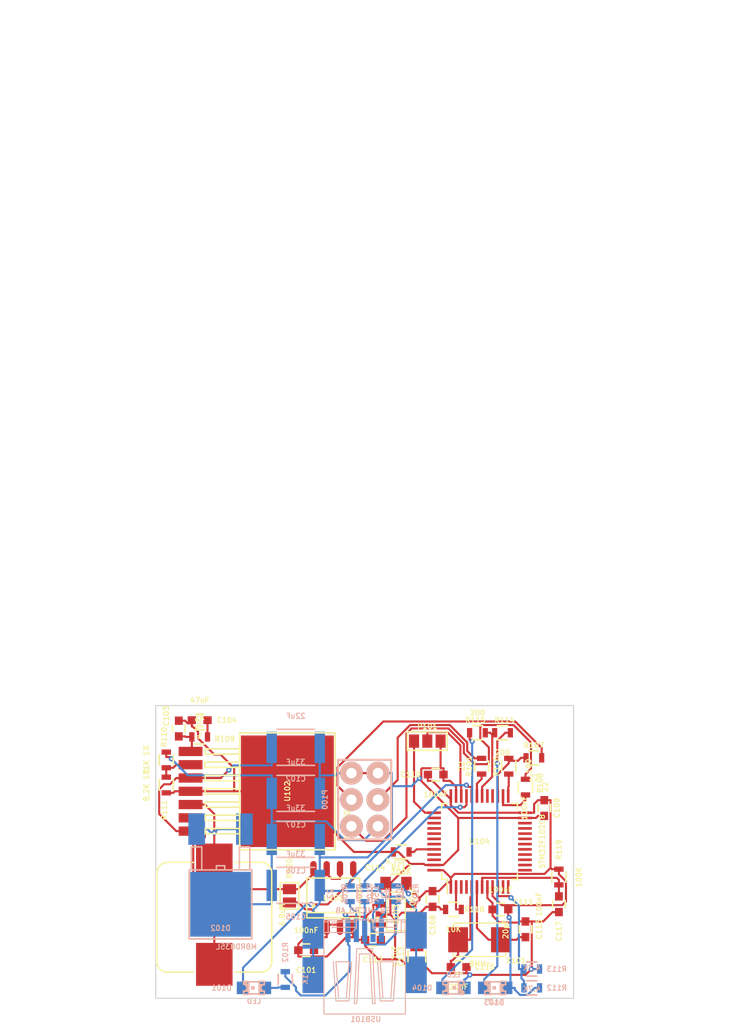
<source format=kicad_pcb>
(kicad_pcb (version 4) (host pcbnew "(2014-11-26 BZR 4805)-product")

  (general
    (links 114)
    (no_connects 0)
    (area 69.578913 61.027021 139.597592 159.025)
    (thickness 1.6)
    (drawings 265)
    (tracks 486)
    (zones 0)
    (modules 50)
    (nets 36)
  )

  (page A4 portrait)
  (title_block
    (title "ZHONX III")
    (rev "Aout 2014")
    (company PACABOT)
    (comment 1 "PLF 2014")
  )

  (layers
    (0 F.Cu signal)
    (1 VCC.Cu signal)
    (2 GND.Cu signal)
    (31 B.Cu signal)
    (34 B.Paste user)
    (35 F.Paste user)
    (36 B.SilkS user)
    (37 F.SilkS user)
    (38 B.Mask user)
    (39 F.Mask user)
    (40 Dwgs.User user)
    (41 Cmts.User user)
    (42 Eco1.User user)
    (43 Eco2.User user)
    (44 Edge.Cuts user)
  )

  (setup
    (last_trace_width 0.2)
    (user_trace_width 0.2)
    (user_trace_width 0.2)
    (user_trace_width 0.4)
    (user_trace_width 0.4)
    (user_trace_width 0.6)
    (user_trace_width 0.6)
    (user_trace_width 0.8)
    (user_trace_width 0.8)
    (user_trace_width 1)
    (user_trace_width 1)
    (user_trace_width 1.2)
    (user_trace_width 1.4)
    (trace_clearance 0.125)
    (zone_clearance 0.3)
    (zone_45_only yes)
    (trace_min 0.2)
    (segment_width 0.1)
    (edge_width 0.1)
    (via_size 0.5)
    (via_drill 0.2)
    (via_min_size 0.5)
    (via_min_drill 0.2)
    (user_via 0.5 0.3)
    (user_via 0.5 0.3)
    (user_via 0.6 0.4)
    (user_via 0.6 0.4)
    (user_via 0.9 0.7)
    (user_via 0.9 0.7)
    (uvia_size 0.508)
    (uvia_drill 0.127)
    (uvias_allowed no)
    (uvia_min_size 0.508)
    (uvia_min_drill 0.127)
    (pcb_text_width 0.3)
    (pcb_text_size 1.5 1.5)
    (mod_edge_width 0.127)
    (mod_text_size 0.5 0.5)
    (mod_text_width 0.1)
    (pad_size 0.5 2.25)
    (pad_drill 0)
    (pad_to_mask_clearance 0)
    (aux_axis_origin 84.5 156.5)
    (grid_origin 104.5 137.5)
    (visible_elements 7FFCE7E9)
    (pcbplotparams
      (layerselection 0x00030_80000001)
      (usegerberextensions false)
      (excludeedgelayer false)
      (linewidth 0.100000)
      (plotframeref false)
      (viasonmask false)
      (mode 1)
      (useauxorigin true)
      (hpglpennumber 1)
      (hpglpenspeed 20)
      (hpglpendiameter 15)
      (hpglpenoverlay 2)
      (psnegative false)
      (psa4output false)
      (plotreference false)
      (plotvalue false)
      (plotinvisibletext false)
      (padsonsilk false)
      (subtractmaskfromsilk false)
      (outputformat 1)
      (mirror false)
      (drillshape 0)
      (scaleselection 1)
      (outputdirectory Gerber/))
  )

  (net 0 "")
  (net 1 +5V)
  (net 2 +9V)
  (net 3 GND)
  (net 4 +3.3V)
  (net 5 STLINK_DAT)
  (net 6 STLINK_CLK)
  (net 7 SWD_SWO)
  (net 8 USB_DM)
  (net 9 USB_DP)
  (net 10 SWD_DAT)
  (net 11 SWD_CLK)
  (net 12 "Net-(C102-Pad1)")
  (net 13 "Net-(C103-Pad1)")
  (net 14 "Net-(C104-Pad1)")
  (net 15 "Net-(C113-Pad1)")
  (net 16 "Net-(C116-Pad2)")
  (net 17 "Net-(C117-Pad1)")
  (net 18 "Net-(D101-Pad1)")
  (net 19 "Net-(D101-Pad2)")
  (net 20 "Net-(D102-Pad1)")
  (net 21 "Net-(D103-Pad2)")
  (net 22 "Net-(D104-Pad1)")
  (net 23 "Net-(P100-Pad2)")
  (net 24 "Net-(P100-Pad5)")
  (net 25 "Net-(P100-Pad4)")
  (net 26 "Net-(R103-Pad1)")
  (net 27 "Net-(R104-Pad2)")
  (net 28 "Net-(R105-Pad1)")
  (net 29 "Net-(R110-Pad2)")
  (net 30 "Net-(R112-Pad1)")
  (net 31 "Net-(R114-Pad1)")
  (net 32 "Net-(R116-Pad1)")
  (net 33 "Net-(R117-Pad2)")
  (net 34 "Net-(R118-Pad2)")
  (net 35 "Net-(C115-Pad1)")

  (net_class Default "This is the default net class."
    (clearance 0.125)
    (trace_width 0.2)
    (via_dia 0.5)
    (via_drill 0.2)
    (uvia_dia 0.508)
    (uvia_drill 0.127)
    (add_net +3.3V)
    (add_net +5V)
    (add_net +9V)
    (add_net GND)
    (add_net "Net-(C102-Pad1)")
    (add_net "Net-(C103-Pad1)")
    (add_net "Net-(C104-Pad1)")
    (add_net "Net-(C113-Pad1)")
    (add_net "Net-(C115-Pad1)")
    (add_net "Net-(C116-Pad2)")
    (add_net "Net-(C117-Pad1)")
    (add_net "Net-(D101-Pad1)")
    (add_net "Net-(D101-Pad2)")
    (add_net "Net-(D102-Pad1)")
    (add_net "Net-(D103-Pad2)")
    (add_net "Net-(D104-Pad1)")
    (add_net "Net-(P100-Pad2)")
    (add_net "Net-(P100-Pad4)")
    (add_net "Net-(P100-Pad5)")
    (add_net "Net-(R103-Pad1)")
    (add_net "Net-(R104-Pad2)")
    (add_net "Net-(R105-Pad1)")
    (add_net "Net-(R110-Pad2)")
    (add_net "Net-(R112-Pad1)")
    (add_net "Net-(R114-Pad1)")
    (add_net "Net-(R116-Pad1)")
    (add_net "Net-(R117-Pad2)")
    (add_net "Net-(R118-Pad2)")
    (add_net STLINK_CLK)
    (add_net STLINK_DAT)
    (add_net SWD_CLK)
    (add_net SWD_DAT)
    (add_net SWD_SWO)
    (add_net USB_DM)
    (add_net USB_DP)
  )

  (module USB_MINI_AB (layer B.Cu) (tedit 54EAFD17) (tstamp 54EA1C15)
    (at 104.5 150)
    (path /54EA0B8F)
    (fp_text reference USB101 (at 0.1 8.5) (layer B.SilkS)
      (effects (font (size 0.5 0.5) (thickness 0.1)) (justify mirror))
    )
    (fp_text value USB-MICRO_AB (at 0.1 -1.9) (layer B.SilkS)
      (effects (font (size 0.5 0.5) (thickness 0.1)) (justify mirror))
    )
    (fp_line (start 0.8 -0.3) (end 3.1 -0.3) (layer B.SilkS) (width 0.1))
    (fp_line (start 3.1 -0.3) (end 3.1 -0.8) (layer B.SilkS) (width 0.1))
    (fp_line (start 3.1 -0.8) (end 0.8 -0.8) (layer B.SilkS) (width 0.1))
    (fp_line (start -0.8 -0.8) (end -3.1 -0.8) (layer B.SilkS) (width 0.1))
    (fp_line (start -3.1 -0.8) (end -3.1 -0.3) (layer B.SilkS) (width 0.1))
    (fp_line (start -3.1 -0.3) (end -0.8 -0.3) (layer B.SilkS) (width 0.1))
    (fp_line (start 3.9 -0.8) (end 3.5 -0.8) (layer B.SilkS) (width 0.1))
    (fp_line (start 3.5 0.2) (end 3.5 -1) (layer B.SilkS) (width 0.1))
    (fp_line (start -3.5 -0.8) (end -3.9 -0.8) (layer B.SilkS) (width 0.1))
    (fp_line (start -3.5 -1) (end -3.5 0.2) (layer B.SilkS) (width 0.1))
    (fp_line (start 0.8 -1) (end 0.8 -0.2) (layer B.SilkS) (width 0.1))
    (fp_line (start 0.8 -0.2) (end 1.2 0.2) (layer B.SilkS) (width 0.1))
    (fp_line (start 1.2 0.2) (end 3.9 0.2) (layer B.SilkS) (width 0.1))
    (fp_line (start -3.9 0.2) (end -1.2 0.2) (layer B.SilkS) (width 0.1))
    (fp_line (start -1.2 0.2) (end -0.8 -0.2) (layer B.SilkS) (width 0.1))
    (fp_line (start -0.8 -0.2) (end -0.8 -1) (layer B.SilkS) (width 0.1))
    (fp_line (start 1 7) (end 0.75 7) (layer B.SilkS) (width 0.1))
    (fp_line (start 0.75 7) (end 0.5 2.25) (layer B.SilkS) (width 0.1))
    (fp_line (start 0.5 2.25) (end -0.5 2.25) (layer B.SilkS) (width 0.1))
    (fp_line (start -0.5 2.25) (end -0.75 7) (layer B.SilkS) (width 0.1))
    (fp_line (start -0.75 7) (end -1 7) (layer B.SilkS) (width 0.1))
    (fp_line (start -1 7) (end -0.75 1.75) (layer B.SilkS) (width 0.1))
    (fp_line (start -0.75 1.75) (end 0.75 1.75) (layer B.SilkS) (width 0.1))
    (fp_line (start 0.75 1.75) (end 1 7) (layer B.SilkS) (width 0.1))
    (fp_line (start 1.5 3) (end 1.75 6.5) (layer B.SilkS) (width 0.1))
    (fp_line (start 1.75 6.5) (end 2.5 6.5) (layer B.SilkS) (width 0.1))
    (fp_line (start 2.5 6.5) (end 2.75 3) (layer B.SilkS) (width 0.1))
    (fp_line (start 2.75 3) (end 1.5 3) (layer B.SilkS) (width 0.1))
    (fp_line (start 1.25 3) (end 1.5 6.75) (layer B.SilkS) (width 0.1))
    (fp_line (start 1.5 6.75) (end 2.75 6.75) (layer B.SilkS) (width 0.1))
    (fp_line (start 2.75 6.75) (end 3 3) (layer B.SilkS) (width 0.1))
    (fp_line (start -3 3) (end -2.75 6.75) (layer B.SilkS) (width 0.1))
    (fp_line (start -2.75 6.75) (end -1.5 6.75) (layer B.SilkS) (width 0.1))
    (fp_line (start -1.5 6.75) (end -1.25 3) (layer B.SilkS) (width 0.1))
    (fp_line (start -2.75 3) (end -1.5 3) (layer B.SilkS) (width 0.1))
    (fp_line (start -1.5 3) (end -1.75 6.5) (layer B.SilkS) (width 0.1))
    (fp_line (start -1.75 6.5) (end -2.5 6.5) (layer B.SilkS) (width 0.1))
    (fp_line (start -2.5 6.5) (end -2.75 3) (layer B.SilkS) (width 0.1))
    (fp_line (start -3.9 6) (end -3.9 -1) (layer B.SilkS) (width 0.1))
    (fp_line (start -3.9 -1) (end 3.9 -1) (layer B.SilkS) (width 0.1))
    (fp_line (start 3.9 -1) (end 3.9 6) (layer B.SilkS) (width 0.1))
    (fp_line (start 3.9 6) (end 3.9 8) (layer B.SilkS) (width 0.1))
    (fp_line (start 3.9 8) (end -3.9 8) (layer B.SilkS) (width 0.1))
    (fp_line (start -3.9 8) (end -3.9 6) (layer B.SilkS) (width 0.1))
    (pad 1 smd rect (at -1.6 0) (size 0.5 2.25) (layers B.Cu B.Paste B.Mask)
      (net 1 +5V))
    (pad 2 smd rect (at -0.8 0) (size 0.5 2.25) (layers B.Cu B.Paste B.Mask)
      (net 28 "Net-(R105-Pad1)"))
    (pad 3 smd rect (at 0 0) (size 0.5 2.25) (layers B.Cu B.Paste B.Mask)
      (net 26 "Net-(R103-Pad1)"))
    (pad 4 smd rect (at 0.8 0) (size 0.5 2.25) (layers B.Cu B.Paste B.Mask)
      (net 27 "Net-(R104-Pad2)"))
    (pad 5 smd rect (at 1.6 0) (size 0.5 2.25) (layers B.Cu B.Paste B.Mask)
      (net 3 GND))
    (pad 5 smd rect (at -4.925 0) (size 2.05 3.5) (layers B.Cu B.Paste B.Mask)
      (net 3 GND))
    (pad 5 smd rect (at -4.925 4.25) (size 2.05 3.5) (layers B.Cu B.Paste B.Mask)
      (net 3 GND))
    (pad 5 smd rect (at 4.925 4.25) (size 2.05 3.5) (layers B.Cu B.Paste B.Mask)
      (net 3 GND))
    (pad 5 smd rect (at 4.925 0) (size 2.05 3.5) (layers B.Cu B.Paste B.Mask)
      (net 3 GND))
    (pad "" np_thru_hole circle (at -2.2 2.1) (size 0.9 0.9) (drill 0.9) (layers *.Cu *.Mask B.SilkS))
    (pad "" np_thru_hole circle (at 2.2 2.1) (size 0.9 0.9) (drill 0.9) (layers *.Cu *.Mask B.SilkS))
  )

  (module ZHONX:CONN_BASE (layer B.Cu) (tedit 54EA0E84) (tstamp 54EA26A0)
    (at 104.5 137.5 270)
    (descr "Double rangee de contacts 2 x 4 pins")
    (tags CONN)
    (path /53FC7689)
    (fp_text reference P100 (at 0 3.81 270) (layer B.SilkS)
      (effects (font (size 0.5 0.5) (thickness 0.1)) (justify mirror))
    )
    (fp_text value CONN_BASE (at 0 -3.81 270) (layer B.SilkS) hide
      (effects (font (size 0.5 0.5) (thickness 0.1)) (justify mirror))
    )
    (fp_line (start 3.81 -2.54) (end -3.81 -2.54) (layer B.SilkS) (width 0.2032))
    (fp_line (start -3.81 2.54) (end 3.81 2.54) (layer B.SilkS) (width 0.2032))
    (fp_line (start 3.81 2.54) (end 3.81 -2.54) (layer B.SilkS) (width 0.2032))
    (fp_line (start -3.81 -2.54) (end -3.81 2.54) (layer B.SilkS) (width 0.2032))
    (pad 1 thru_hole oval (at -2.54 -1.27 270) (size 2.2 2.2) (drill 1) (layers *.Cu *.Mask B.SilkS)
      (net 3 GND))
    (pad 6 thru_hole oval (at -2.54 1.27 270) (size 2.2 2.2) (drill 1) (layers *.Cu *.Mask B.SilkS)
      (net 3 GND))
    (pad 2 thru_hole oval (at 0 -1.27 270) (size 2.2 2.2) (drill 1) (layers *.Cu *.Mask B.SilkS)
      (net 23 "Net-(P100-Pad2)"))
    (pad 5 thru_hole oval (at 0 1.27 270) (size 2.2 2.2) (drill 1) (layers *.Cu *.Mask B.SilkS)
      (net 24 "Net-(P100-Pad5)"))
    (pad 3 thru_hole oval (at 2.54 -1.27 270) (size 2.2 2.2) (drill 1) (layers *.Cu *.Mask B.SilkS)
      (net 2 +9V))
    (pad 4 thru_hole oval (at 2.54 1.27 270) (size 2.2 2.2) (drill 1) (layers *.Cu *.Mask B.SilkS)
      (net 25 "Net-(P100-Pad4)"))
    (model pin_array/pins_array_3x2.wrl
      (at (xyz 0 0 0))
      (scale (xyz 1 1 1))
      (rotate (xyz 0 0 0))
    )
  )

  (module Capacitors_SMD:C_0603 (layer F.Cu) (tedit 5415D631) (tstamp 54EA0F7E)
    (at 98.9 151.9 180)
    (descr "Capacitor SMD 0603, reflow soldering, AVX (see smccp.pdf)")
    (tags "capacitor 0603")
    (path /53FC7226)
    (attr smd)
    (fp_text reference C101 (at 0 -1.9 180) (layer F.SilkS)
      (effects (font (size 0.5 0.5) (thickness 0.1)))
    )
    (fp_text value 100nF (at 0 1.9 180) (layer F.SilkS)
      (effects (font (size 0.5 0.5) (thickness 0.1)))
    )
    (fp_line (start -1.45 -0.75) (end 1.45 -0.75) (layer F.CrtYd) (width 0.05))
    (fp_line (start -1.45 0.75) (end 1.45 0.75) (layer F.CrtYd) (width 0.05))
    (fp_line (start -1.45 -0.75) (end -1.45 0.75) (layer F.CrtYd) (width 0.05))
    (fp_line (start 1.45 -0.75) (end 1.45 0.75) (layer F.CrtYd) (width 0.05))
    (fp_line (start -0.35 -0.6) (end 0.35 -0.6) (layer F.SilkS) (width 0.15))
    (fp_line (start 0.35 0.6) (end -0.35 0.6) (layer F.SilkS) (width 0.15))
    (pad 1 smd rect (at -0.75 0 180) (size 0.8 0.75) (layers F.Cu F.Paste F.Mask)
      (net 1 +5V))
    (pad 2 smd rect (at 0.75 0 180) (size 0.8 0.75) (layers F.Cu F.Paste F.Mask)
      (net 3 GND))
    (model Capacitors_SMD/C_0603.wrl
      (at (xyz 0 0 0))
      (scale (xyz 1 1 1))
      (rotate (xyz 0 0 0))
    )
  )

  (module Capacitors_SMD:C_0603 (layer F.Cu) (tedit 54EB094C) (tstamp 54EA0F8A)
    (at 86.7 130.7 90)
    (descr "Capacitor SMD 0603, reflow soldering, AVX (see smccp.pdf)")
    (tags "capacitor 0603")
    (path /54E94942)
    (attr smd)
    (fp_text reference C103 (at 1.2 -1.2 90) (layer F.SilkS)
      (effects (font (size 0.5 0.5) (thickness 0.1)))
    )
    (fp_text value 4.7nF (at 0 1.9 90) (layer F.SilkS)
      (effects (font (size 0.5 0.5) (thickness 0.1)))
    )
    (fp_line (start -1.45 -0.75) (end 1.45 -0.75) (layer F.CrtYd) (width 0.05))
    (fp_line (start -1.45 0.75) (end 1.45 0.75) (layer F.CrtYd) (width 0.05))
    (fp_line (start -1.45 -0.75) (end -1.45 0.75) (layer F.CrtYd) (width 0.05))
    (fp_line (start 1.45 -0.75) (end 1.45 0.75) (layer F.CrtYd) (width 0.05))
    (fp_line (start -0.35 -0.6) (end 0.35 -0.6) (layer F.SilkS) (width 0.15))
    (fp_line (start 0.35 0.6) (end -0.35 0.6) (layer F.SilkS) (width 0.15))
    (pad 1 smd rect (at -0.75 0 90) (size 0.8 0.75) (layers F.Cu F.Paste F.Mask)
      (net 13 "Net-(C103-Pad1)"))
    (pad 2 smd rect (at 0.75 0 90) (size 0.8 0.75) (layers F.Cu F.Paste F.Mask)
      (net 3 GND))
    (model Capacitors_SMD/C_0603.wrl
      (at (xyz 0 0 0))
      (scale (xyz 1 1 1))
      (rotate (xyz 0 0 0))
    )
  )

  (module Capacitors_SMD:C_0603 (layer F.Cu) (tedit 54EB0946) (tstamp 54EA0F90)
    (at 88.7 129.9 180)
    (descr "Capacitor SMD 0603, reflow soldering, AVX (see smccp.pdf)")
    (tags "capacitor 0603")
    (path /54E949A7)
    (attr smd)
    (fp_text reference C104 (at -2.6 0 180) (layer F.SilkS)
      (effects (font (size 0.5 0.5) (thickness 0.1)))
    )
    (fp_text value 47nF (at 0 1.9 180) (layer F.SilkS)
      (effects (font (size 0.5 0.5) (thickness 0.1)))
    )
    (fp_line (start -1.45 -0.75) (end 1.45 -0.75) (layer F.CrtYd) (width 0.05))
    (fp_line (start -1.45 0.75) (end 1.45 0.75) (layer F.CrtYd) (width 0.05))
    (fp_line (start -1.45 -0.75) (end -1.45 0.75) (layer F.CrtYd) (width 0.05))
    (fp_line (start 1.45 -0.75) (end 1.45 0.75) (layer F.CrtYd) (width 0.05))
    (fp_line (start -0.35 -0.6) (end 0.35 -0.6) (layer F.SilkS) (width 0.15))
    (fp_line (start 0.35 0.6) (end -0.35 0.6) (layer F.SilkS) (width 0.15))
    (pad 1 smd rect (at -0.75 0 180) (size 0.8 0.75) (layers F.Cu F.Paste F.Mask)
      (net 14 "Net-(C104-Pad1)"))
    (pad 2 smd rect (at 0.75 0 180) (size 0.8 0.75) (layers F.Cu F.Paste F.Mask)
      (net 3 GND))
    (model Capacitors_SMD/C_0603.wrl
      (at (xyz 0 0 0))
      (scale (xyz 1 1 1))
      (rotate (xyz 0 0 0))
    )
  )

  (module Capacitors_SMD:C_0603 (layer F.Cu) (tedit 54EB0141) (tstamp 54EA0FA8)
    (at 111 147 270)
    (descr "Capacitor SMD 0603, reflow soldering, AVX (see smccp.pdf)")
    (tags "capacitor 0603")
    (path /54E98345)
    (attr smd)
    (fp_text reference C108 (at 2.5 0 270) (layer F.SilkS)
      (effects (font (size 0.5 0.5) (thickness 0.1)))
    )
    (fp_text value 100nF (at 0 1.9 270) (layer F.SilkS)
      (effects (font (size 0.5 0.5) (thickness 0.1)))
    )
    (fp_line (start -1.45 -0.75) (end 1.45 -0.75) (layer F.CrtYd) (width 0.05))
    (fp_line (start -1.45 0.75) (end 1.45 0.75) (layer F.CrtYd) (width 0.05))
    (fp_line (start -1.45 -0.75) (end -1.45 0.75) (layer F.CrtYd) (width 0.05))
    (fp_line (start 1.45 -0.75) (end 1.45 0.75) (layer F.CrtYd) (width 0.05))
    (fp_line (start -0.35 -0.6) (end 0.35 -0.6) (layer F.SilkS) (width 0.15))
    (fp_line (start 0.35 0.6) (end -0.35 0.6) (layer F.SilkS) (width 0.15))
    (pad 1 smd rect (at -0.75 0 270) (size 0.8 0.75) (layers F.Cu F.Paste F.Mask)
      (net 4 +3.3V))
    (pad 2 smd rect (at 0.75 0 270) (size 0.8 0.75) (layers F.Cu F.Paste F.Mask)
      (net 3 GND))
    (model Capacitors_SMD/C_0603.wrl
      (at (xyz 0 0 0))
      (scale (xyz 1 1 1))
      (rotate (xyz 0 0 0))
    )
  )

  (module Capacitors_SMD:C_0603 (layer F.Cu) (tedit 54EB0187) (tstamp 54EA0FAE)
    (at 121.7 138.3 270)
    (descr "Capacitor SMD 0603, reflow soldering, AVX (see smccp.pdf)")
    (tags "capacitor 0603")
    (path /54E9830E)
    (attr smd)
    (fp_text reference C109 (at 0 -1.2 270) (layer F.SilkS)
      (effects (font (size 0.5 0.5) (thickness 0.1)))
    )
    (fp_text value 100nF (at 0 1.9 270) (layer F.SilkS)
      (effects (font (size 0.5 0.5) (thickness 0.1)))
    )
    (fp_line (start -1.45 -0.75) (end 1.45 -0.75) (layer F.CrtYd) (width 0.05))
    (fp_line (start -1.45 0.75) (end 1.45 0.75) (layer F.CrtYd) (width 0.05))
    (fp_line (start -1.45 -0.75) (end -1.45 0.75) (layer F.CrtYd) (width 0.05))
    (fp_line (start 1.45 -0.75) (end 1.45 0.75) (layer F.CrtYd) (width 0.05))
    (fp_line (start -0.35 -0.6) (end 0.35 -0.6) (layer F.SilkS) (width 0.15))
    (fp_line (start 0.35 0.6) (end -0.35 0.6) (layer F.SilkS) (width 0.15))
    (pad 1 smd rect (at -0.75 0 270) (size 0.8 0.75) (layers F.Cu F.Paste F.Mask)
      (net 4 +3.3V))
    (pad 2 smd rect (at 0.75 0 270) (size 0.8 0.75) (layers F.Cu F.Paste F.Mask)
      (net 3 GND))
    (model Capacitors_SMD/C_0603.wrl
      (at (xyz 0 0 0))
      (scale (xyz 1 1 1))
      (rotate (xyz 0 0 0))
    )
  )

  (module Capacitors_SMD:C_0603 (layer F.Cu) (tedit 54EB0181) (tstamp 54EA0FB4)
    (at 111.3 135.1)
    (descr "Capacitor SMD 0603, reflow soldering, AVX (see smccp.pdf)")
    (tags "capacitor 0603")
    (path /54E9903A)
    (attr smd)
    (fp_text reference C110 (at -2.4 0) (layer F.SilkS)
      (effects (font (size 0.5 0.5) (thickness 0.1)))
    )
    (fp_text value 100nF (at 0 1.9) (layer F.SilkS)
      (effects (font (size 0.5 0.5) (thickness 0.1)))
    )
    (fp_line (start -1.45 -0.75) (end 1.45 -0.75) (layer F.CrtYd) (width 0.05))
    (fp_line (start -1.45 0.75) (end 1.45 0.75) (layer F.CrtYd) (width 0.05))
    (fp_line (start -1.45 -0.75) (end -1.45 0.75) (layer F.CrtYd) (width 0.05))
    (fp_line (start 1.45 -0.75) (end 1.45 0.75) (layer F.CrtYd) (width 0.05))
    (fp_line (start -0.35 -0.6) (end 0.35 -0.6) (layer F.SilkS) (width 0.15))
    (fp_line (start 0.35 0.6) (end -0.35 0.6) (layer F.SilkS) (width 0.15))
    (pad 1 smd rect (at -0.75 0) (size 0.8 0.75) (layers F.Cu F.Paste F.Mask)
      (net 4 +3.3V))
    (pad 2 smd rect (at 0.75 0) (size 0.8 0.75) (layers F.Cu F.Paste F.Mask)
      (net 3 GND))
    (model Capacitors_SMD/C_0603.wrl
      (at (xyz 0 0 0))
      (scale (xyz 1 1 1))
      (rotate (xyz 0 0 0))
    )
  )

  (module Capacitors_SMD:C_0603 (layer F.Cu) (tedit 54EB018A) (tstamp 54EA0FBA)
    (at 117.5 148 180)
    (descr "Capacitor SMD 0603, reflow soldering, AVX (see smccp.pdf)")
    (tags "capacitor 0603")
    (path /54E9812D)
    (attr smd)
    (fp_text reference C111 (at -2.2 0.7 180) (layer F.SilkS)
      (effects (font (size 0.5 0.5) (thickness 0.1)))
    )
    (fp_text value 100nF (at 0 1.9 180) (layer F.SilkS)
      (effects (font (size 0.5 0.5) (thickness 0.1)))
    )
    (fp_line (start -1.45 -0.75) (end 1.45 -0.75) (layer F.CrtYd) (width 0.05))
    (fp_line (start -1.45 0.75) (end 1.45 0.75) (layer F.CrtYd) (width 0.05))
    (fp_line (start -1.45 -0.75) (end -1.45 0.75) (layer F.CrtYd) (width 0.05))
    (fp_line (start 1.45 -0.75) (end 1.45 0.75) (layer F.CrtYd) (width 0.05))
    (fp_line (start -0.35 -0.6) (end 0.35 -0.6) (layer F.SilkS) (width 0.15))
    (fp_line (start 0.35 0.6) (end -0.35 0.6) (layer F.SilkS) (width 0.15))
    (pad 1 smd rect (at -0.75 0 180) (size 0.8 0.75) (layers F.Cu F.Paste F.Mask)
      (net 4 +3.3V))
    (pad 2 smd rect (at 0.75 0 180) (size 0.8 0.75) (layers F.Cu F.Paste F.Mask)
      (net 3 GND))
    (model Capacitors_SMD/C_0603.wrl
      (at (xyz 0 0 0))
      (scale (xyz 1 1 1))
      (rotate (xyz 0 0 0))
    )
  )

  (module Capacitors_SMD:C_0603 (layer F.Cu) (tedit 5415D631) (tstamp 54EA0FC0)
    (at 105.3 150.9 180)
    (descr "Capacitor SMD 0603, reflow soldering, AVX (see smccp.pdf)")
    (tags "capacitor 0603")
    (path /54E9D41D)
    (attr smd)
    (fp_text reference C112 (at 0 -1.9 180) (layer F.SilkS)
      (effects (font (size 0.5 0.5) (thickness 0.1)))
    )
    (fp_text value 1uF (at 0 1.9 180) (layer F.SilkS)
      (effects (font (size 0.5 0.5) (thickness 0.1)))
    )
    (fp_line (start -1.45 -0.75) (end 1.45 -0.75) (layer F.CrtYd) (width 0.05))
    (fp_line (start -1.45 0.75) (end 1.45 0.75) (layer F.CrtYd) (width 0.05))
    (fp_line (start -1.45 -0.75) (end -1.45 0.75) (layer F.CrtYd) (width 0.05))
    (fp_line (start 1.45 -0.75) (end 1.45 0.75) (layer F.CrtYd) (width 0.05))
    (fp_line (start -0.35 -0.6) (end 0.35 -0.6) (layer F.SilkS) (width 0.15))
    (fp_line (start 0.35 0.6) (end -0.35 0.6) (layer F.SilkS) (width 0.15))
    (pad 1 smd rect (at -0.75 0 180) (size 0.8 0.75) (layers F.Cu F.Paste F.Mask)
      (net 1 +5V))
    (pad 2 smd rect (at 0.75 0 180) (size 0.8 0.75) (layers F.Cu F.Paste F.Mask)
      (net 3 GND))
    (model Capacitors_SMD/C_0603.wrl
      (at (xyz 0 0 0))
      (scale (xyz 1 1 1))
      (rotate (xyz 0 0 0))
    )
  )

  (module Capacitors_SMD:C_0805 (layer F.Cu) (tedit 54EB0103) (tstamp 54EA0FC6)
    (at 109.5 152.5 270)
    (descr "Capacitor SMD 0805, reflow soldering, AVX (see smccp.pdf)")
    (tags "capacitor 0805")
    (path /54E9D64D)
    (attr smd)
    (fp_text reference C113 (at 0 1.5 270) (layer F.SilkS)
      (effects (font (size 0.5 0.5) (thickness 0.1)))
    )
    (fp_text value 4.7uF (at 0 2.1 270) (layer F.SilkS)
      (effects (font (size 0.5 0.5) (thickness 0.1)))
    )
    (fp_line (start -1.8 -1) (end 1.8 -1) (layer F.CrtYd) (width 0.05))
    (fp_line (start -1.8 1) (end 1.8 1) (layer F.CrtYd) (width 0.05))
    (fp_line (start -1.8 -1) (end -1.8 1) (layer F.CrtYd) (width 0.05))
    (fp_line (start 1.8 -1) (end 1.8 1) (layer F.CrtYd) (width 0.05))
    (fp_line (start 0.5 -0.85) (end -0.5 -0.85) (layer F.SilkS) (width 0.15))
    (fp_line (start -0.5 0.85) (end 0.5 0.85) (layer F.SilkS) (width 0.15))
    (pad 1 smd rect (at -1 0 270) (size 1 1.25) (layers F.Cu F.Paste F.Mask)
      (net 15 "Net-(C113-Pad1)"))
    (pad 2 smd rect (at 1 0 270) (size 1 1.25) (layers F.Cu F.Paste F.Mask)
      (net 3 GND))
    (model Capacitors_SMD/C_0805.wrl
      (at (xyz 0 0 0))
      (scale (xyz 1 1 1))
      (rotate (xyz 0 0 0))
    )
  )

  (module Capacitors_SMD:C_0805 (layer F.Cu) (tedit 54EB0159) (tstamp 54EA0FCC)
    (at 107.5 145.5 180)
    (descr "Capacitor SMD 0805, reflow soldering, AVX (see smccp.pdf)")
    (tags "capacitor 0805")
    (path /54E9D6B4)
    (attr smd)
    (fp_text reference C114 (at 2 1.5 180) (layer F.SilkS)
      (effects (font (size 0.5 0.5) (thickness 0.1)))
    )
    (fp_text value 4.7uF (at 0 2.1 180) (layer F.SilkS)
      (effects (font (size 0.5 0.5) (thickness 0.1)))
    )
    (fp_line (start -1.8 -1) (end 1.8 -1) (layer F.CrtYd) (width 0.05))
    (fp_line (start -1.8 1) (end 1.8 1) (layer F.CrtYd) (width 0.05))
    (fp_line (start -1.8 -1) (end -1.8 1) (layer F.CrtYd) (width 0.05))
    (fp_line (start 1.8 -1) (end 1.8 1) (layer F.CrtYd) (width 0.05))
    (fp_line (start 0.5 -0.85) (end -0.5 -0.85) (layer F.SilkS) (width 0.15))
    (fp_line (start -0.5 0.85) (end 0.5 0.85) (layer F.SilkS) (width 0.15))
    (pad 1 smd rect (at -1 0 180) (size 1 1.25) (layers F.Cu F.Paste F.Mask)
      (net 4 +3.3V))
    (pad 2 smd rect (at 1 0 180) (size 1 1.25) (layers F.Cu F.Paste F.Mask)
      (net 3 GND))
    (model Capacitors_SMD/C_0805.wrl
      (at (xyz 0 0 0))
      (scale (xyz 1 1 1))
      (rotate (xyz 0 0 0))
    )
  )

  (module Capacitors_SMD:C_0603 (layer F.Cu) (tedit 54EB0133) (tstamp 54EA0FD2)
    (at 113.5 153.5)
    (descr "Capacitor SMD 0603, reflow soldering, AVX (see smccp.pdf)")
    (tags "capacitor 0603")
    (path /54E9A4EB)
    (attr smd)
    (fp_text reference C115 (at 2.5 0) (layer F.SilkS)
      (effects (font (size 0.5 0.5) (thickness 0.1)))
    )
    (fp_text value 20pF (at 0 1.9) (layer F.SilkS)
      (effects (font (size 0.5 0.5) (thickness 0.1)))
    )
    (fp_line (start -1.45 -0.75) (end 1.45 -0.75) (layer F.CrtYd) (width 0.05))
    (fp_line (start -1.45 0.75) (end 1.45 0.75) (layer F.CrtYd) (width 0.05))
    (fp_line (start -1.45 -0.75) (end -1.45 0.75) (layer F.CrtYd) (width 0.05))
    (fp_line (start 1.45 -0.75) (end 1.45 0.75) (layer F.CrtYd) (width 0.05))
    (fp_line (start -0.35 -0.6) (end 0.35 -0.6) (layer F.SilkS) (width 0.15))
    (fp_line (start 0.35 0.6) (end -0.35 0.6) (layer F.SilkS) (width 0.15))
    (pad 1 smd rect (at -0.75 0) (size 0.8 0.75) (layers F.Cu F.Paste F.Mask)
      (net 35 "Net-(C115-Pad1)"))
    (pad 2 smd rect (at 0.75 0) (size 0.8 0.75) (layers F.Cu F.Paste F.Mask)
      (net 3 GND))
    (model Capacitors_SMD/C_0603.wrl
      (at (xyz 0 0 0))
      (scale (xyz 1 1 1))
      (rotate (xyz 0 0 0))
    )
  )

  (module Capacitors_SMD:C_0603 (layer F.Cu) (tedit 54EB0189) (tstamp 54EA0FD8)
    (at 119.9 149.9 270)
    (descr "Capacitor SMD 0603, reflow soldering, AVX (see smccp.pdf)")
    (tags "capacitor 0603")
    (path /54E9A67D)
    (attr smd)
    (fp_text reference C116 (at 0 -1.3 270) (layer F.SilkS)
      (effects (font (size 0.5 0.5) (thickness 0.1)))
    )
    (fp_text value 20pF (at 0 1.9 270) (layer F.SilkS)
      (effects (font (size 0.5 0.5) (thickness 0.1)))
    )
    (fp_line (start -1.45 -0.75) (end 1.45 -0.75) (layer F.CrtYd) (width 0.05))
    (fp_line (start -1.45 0.75) (end 1.45 0.75) (layer F.CrtYd) (width 0.05))
    (fp_line (start -1.45 -0.75) (end -1.45 0.75) (layer F.CrtYd) (width 0.05))
    (fp_line (start 1.45 -0.75) (end 1.45 0.75) (layer F.CrtYd) (width 0.05))
    (fp_line (start -0.35 -0.6) (end 0.35 -0.6) (layer F.SilkS) (width 0.15))
    (fp_line (start 0.35 0.6) (end -0.35 0.6) (layer F.SilkS) (width 0.15))
    (pad 1 smd rect (at -0.75 0 270) (size 0.8 0.75) (layers F.Cu F.Paste F.Mask)
      (net 3 GND))
    (pad 2 smd rect (at 0.75 0 270) (size 0.8 0.75) (layers F.Cu F.Paste F.Mask)
      (net 16 "Net-(C116-Pad2)"))
    (model Capacitors_SMD/C_0603.wrl
      (at (xyz 0 0 0))
      (scale (xyz 1 1 1))
      (rotate (xyz 0 0 0))
    )
  )

  (module Capacitors_SMD:C_0603 (layer F.Cu) (tedit 54EB025D) (tstamp 54EA0FDE)
    (at 123.1 147.5 270)
    (descr "Capacitor SMD 0603, reflow soldering, AVX (see smccp.pdf)")
    (tags "capacitor 0603")
    (path /54E9B576)
    (attr smd)
    (fp_text reference C117 (at 2.6 0 270) (layer F.SilkS)
      (effects (font (size 0.5 0.5) (thickness 0.1)))
    )
    (fp_text value 100nF (at 0 1.9 270) (layer F.SilkS)
      (effects (font (size 0.5 0.5) (thickness 0.1)))
    )
    (fp_line (start -1.45 -0.75) (end 1.45 -0.75) (layer F.CrtYd) (width 0.05))
    (fp_line (start -1.45 0.75) (end 1.45 0.75) (layer F.CrtYd) (width 0.05))
    (fp_line (start -1.45 -0.75) (end -1.45 0.75) (layer F.CrtYd) (width 0.05))
    (fp_line (start 1.45 -0.75) (end 1.45 0.75) (layer F.CrtYd) (width 0.05))
    (fp_line (start -0.35 -0.6) (end 0.35 -0.6) (layer F.SilkS) (width 0.15))
    (fp_line (start 0.35 0.6) (end -0.35 0.6) (layer F.SilkS) (width 0.15))
    (pad 1 smd rect (at -0.75 0 270) (size 0.8 0.75) (layers F.Cu F.Paste F.Mask)
      (net 17 "Net-(C117-Pad1)"))
    (pad 2 smd rect (at 0.75 0 270) (size 0.8 0.75) (layers F.Cu F.Paste F.Mask)
      (net 3 GND))
    (model Capacitors_SMD/C_0603.wrl
      (at (xyz 0 0 0))
      (scale (xyz 1 1 1))
      (rotate (xyz 0 0 0))
    )
  )

  (module Connect:GS3 (layer F.Cu) (tedit 54EB017F) (tstamp 54EA1003)
    (at 110.5 131.9 270)
    (descr "Pontet Goute de soudure")
    (path /54EA55E0)
    (attr virtual)
    (fp_text reference P101 (at -1.4 0 360) (layer F.SilkS)
      (effects (font (size 0.5 0.5) (thickness 0.1)))
    )
    (fp_text value CONN_01X03 (at 1.524 0 360) (layer F.SilkS) hide
      (effects (font (size 0.5 0.5) (thickness 0.1)))
    )
    (fp_line (start -0.889 -1.905) (end -0.889 1.905) (layer F.SilkS) (width 0.15))
    (fp_line (start -0.889 1.905) (end 0.889 1.905) (layer F.SilkS) (width 0.15))
    (fp_line (start 0.889 1.905) (end 0.889 -1.905) (layer F.SilkS) (width 0.15))
    (fp_line (start -0.889 -1.905) (end 0.889 -1.905) (layer F.SilkS) (width 0.15))
    (pad 1 smd rect (at 0 -1.27 270) (size 1.27 0.9652) (layers F.Cu F.Paste F.Mask)
      (net 3 GND))
    (pad 2 smd rect (at 0 0 270) (size 1.27 0.9652) (layers F.Cu F.Paste F.Mask)
      (net 5 STLINK_DAT))
    (pad 3 smd rect (at 0 1.27 270) (size 1.27 0.9652) (layers F.Cu F.Paste F.Mask)
      (net 6 STLINK_CLK))
  )

  (module Resistors_SMD:R_0603 (layer F.Cu) (tedit 54EB06C8) (tstamp 54EA1009)
    (at 115.7 134.3 270)
    (descr "Resistor SMD 0603, reflow soldering, Vishay (see dcrcw.pdf)")
    (tags "resistor 0603")
    (path /54EA6919)
    (attr smd)
    (fp_text reference R101 (at 0 1.2 270) (layer F.SilkS)
      (effects (font (size 0.5 0.5) (thickness 0.1)))
    )
    (fp_text value 22 (at 0 1.9 270) (layer F.SilkS)
      (effects (font (size 0.5 0.5) (thickness 0.1)))
    )
    (fp_line (start -1.3 -0.8) (end 1.3 -0.8) (layer F.CrtYd) (width 0.05))
    (fp_line (start -1.3 0.8) (end 1.3 0.8) (layer F.CrtYd) (width 0.05))
    (fp_line (start -1.3 -0.8) (end -1.3 0.8) (layer F.CrtYd) (width 0.05))
    (fp_line (start 1.3 -0.8) (end 1.3 0.8) (layer F.CrtYd) (width 0.05))
    (fp_line (start 0.5 0.675) (end -0.5 0.675) (layer F.SilkS) (width 0.15))
    (fp_line (start -0.5 -0.675) (end 0.5 -0.675) (layer F.SilkS) (width 0.15))
    (pad 1 smd rect (at -0.75 0 270) (size 0.5 0.9) (layers F.Cu F.Paste F.Mask)
      (net 23 "Net-(P100-Pad2)"))
    (pad 2 smd rect (at 0.75 0 270) (size 0.5 0.9) (layers F.Cu F.Paste F.Mask)
      (net 7 SWD_SWO))
    (model Resistors_SMD/R_0603.wrl
      (at (xyz 0 0 0))
      (scale (xyz 1 1 1))
      (rotate (xyz 0 0 0))
    )
  )

  (module Resistors_SMD:R_0603 (layer B.Cu) (tedit 54EB06B2) (tstamp 54EA100F)
    (at 96.9 154.7 270)
    (descr "Resistor SMD 0603, reflow soldering, Vishay (see dcrcw.pdf)")
    (tags "resistor 0603")
    (path /53FC7231)
    (attr smd)
    (fp_text reference R102 (at -2.6 0 270) (layer B.SilkS)
      (effects (font (size 0.5 0.5) (thickness 0.1)) (justify mirror))
    )
    (fp_text value 1K (at 0 -1.9 270) (layer B.SilkS)
      (effects (font (size 0.5 0.5) (thickness 0.1)) (justify mirror))
    )
    (fp_line (start -1.3 0.8) (end 1.3 0.8) (layer B.CrtYd) (width 0.05))
    (fp_line (start -1.3 -0.8) (end 1.3 -0.8) (layer B.CrtYd) (width 0.05))
    (fp_line (start -1.3 0.8) (end -1.3 -0.8) (layer B.CrtYd) (width 0.05))
    (fp_line (start 1.3 0.8) (end 1.3 -0.8) (layer B.CrtYd) (width 0.05))
    (fp_line (start 0.5 -0.675) (end -0.5 -0.675) (layer B.SilkS) (width 0.15))
    (fp_line (start -0.5 0.675) (end 0.5 0.675) (layer B.SilkS) (width 0.15))
    (pad 1 smd rect (at -0.75 0 270) (size 0.5 0.9) (layers B.Cu B.Paste B.Mask)
      (net 1 +5V))
    (pad 2 smd rect (at 0.75 0 270) (size 0.5 0.9) (layers B.Cu B.Paste B.Mask)
      (net 18 "Net-(D101-Pad1)"))
    (model Resistors_SMD/R_0603.wrl
      (at (xyz 0 0 0))
      (scale (xyz 1 1 1))
      (rotate (xyz 0 0 0))
    )
  )

  (module Resistors_SMD:R_0603 (layer B.Cu) (tedit 5415CC62) (tstamp 54EA1015)
    (at 107.5 146.5 90)
    (descr "Resistor SMD 0603, reflow soldering, Vishay (see dcrcw.pdf)")
    (tags "resistor 0603")
    (path /54EA1A16)
    (attr smd)
    (fp_text reference R103 (at 0 1.9 90) (layer B.SilkS)
      (effects (font (size 0.5 0.5) (thickness 0.1)) (justify mirror))
    )
    (fp_text value 1.5K (at 0 -1.9 90) (layer B.SilkS)
      (effects (font (size 0.5 0.5) (thickness 0.1)) (justify mirror))
    )
    (fp_line (start -1.3 0.8) (end 1.3 0.8) (layer B.CrtYd) (width 0.05))
    (fp_line (start -1.3 -0.8) (end 1.3 -0.8) (layer B.CrtYd) (width 0.05))
    (fp_line (start -1.3 0.8) (end -1.3 -0.8) (layer B.CrtYd) (width 0.05))
    (fp_line (start 1.3 0.8) (end 1.3 -0.8) (layer B.CrtYd) (width 0.05))
    (fp_line (start 0.5 -0.675) (end -0.5 -0.675) (layer B.SilkS) (width 0.15))
    (fp_line (start -0.5 0.675) (end 0.5 0.675) (layer B.SilkS) (width 0.15))
    (pad 1 smd rect (at -0.75 0 90) (size 0.5 0.9) (layers B.Cu B.Paste B.Mask)
      (net 26 "Net-(R103-Pad1)"))
    (pad 2 smd rect (at 0.75 0 90) (size 0.5 0.9) (layers B.Cu B.Paste B.Mask)
      (net 4 +3.3V))
    (model Resistors_SMD/R_0603.wrl
      (at (xyz 0 0 0))
      (scale (xyz 1 1 1))
      (rotate (xyz 0 0 0))
    )
  )

  (module Resistors_SMD:R_0603 (layer B.Cu) (tedit 5415CC62) (tstamp 54EA101B)
    (at 105.9 146.5 270)
    (descr "Resistor SMD 0603, reflow soldering, Vishay (see dcrcw.pdf)")
    (tags "resistor 0603")
    (path /54EA12FD)
    (attr smd)
    (fp_text reference R104 (at 0 1.9 270) (layer B.SilkS)
      (effects (font (size 0.5 0.5) (thickness 0.1)) (justify mirror))
    )
    (fp_text value 100K (at 0 -1.9 270) (layer B.SilkS)
      (effects (font (size 0.5 0.5) (thickness 0.1)) (justify mirror))
    )
    (fp_line (start -1.3 0.8) (end 1.3 0.8) (layer B.CrtYd) (width 0.05))
    (fp_line (start -1.3 -0.8) (end 1.3 -0.8) (layer B.CrtYd) (width 0.05))
    (fp_line (start -1.3 0.8) (end -1.3 -0.8) (layer B.CrtYd) (width 0.05))
    (fp_line (start 1.3 0.8) (end 1.3 -0.8) (layer B.CrtYd) (width 0.05))
    (fp_line (start 0.5 -0.675) (end -0.5 -0.675) (layer B.SilkS) (width 0.15))
    (fp_line (start -0.5 0.675) (end 0.5 0.675) (layer B.SilkS) (width 0.15))
    (pad 1 smd rect (at -0.75 0 270) (size 0.5 0.9) (layers B.Cu B.Paste B.Mask)
      (net 3 GND))
    (pad 2 smd rect (at 0.75 0 270) (size 0.5 0.9) (layers B.Cu B.Paste B.Mask)
      (net 27 "Net-(R104-Pad2)"))
    (model Resistors_SMD/R_0603.wrl
      (at (xyz 0 0 0))
      (scale (xyz 1 1 1))
      (rotate (xyz 0 0 0))
    )
  )

  (module Resistors_SMD:R_0603 (layer B.Cu) (tedit 5415CC62) (tstamp 54EA1021)
    (at 103.1 146.5 90)
    (descr "Resistor SMD 0603, reflow soldering, Vishay (see dcrcw.pdf)")
    (tags "resistor 0603")
    (path /54EA14BF)
    (attr smd)
    (fp_text reference R105 (at 0 1.9 90) (layer B.SilkS)
      (effects (font (size 0.5 0.5) (thickness 0.1)) (justify mirror))
    )
    (fp_text value 22 (at 0 -1.9 90) (layer B.SilkS)
      (effects (font (size 0.5 0.5) (thickness 0.1)) (justify mirror))
    )
    (fp_line (start -1.3 0.8) (end 1.3 0.8) (layer B.CrtYd) (width 0.05))
    (fp_line (start -1.3 -0.8) (end 1.3 -0.8) (layer B.CrtYd) (width 0.05))
    (fp_line (start -1.3 0.8) (end -1.3 -0.8) (layer B.CrtYd) (width 0.05))
    (fp_line (start 1.3 0.8) (end 1.3 -0.8) (layer B.CrtYd) (width 0.05))
    (fp_line (start 0.5 -0.675) (end -0.5 -0.675) (layer B.SilkS) (width 0.15))
    (fp_line (start -0.5 0.675) (end 0.5 0.675) (layer B.SilkS) (width 0.15))
    (pad 1 smd rect (at -0.75 0 90) (size 0.5 0.9) (layers B.Cu B.Paste B.Mask)
      (net 28 "Net-(R105-Pad1)"))
    (pad 2 smd rect (at 0.75 0 90) (size 0.5 0.9) (layers B.Cu B.Paste B.Mask)
      (net 8 USB_DM))
    (model Resistors_SMD/R_0603.wrl
      (at (xyz 0 0 0))
      (scale (xyz 1 1 1))
      (rotate (xyz 0 0 0))
    )
  )

  (module Resistors_SMD:R_0603 (layer B.Cu) (tedit 5415CC62) (tstamp 54EA1027)
    (at 104.5 146.5 270)
    (descr "Resistor SMD 0603, reflow soldering, Vishay (see dcrcw.pdf)")
    (tags "resistor 0603")
    (path /54EA1453)
    (attr smd)
    (fp_text reference R106 (at 0 1.9 270) (layer B.SilkS)
      (effects (font (size 0.5 0.5) (thickness 0.1)) (justify mirror))
    )
    (fp_text value 22 (at 0 -1.9 270) (layer B.SilkS)
      (effects (font (size 0.5 0.5) (thickness 0.1)) (justify mirror))
    )
    (fp_line (start -1.3 0.8) (end 1.3 0.8) (layer B.CrtYd) (width 0.05))
    (fp_line (start -1.3 -0.8) (end 1.3 -0.8) (layer B.CrtYd) (width 0.05))
    (fp_line (start -1.3 0.8) (end -1.3 -0.8) (layer B.CrtYd) (width 0.05))
    (fp_line (start 1.3 0.8) (end 1.3 -0.8) (layer B.CrtYd) (width 0.05))
    (fp_line (start 0.5 -0.675) (end -0.5 -0.675) (layer B.SilkS) (width 0.15))
    (fp_line (start -0.5 0.675) (end 0.5 0.675) (layer B.SilkS) (width 0.15))
    (pad 1 smd rect (at -0.75 0 270) (size 0.5 0.9) (layers B.Cu B.Paste B.Mask)
      (net 9 USB_DP))
    (pad 2 smd rect (at 0.75 0 270) (size 0.5 0.9) (layers B.Cu B.Paste B.Mask)
      (net 26 "Net-(R103-Pad1)"))
    (model Resistors_SMD/R_0603.wrl
      (at (xyz 0 0 0))
      (scale (xyz 1 1 1))
      (rotate (xyz 0 0 0))
    )
  )

  (module Resistors_SMD:R_0603 (layer F.Cu) (tedit 54EB031D) (tstamp 54EA102D)
    (at 120.7 133.5)
    (descr "Resistor SMD 0603, reflow soldering, Vishay (see dcrcw.pdf)")
    (tags "resistor 0603")
    (path /54EA6AE6)
    (attr smd)
    (fp_text reference R107 (at 0 -1.2) (layer F.SilkS)
      (effects (font (size 0.5 0.5) (thickness 0.1)))
    )
    (fp_text value 22 (at 0 1.9) (layer F.SilkS)
      (effects (font (size 0.5 0.5) (thickness 0.1)))
    )
    (fp_line (start -1.3 -0.8) (end 1.3 -0.8) (layer F.CrtYd) (width 0.05))
    (fp_line (start -1.3 0.8) (end 1.3 0.8) (layer F.CrtYd) (width 0.05))
    (fp_line (start -1.3 -0.8) (end -1.3 0.8) (layer F.CrtYd) (width 0.05))
    (fp_line (start 1.3 -0.8) (end 1.3 0.8) (layer F.CrtYd) (width 0.05))
    (fp_line (start 0.5 0.675) (end -0.5 0.675) (layer F.SilkS) (width 0.15))
    (fp_line (start -0.5 -0.675) (end 0.5 -0.675) (layer F.SilkS) (width 0.15))
    (pad 1 smd rect (at -0.75 0) (size 0.5 0.9) (layers F.Cu F.Paste F.Mask)
      (net 10 SWD_DAT))
    (pad 2 smd rect (at 0.75 0) (size 0.5 0.9) (layers F.Cu F.Paste F.Mask)
      (net 24 "Net-(P100-Pad5)"))
    (model Resistors_SMD/R_0603.wrl
      (at (xyz 0 0 0))
      (scale (xyz 1 1 1))
      (rotate (xyz 0 0 0))
    )
  )

  (module Resistors_SMD:R_0603 (layer F.Cu) (tedit 54EB031F) (tstamp 54EA1033)
    (at 119.9 136.3 90)
    (descr "Resistor SMD 0603, reflow soldering, Vishay (see dcrcw.pdf)")
    (tags "resistor 0603")
    (path /54EA6D43)
    (attr smd)
    (fp_text reference R108 (at 0.4 1.4 90) (layer F.SilkS)
      (effects (font (size 0.5 0.5) (thickness 0.1)))
    )
    (fp_text value 22 (at 0 1.9 90) (layer F.SilkS)
      (effects (font (size 0.5 0.5) (thickness 0.1)))
    )
    (fp_line (start -1.3 -0.8) (end 1.3 -0.8) (layer F.CrtYd) (width 0.05))
    (fp_line (start -1.3 0.8) (end 1.3 0.8) (layer F.CrtYd) (width 0.05))
    (fp_line (start -1.3 -0.8) (end -1.3 0.8) (layer F.CrtYd) (width 0.05))
    (fp_line (start 1.3 -0.8) (end 1.3 0.8) (layer F.CrtYd) (width 0.05))
    (fp_line (start 0.5 0.675) (end -0.5 0.675) (layer F.SilkS) (width 0.15))
    (fp_line (start -0.5 -0.675) (end 0.5 -0.675) (layer F.SilkS) (width 0.15))
    (pad 1 smd rect (at -0.75 0 90) (size 0.5 0.9) (layers F.Cu F.Paste F.Mask)
      (net 11 SWD_CLK))
    (pad 2 smd rect (at 0.75 0 90) (size 0.5 0.9) (layers F.Cu F.Paste F.Mask)
      (net 25 "Net-(P100-Pad4)"))
    (model Resistors_SMD/R_0603.wrl
      (at (xyz 0 0 0))
      (scale (xyz 1 1 1))
      (rotate (xyz 0 0 0))
    )
  )

  (module Resistors_SMD:R_0603 (layer F.Cu) (tedit 54EB0949) (tstamp 54EA1039)
    (at 88.7 131.5 180)
    (descr "Resistor SMD 0603, reflow soldering, Vishay (see dcrcw.pdf)")
    (tags "resistor 0603")
    (path /54E9488A)
    (attr smd)
    (fp_text reference R109 (at -2.4 -0.2 180) (layer F.SilkS)
      (effects (font (size 0.5 0.5) (thickness 0.1)))
    )
    (fp_text value 2K (at 0 1.9 180) (layer F.SilkS)
      (effects (font (size 0.5 0.5) (thickness 0.1)))
    )
    (fp_line (start -1.3 -0.8) (end 1.3 -0.8) (layer F.CrtYd) (width 0.05))
    (fp_line (start -1.3 0.8) (end 1.3 0.8) (layer F.CrtYd) (width 0.05))
    (fp_line (start -1.3 -0.8) (end -1.3 0.8) (layer F.CrtYd) (width 0.05))
    (fp_line (start 1.3 -0.8) (end 1.3 0.8) (layer F.CrtYd) (width 0.05))
    (fp_line (start 0.5 0.675) (end -0.5 0.675) (layer F.SilkS) (width 0.15))
    (fp_line (start -0.5 -0.675) (end 0.5 -0.675) (layer F.SilkS) (width 0.15))
    (pad 1 smd rect (at -0.75 0 180) (size 0.5 0.9) (layers F.Cu F.Paste F.Mask)
      (net 14 "Net-(C104-Pad1)"))
    (pad 2 smd rect (at 0.75 0 180) (size 0.5 0.9) (layers F.Cu F.Paste F.Mask)
      (net 13 "Net-(C103-Pad1)"))
    (model Resistors_SMD/R_0603.wrl
      (at (xyz 0 0 0))
      (scale (xyz 1 1 1))
      (rotate (xyz 0 0 0))
    )
  )

  (module Resistors_SMD:R_0603 (layer F.Cu) (tedit 54EB069A) (tstamp 54EA103F)
    (at 85.5 133.7 270)
    (descr "Resistor SMD 0603, reflow soldering, Vishay (see dcrcw.pdf)")
    (tags "resistor 0603")
    (path /54E90936)
    (attr smd)
    (fp_text reference R110 (at -2.2 0.2 270) (layer F.SilkS)
      (effects (font (size 0.5 0.5) (thickness 0.1)))
    )
    (fp_text value "51K 1%" (at 0 1.9 270) (layer F.SilkS)
      (effects (font (size 0.5 0.5) (thickness 0.1)))
    )
    (fp_line (start -1.3 -0.8) (end 1.3 -0.8) (layer F.CrtYd) (width 0.05))
    (fp_line (start -1.3 0.8) (end 1.3 0.8) (layer F.CrtYd) (width 0.05))
    (fp_line (start -1.3 -0.8) (end -1.3 0.8) (layer F.CrtYd) (width 0.05))
    (fp_line (start 1.3 -0.8) (end 1.3 0.8) (layer F.CrtYd) (width 0.05))
    (fp_line (start 0.5 0.675) (end -0.5 0.675) (layer F.SilkS) (width 0.15))
    (fp_line (start -0.5 -0.675) (end 0.5 -0.675) (layer F.SilkS) (width 0.15))
    (pad 1 smd rect (at -0.75 0 270) (size 0.5 0.9) (layers F.Cu F.Paste F.Mask)
      (net 2 +9V))
    (pad 2 smd rect (at 0.75 0 270) (size 0.5 0.9) (layers F.Cu F.Paste F.Mask)
      (net 29 "Net-(R110-Pad2)"))
    (model Resistors_SMD/R_0603.wrl
      (at (xyz 0 0 0))
      (scale (xyz 1 1 1))
      (rotate (xyz 0 0 0))
    )
  )

  (module Resistors_SMD:R_0603 (layer F.Cu) (tedit 54EB0698) (tstamp 54EA1045)
    (at 85.5 136.1 270)
    (descr "Resistor SMD 0603, reflow soldering, Vishay (see dcrcw.pdf)")
    (tags "resistor 0603")
    (path /54E909A1)
    (attr smd)
    (fp_text reference R111 (at 2.4 0.2 270) (layer F.SilkS)
      (effects (font (size 0.5 0.5) (thickness 0.1)))
    )
    (fp_text value "8.2K 1%" (at 0 1.9 270) (layer F.SilkS)
      (effects (font (size 0.5 0.5) (thickness 0.1)))
    )
    (fp_line (start -1.3 -0.8) (end 1.3 -0.8) (layer F.CrtYd) (width 0.05))
    (fp_line (start -1.3 0.8) (end 1.3 0.8) (layer F.CrtYd) (width 0.05))
    (fp_line (start -1.3 -0.8) (end -1.3 0.8) (layer F.CrtYd) (width 0.05))
    (fp_line (start 1.3 -0.8) (end 1.3 0.8) (layer F.CrtYd) (width 0.05))
    (fp_line (start 0.5 0.675) (end -0.5 0.675) (layer F.SilkS) (width 0.15))
    (fp_line (start -0.5 -0.675) (end 0.5 -0.675) (layer F.SilkS) (width 0.15))
    (pad 1 smd rect (at -0.75 0 270) (size 0.5 0.9) (layers F.Cu F.Paste F.Mask)
      (net 29 "Net-(R110-Pad2)"))
    (pad 2 smd rect (at 0.75 0 270) (size 0.5 0.9) (layers F.Cu F.Paste F.Mask)
      (net 3 GND))
    (model Resistors_SMD/R_0603.wrl
      (at (xyz 0 0 0))
      (scale (xyz 1 1 1))
      (rotate (xyz 0 0 0))
    )
  )

  (module Resistors_SMD:R_0603 (layer B.Cu) (tedit 54EB024F) (tstamp 54EA104B)
    (at 120.5 155.5)
    (descr "Resistor SMD 0603, reflow soldering, Vishay (see dcrcw.pdf)")
    (tags "resistor 0603")
    (path /54E9BEC4)
    (attr smd)
    (fp_text reference R112 (at 2.4 0) (layer B.SilkS)
      (effects (font (size 0.5 0.5) (thickness 0.1)) (justify mirror))
    )
    (fp_text value 4.7K (at 0 -1.9) (layer B.SilkS)
      (effects (font (size 0.5 0.5) (thickness 0.1)) (justify mirror))
    )
    (fp_line (start -1.3 0.8) (end 1.3 0.8) (layer B.CrtYd) (width 0.05))
    (fp_line (start -1.3 -0.8) (end 1.3 -0.8) (layer B.CrtYd) (width 0.05))
    (fp_line (start -1.3 0.8) (end -1.3 -0.8) (layer B.CrtYd) (width 0.05))
    (fp_line (start 1.3 0.8) (end 1.3 -0.8) (layer B.CrtYd) (width 0.05))
    (fp_line (start 0.5 -0.675) (end -0.5 -0.675) (layer B.SilkS) (width 0.15))
    (fp_line (start -0.5 0.675) (end 0.5 0.675) (layer B.SilkS) (width 0.15))
    (pad 1 smd rect (at -0.75 0) (size 0.5 0.9) (layers B.Cu B.Paste B.Mask)
      (net 30 "Net-(R112-Pad1)"))
    (pad 2 smd rect (at 0.75 0) (size 0.5 0.9) (layers B.Cu B.Paste B.Mask)
      (net 4 +3.3V))
    (model Resistors_SMD/R_0603.wrl
      (at (xyz 0 0 0))
      (scale (xyz 1 1 1))
      (rotate (xyz 0 0 0))
    )
  )

  (module Resistors_SMD:R_0603 (layer B.Cu) (tedit 54EB0251) (tstamp 54EA1051)
    (at 120.5 153.7 180)
    (descr "Resistor SMD 0603, reflow soldering, Vishay (see dcrcw.pdf)")
    (tags "resistor 0603")
    (path /54E9BF1C)
    (attr smd)
    (fp_text reference R113 (at -2.4 0 180) (layer B.SilkS)
      (effects (font (size 0.5 0.5) (thickness 0.1)) (justify mirror))
    )
    (fp_text value 4.7K (at 0 -1.9 180) (layer B.SilkS)
      (effects (font (size 0.5 0.5) (thickness 0.1)) (justify mirror))
    )
    (fp_line (start -1.3 0.8) (end 1.3 0.8) (layer B.CrtYd) (width 0.05))
    (fp_line (start -1.3 -0.8) (end 1.3 -0.8) (layer B.CrtYd) (width 0.05))
    (fp_line (start -1.3 0.8) (end -1.3 -0.8) (layer B.CrtYd) (width 0.05))
    (fp_line (start 1.3 0.8) (end 1.3 -0.8) (layer B.CrtYd) (width 0.05))
    (fp_line (start 0.5 -0.675) (end -0.5 -0.675) (layer B.SilkS) (width 0.15))
    (fp_line (start -0.5 0.675) (end 0.5 0.675) (layer B.SilkS) (width 0.15))
    (pad 1 smd rect (at -0.75 0 180) (size 0.5 0.9) (layers B.Cu B.Paste B.Mask)
      (net 3 GND))
    (pad 2 smd rect (at 0.75 0 180) (size 0.5 0.9) (layers B.Cu B.Paste B.Mask)
      (net 30 "Net-(R112-Pad1)"))
    (model Resistors_SMD/R_0603.wrl
      (at (xyz 0 0 0))
      (scale (xyz 1 1 1))
      (rotate (xyz 0 0 0))
    )
  )

  (module Resistors_SMD:R_0603 (layer F.Cu) (tedit 54EB02D5) (tstamp 54EA1057)
    (at 117.7 131.1)
    (descr "Resistor SMD 0603, reflow soldering, Vishay (see dcrcw.pdf)")
    (tags "resistor 0603")
    (path /54E9ED14)
    (attr smd)
    (fp_text reference R114 (at 0.2 -1.2) (layer F.SilkS)
      (effects (font (size 0.5 0.5) (thickness 0.1)))
    )
    (fp_text value 200 (at 0 1.9) (layer F.SilkS)
      (effects (font (size 0.5 0.5) (thickness 0.1)))
    )
    (fp_line (start -1.3 -0.8) (end 1.3 -0.8) (layer F.CrtYd) (width 0.05))
    (fp_line (start -1.3 0.8) (end 1.3 0.8) (layer F.CrtYd) (width 0.05))
    (fp_line (start -1.3 -0.8) (end -1.3 0.8) (layer F.CrtYd) (width 0.05))
    (fp_line (start 1.3 -0.8) (end 1.3 0.8) (layer F.CrtYd) (width 0.05))
    (fp_line (start 0.5 0.675) (end -0.5 0.675) (layer F.SilkS) (width 0.15))
    (fp_line (start -0.5 -0.675) (end 0.5 -0.675) (layer F.SilkS) (width 0.15))
    (pad 1 smd rect (at -0.75 0) (size 0.5 0.9) (layers F.Cu F.Paste F.Mask)
      (net 31 "Net-(R114-Pad1)"))
    (pad 2 smd rect (at 0.75 0) (size 0.5 0.9) (layers F.Cu F.Paste F.Mask)
      (net 21 "Net-(D103-Pad2)"))
    (model Resistors_SMD/R_0603.wrl
      (at (xyz 0 0 0))
      (scale (xyz 1 1 1))
      (rotate (xyz 0 0 0))
    )
  )

  (module Resistors_SMD:R_0603 (layer F.Cu) (tedit 54EB02D4) (tstamp 54EA105D)
    (at 115.3 131.1 180)
    (descr "Resistor SMD 0603, reflow soldering, Vishay (see dcrcw.pdf)")
    (tags "resistor 0603")
    (path /54E9EE62)
    (attr smd)
    (fp_text reference R115 (at 0.2 1.2 180) (layer F.SilkS)
      (effects (font (size 0.5 0.5) (thickness 0.1)))
    )
    (fp_text value 200 (at 0 1.9 180) (layer F.SilkS)
      (effects (font (size 0.5 0.5) (thickness 0.1)))
    )
    (fp_line (start -1.3 -0.8) (end 1.3 -0.8) (layer F.CrtYd) (width 0.05))
    (fp_line (start -1.3 0.8) (end 1.3 0.8) (layer F.CrtYd) (width 0.05))
    (fp_line (start -1.3 -0.8) (end -1.3 0.8) (layer F.CrtYd) (width 0.05))
    (fp_line (start 1.3 -0.8) (end 1.3 0.8) (layer F.CrtYd) (width 0.05))
    (fp_line (start 0.5 0.675) (end -0.5 0.675) (layer F.SilkS) (width 0.15))
    (fp_line (start -0.5 -0.675) (end 0.5 -0.675) (layer F.SilkS) (width 0.15))
    (pad 1 smd rect (at -0.75 0 180) (size 0.5 0.9) (layers F.Cu F.Paste F.Mask)
      (net 31 "Net-(R114-Pad1)"))
    (pad 2 smd rect (at 0.75 0 180) (size 0.5 0.9) (layers F.Cu F.Paste F.Mask)
      (net 22 "Net-(D104-Pad1)"))
    (model Resistors_SMD/R_0603.wrl
      (at (xyz 0 0 0))
      (scale (xyz 1 1 1))
      (rotate (xyz 0 0 0))
    )
  )

  (module Resistors_SMD:R_0603 (layer F.Cu) (tedit 54EB06C9) (tstamp 54EA1063)
    (at 118.3 134.3 90)
    (descr "Resistor SMD 0603, reflow soldering, Vishay (see dcrcw.pdf)")
    (tags "resistor 0603")
    (path /54E9C100)
    (attr smd)
    (fp_text reference R116 (at 0 -1.2 90) (layer F.SilkS)
      (effects (font (size 0.5 0.5) (thickness 0.1)))
    )
    (fp_text value 100 (at 0 1.9 90) (layer F.SilkS)
      (effects (font (size 0.5 0.5) (thickness 0.1)))
    )
    (fp_line (start -1.3 -0.8) (end 1.3 -0.8) (layer F.CrtYd) (width 0.05))
    (fp_line (start -1.3 0.8) (end 1.3 0.8) (layer F.CrtYd) (width 0.05))
    (fp_line (start -1.3 -0.8) (end -1.3 0.8) (layer F.CrtYd) (width 0.05))
    (fp_line (start 1.3 -0.8) (end 1.3 0.8) (layer F.CrtYd) (width 0.05))
    (fp_line (start 0.5 0.675) (end -0.5 0.675) (layer F.SilkS) (width 0.15))
    (fp_line (start -0.5 -0.675) (end 0.5 -0.675) (layer F.SilkS) (width 0.15))
    (pad 1 smd rect (at -0.75 0 90) (size 0.5 0.9) (layers F.Cu F.Paste F.Mask)
      (net 32 "Net-(R116-Pad1)"))
    (pad 2 smd rect (at 0.75 0 90) (size 0.5 0.9) (layers F.Cu F.Paste F.Mask)
      (net 10 SWD_DAT))
    (model Resistors_SMD/R_0603.wrl
      (at (xyz 0 0 0))
      (scale (xyz 1 1 1))
      (rotate (xyz 0 0 0))
    )
  )

  (module Resistors_SMD:R_0603 (layer F.Cu) (tedit 54EB015F) (tstamp 54EA1069)
    (at 108 142.5)
    (descr "Resistor SMD 0603, reflow soldering, Vishay (see dcrcw.pdf)")
    (tags "resistor 0603")
    (path /54E9FFAE)
    (attr smd)
    (fp_text reference R117 (at 0 1.5) (layer F.SilkS)
      (effects (font (size 0.5 0.5) (thickness 0.1)))
    )
    (fp_text value 100K (at 0 1.9) (layer F.SilkS)
      (effects (font (size 0.5 0.5) (thickness 0.1)))
    )
    (fp_line (start -1.3 -0.8) (end 1.3 -0.8) (layer F.CrtYd) (width 0.05))
    (fp_line (start -1.3 0.8) (end 1.3 0.8) (layer F.CrtYd) (width 0.05))
    (fp_line (start -1.3 -0.8) (end -1.3 0.8) (layer F.CrtYd) (width 0.05))
    (fp_line (start 1.3 -0.8) (end 1.3 0.8) (layer F.CrtYd) (width 0.05))
    (fp_line (start 0.5 0.675) (end -0.5 0.675) (layer F.SilkS) (width 0.15))
    (fp_line (start -0.5 -0.675) (end 0.5 -0.675) (layer F.SilkS) (width 0.15))
    (pad 1 smd rect (at -0.75 0) (size 0.5 0.9) (layers F.Cu F.Paste F.Mask)
      (net 3 GND))
    (pad 2 smd rect (at 0.75 0) (size 0.5 0.9) (layers F.Cu F.Paste F.Mask)
      (net 33 "Net-(R117-Pad2)"))
    (model Resistors_SMD/R_0603.wrl
      (at (xyz 0 0 0))
      (scale (xyz 1 1 1))
      (rotate (xyz 0 0 0))
    )
  )

  (module Resistors_SMD:R_0603 (layer F.Cu) (tedit 54EB0150) (tstamp 54EA106F)
    (at 113 148)
    (descr "Resistor SMD 0603, reflow soldering, Vishay (see dcrcw.pdf)")
    (tags "resistor 0603")
    (path /54E9A224)
    (attr smd)
    (fp_text reference R118 (at 2 0) (layer F.SilkS)
      (effects (font (size 0.5 0.5) (thickness 0.1)))
    )
    (fp_text value 10K (at 0 1.9) (layer F.SilkS)
      (effects (font (size 0.5 0.5) (thickness 0.1)))
    )
    (fp_line (start -1.3 -0.8) (end 1.3 -0.8) (layer F.CrtYd) (width 0.05))
    (fp_line (start -1.3 0.8) (end 1.3 0.8) (layer F.CrtYd) (width 0.05))
    (fp_line (start -1.3 -0.8) (end -1.3 0.8) (layer F.CrtYd) (width 0.05))
    (fp_line (start 1.3 -0.8) (end 1.3 0.8) (layer F.CrtYd) (width 0.05))
    (fp_line (start 0.5 0.675) (end -0.5 0.675) (layer F.SilkS) (width 0.15))
    (fp_line (start -0.5 -0.675) (end 0.5 -0.675) (layer F.SilkS) (width 0.15))
    (pad 1 smd rect (at -0.75 0) (size 0.5 0.9) (layers F.Cu F.Paste F.Mask)
      (net 3 GND))
    (pad 2 smd rect (at 0.75 0) (size 0.5 0.9) (layers F.Cu F.Paste F.Mask)
      (net 34 "Net-(R118-Pad2)"))
    (model Resistors_SMD/R_0603.wrl
      (at (xyz 0 0 0))
      (scale (xyz 1 1 1))
      (rotate (xyz 0 0 0))
    )
  )

  (module Resistors_SMD:R_0603 (layer F.Cu) (tedit 54EB025F) (tstamp 54EA1075)
    (at 123.1 144.9 90)
    (descr "Resistor SMD 0603, reflow soldering, Vishay (see dcrcw.pdf)")
    (tags "resistor 0603")
    (path /54E9B520)
    (attr smd)
    (fp_text reference R119 (at 2.6 0 90) (layer F.SilkS)
      (effects (font (size 0.5 0.5) (thickness 0.1)))
    )
    (fp_text value 100K (at 0 1.9 90) (layer F.SilkS)
      (effects (font (size 0.5 0.5) (thickness 0.1)))
    )
    (fp_line (start -1.3 -0.8) (end 1.3 -0.8) (layer F.CrtYd) (width 0.05))
    (fp_line (start -1.3 0.8) (end 1.3 0.8) (layer F.CrtYd) (width 0.05))
    (fp_line (start -1.3 -0.8) (end -1.3 0.8) (layer F.CrtYd) (width 0.05))
    (fp_line (start 1.3 -0.8) (end 1.3 0.8) (layer F.CrtYd) (width 0.05))
    (fp_line (start 0.5 0.675) (end -0.5 0.675) (layer F.SilkS) (width 0.15))
    (fp_line (start -0.5 -0.675) (end 0.5 -0.675) (layer F.SilkS) (width 0.15))
    (pad 1 smd rect (at -0.75 0 90) (size 0.5 0.9) (layers F.Cu F.Paste F.Mask)
      (net 17 "Net-(C117-Pad1)"))
    (pad 2 smd rect (at 0.75 0 90) (size 0.5 0.9) (layers F.Cu F.Paste F.Mask)
      (net 4 +3.3V))
    (model Resistors_SMD/R_0603.wrl
      (at (xyz 0 0 0))
      (scale (xyz 1 1 1))
      (rotate (xyz 0 0 0))
    )
  )

  (module Power_Integrations:SO-8 (layer F.Cu) (tedit 54EA0EC5) (tstamp 54EA1081)
    (at 101.5 146.9)
    (descr "SO-8 Surface Mount Small Outline 150mil 8pin Package")
    (tags "Power Integrations D Package")
    (path /53FC7220)
    (fp_text reference U101 (at 0 0) (layer F.SilkS)
      (effects (font (size 0.5 0.5) (thickness 0.1)))
    )
    (fp_text value MAX1607 (at 0 0) (layer F.SilkS) hide
      (effects (font (size 0.5 0.5) (thickness 0.1)))
    )
    (fp_circle (center -1.905 0.762) (end -1.778 0.762) (layer F.SilkS) (width 0.15))
    (fp_line (start -2.54 1.397) (end 2.54 1.397) (layer F.SilkS) (width 0.15))
    (fp_line (start -2.54 -1.905) (end 2.54 -1.905) (layer F.SilkS) (width 0.15))
    (fp_line (start -2.54 1.905) (end 2.54 1.905) (layer F.SilkS) (width 0.15))
    (fp_line (start -2.54 1.905) (end -2.54 -1.905) (layer F.SilkS) (width 0.15))
    (fp_line (start 2.54 1.905) (end 2.54 -1.905) (layer F.SilkS) (width 0.15))
    (pad 1 smd oval (at -1.905 2.794) (size 0.6096 1.4732) (layers F.Cu F.Paste F.Mask)
      (net 3 GND))
    (pad 2 smd oval (at -0.635 2.794) (size 0.6096 1.4732) (layers F.Cu F.Paste F.Mask)
      (net 1 +5V))
    (pad 3 smd oval (at 0.635 2.794) (size 0.6096 1.4732) (layers F.Cu F.Paste F.Mask)
      (net 1 +5V))
    (pad 4 smd oval (at 1.905 2.794) (size 0.6096 1.4732) (layers F.Cu F.Paste F.Mask)
      (net 3 GND))
    (pad 5 smd oval (at 1.905 -2.794) (size 0.6096 1.4732) (layers F.Cu F.Paste F.Mask)
      (net 19 "Net-(D101-Pad2)"))
    (pad 6 smd oval (at 0.635 -2.794) (size 0.6096 1.4732) (layers F.Cu F.Paste F.Mask)
      (net 12 "Net-(C102-Pad1)"))
    (pad 7 smd oval (at -0.635 -2.794) (size 0.6096 1.4732) (layers F.Cu F.Paste F.Mask)
      (net 12 "Net-(C102-Pad1)"))
    (pad 8 smd oval (at -1.905 -2.794) (size 0.6096 1.4732) (layers F.Cu F.Paste F.Mask)
      (net 12 "Net-(C102-Pad1)"))
  )

  (module ZHONX:SOT23-5 (layer F.Cu) (tedit 53A34CD8) (tstamp 54EA1095)
    (at 107.5 148.5 270)
    (path /54E9CABB)
    (attr smd)
    (fp_text reference U103 (at 0 0 270) (layer F.SilkS)
      (effects (font (size 0.5 0.5) (thickness 0.1)))
    )
    (fp_text value LP2992 (at 0 0 270) (layer F.SilkS) hide
      (effects (font (size 0.5 0.5) (thickness 0.1)))
    )
    (fp_line (start 1.524 -0.889) (end 1.524 0.889) (layer F.SilkS) (width 0.127))
    (fp_line (start 1.524 0.889) (end -1.524 0.889) (layer F.SilkS) (width 0.127))
    (fp_line (start -1.524 0.889) (end -1.524 -0.889) (layer F.SilkS) (width 0.127))
    (fp_line (start -1.524 -0.889) (end 1.524 -0.889) (layer F.SilkS) (width 0.127))
    (pad 1 smd rect (at -0.95 1.4 270) (size 0.6 1.1) (layers F.Cu F.Paste F.Mask)
      (net 1 +5V))
    (pad 3 smd rect (at 0.95 1.4 270) (size 0.6 1.1) (layers F.Cu F.Paste F.Mask)
      (net 1 +5V))
    (pad 5 smd rect (at -0.95 -1.4 270) (size 0.6 1.1) (layers F.Cu F.Paste F.Mask)
      (net 4 +3.3V))
    (pad 2 smd rect (at 0 1.4 270) (size 0.6 1.1) (layers F.Cu F.Paste F.Mask)
      (net 3 GND))
    (pad 4 smd rect (at 0.95 -1.4 270) (size 0.6 1.1) (layers F.Cu F.Paste F.Mask)
      (net 15 "Net-(C113-Pad1)"))
    (model smd/SOT23_5.wrl
      (at (xyz 0 0 0))
      (scale (xyz 0.1 0.1 0.1))
      (rotate (xyz 0 0 0))
    )
  )

  (module Housings_QFP:LQFP-48_7x7mm_Pitch0.5mm (layer F.Cu) (tedit 54EB0164) (tstamp 54EA10C9)
    (at 115.5 141.5 90)
    (descr "48 LEAD LQFP 7x7mm (see MICREL LQFP7x7-48LD-PL-1.pdf)")
    (tags "QFP 0.5")
    (path /54E97C4D)
    (attr smd)
    (fp_text reference U104 (at 0 0 180) (layer F.SilkS)
      (effects (font (size 0.5 0.5) (thickness 0.1)))
    )
    (fp_text value STM32F102C8 (at 0 6 90) (layer F.SilkS)
      (effects (font (size 0.5 0.5) (thickness 0.1)))
    )
    (fp_line (start -5.25 -5.25) (end -5.25 5.25) (layer F.CrtYd) (width 0.05))
    (fp_line (start 5.25 -5.25) (end 5.25 5.25) (layer F.CrtYd) (width 0.05))
    (fp_line (start -5.25 -5.25) (end 5.25 -5.25) (layer F.CrtYd) (width 0.05))
    (fp_line (start -5.25 5.25) (end 5.25 5.25) (layer F.CrtYd) (width 0.05))
    (fp_line (start -3.625 -3.625) (end -3.625 -3.1) (layer F.SilkS) (width 0.15))
    (fp_line (start 3.625 -3.625) (end 3.625 -3.1) (layer F.SilkS) (width 0.15))
    (fp_line (start 3.625 3.625) (end 3.625 3.1) (layer F.SilkS) (width 0.15))
    (fp_line (start -3.625 3.625) (end -3.625 3.1) (layer F.SilkS) (width 0.15))
    (fp_line (start -3.625 -3.625) (end -3.1 -3.625) (layer F.SilkS) (width 0.15))
    (fp_line (start -3.625 3.625) (end -3.1 3.625) (layer F.SilkS) (width 0.15))
    (fp_line (start 3.625 3.625) (end 3.1 3.625) (layer F.SilkS) (width 0.15))
    (fp_line (start 3.625 -3.625) (end 3.1 -3.625) (layer F.SilkS) (width 0.15))
    (fp_line (start -3.625 -3.1) (end -5 -3.1) (layer F.SilkS) (width 0.15))
    (pad 1 smd rect (at -4.35 -2.75 90) (size 1.3 0.25) (layers F.Cu F.Paste F.Mask)
      (net 4 +3.3V))
    (pad 2 smd rect (at -4.35 -2.25 90) (size 1.3 0.25) (layers F.Cu F.Paste F.Mask)
      (net 34 "Net-(R118-Pad2)"))
    (pad 3 smd rect (at -4.35 -1.75 90) (size 1.3 0.25) (layers F.Cu F.Paste F.Mask))
    (pad 4 smd rect (at -4.35 -1.25 90) (size 1.3 0.25) (layers F.Cu F.Paste F.Mask))
    (pad 5 smd rect (at -4.35 -0.75 90) (size 1.3 0.25) (layers F.Cu F.Paste F.Mask)
      (net 35 "Net-(C115-Pad1)"))
    (pad 6 smd rect (at -4.35 -0.25 90) (size 1.3 0.25) (layers F.Cu F.Paste F.Mask)
      (net 16 "Net-(C116-Pad2)"))
    (pad 7 smd rect (at -4.35 0.25 90) (size 1.3 0.25) (layers F.Cu F.Paste F.Mask)
      (net 17 "Net-(C117-Pad1)"))
    (pad 8 smd rect (at -4.35 0.75 90) (size 1.3 0.25) (layers F.Cu F.Paste F.Mask)
      (net 3 GND))
    (pad 9 smd rect (at -4.35 1.25 90) (size 1.3 0.25) (layers F.Cu F.Paste F.Mask)
      (net 4 +3.3V))
    (pad 10 smd rect (at -4.35 1.75 90) (size 1.3 0.25) (layers F.Cu F.Paste F.Mask)
      (net 30 "Net-(R112-Pad1)"))
    (pad 11 smd rect (at -4.35 2.25 90) (size 1.3 0.25) (layers F.Cu F.Paste F.Mask))
    (pad 12 smd rect (at -4.35 2.75 90) (size 1.3 0.25) (layers F.Cu F.Paste F.Mask))
    (pad 13 smd rect (at -2.75 4.35 180) (size 1.3 0.25) (layers F.Cu F.Paste F.Mask))
    (pad 14 smd rect (at -2.25 4.35 180) (size 1.3 0.25) (layers F.Cu F.Paste F.Mask))
    (pad 15 smd rect (at -1.75 4.35 180) (size 1.3 0.25) (layers F.Cu F.Paste F.Mask))
    (pad 16 smd rect (at -1.25 4.35 180) (size 1.3 0.25) (layers F.Cu F.Paste F.Mask))
    (pad 17 smd rect (at -0.75 4.35 180) (size 1.3 0.25) (layers F.Cu F.Paste F.Mask))
    (pad 18 smd rect (at -0.25 4.35 180) (size 1.3 0.25) (layers F.Cu F.Paste F.Mask))
    (pad 19 smd rect (at 0.25 4.35 180) (size 1.3 0.25) (layers F.Cu F.Paste F.Mask))
    (pad 20 smd rect (at 0.75 4.35 180) (size 1.3 0.25) (layers F.Cu F.Paste F.Mask))
    (pad 21 smd rect (at 1.25 4.35 180) (size 1.3 0.25) (layers F.Cu F.Paste F.Mask))
    (pad 22 smd rect (at 1.75 4.35 180) (size 1.3 0.25) (layers F.Cu F.Paste F.Mask))
    (pad 23 smd rect (at 2.25 4.35 180) (size 1.3 0.25) (layers F.Cu F.Paste F.Mask)
      (net 3 GND))
    (pad 24 smd rect (at 2.75 4.35 180) (size 1.3 0.25) (layers F.Cu F.Paste F.Mask)
      (net 4 +3.3V))
    (pad 25 smd rect (at 4.35 2.75 90) (size 1.3 0.25) (layers F.Cu F.Paste F.Mask)
      (net 32 "Net-(R116-Pad1)"))
    (pad 26 smd rect (at 4.35 2.25 90) (size 1.3 0.25) (layers F.Cu F.Paste F.Mask)
      (net 11 SWD_CLK))
    (pad 27 smd rect (at 4.35 1.75 90) (size 1.3 0.25) (layers F.Cu F.Paste F.Mask)
      (net 10 SWD_DAT))
    (pad 28 smd rect (at 4.35 1.25 90) (size 1.3 0.25) (layers F.Cu F.Paste F.Mask))
    (pad 29 smd rect (at 4.35 0.75 90) (size 1.3 0.25) (layers F.Cu F.Paste F.Mask))
    (pad 30 smd rect (at 4.35 0.25 90) (size 1.3 0.25) (layers F.Cu F.Paste F.Mask)
      (net 31 "Net-(R114-Pad1)"))
    (pad 31 smd rect (at 4.35 -0.25 90) (size 1.3 0.25) (layers F.Cu F.Paste F.Mask)
      (net 7 SWD_SWO))
    (pad 32 smd rect (at 4.35 -0.75 90) (size 1.3 0.25) (layers F.Cu F.Paste F.Mask)
      (net 8 USB_DM))
    (pad 33 smd rect (at 4.35 -1.25 90) (size 1.3 0.25) (layers F.Cu F.Paste F.Mask)
      (net 9 USB_DP))
    (pad 34 smd rect (at 4.35 -1.75 90) (size 1.3 0.25) (layers F.Cu F.Paste F.Mask)
      (net 5 STLINK_DAT))
    (pad 35 smd rect (at 4.35 -2.25 90) (size 1.3 0.25) (layers F.Cu F.Paste F.Mask)
      (net 3 GND))
    (pad 36 smd rect (at 4.35 -2.75 90) (size 1.3 0.25) (layers F.Cu F.Paste F.Mask)
      (net 4 +3.3V))
    (pad 37 smd rect (at 2.75 -4.35 180) (size 1.3 0.25) (layers F.Cu F.Paste F.Mask)
      (net 6 STLINK_CLK))
    (pad 38 smd rect (at 2.25 -4.35 180) (size 1.3 0.25) (layers F.Cu F.Paste F.Mask))
    (pad 39 smd rect (at 1.75 -4.35 180) (size 1.3 0.25) (layers F.Cu F.Paste F.Mask))
    (pad 40 smd rect (at 1.25 -4.35 180) (size 1.3 0.25) (layers F.Cu F.Paste F.Mask))
    (pad 41 smd rect (at 0.75 -4.35 180) (size 1.3 0.25) (layers F.Cu F.Paste F.Mask))
    (pad 42 smd rect (at 0.25 -4.35 180) (size 1.3 0.25) (layers F.Cu F.Paste F.Mask))
    (pad 43 smd rect (at -0.25 -4.35 180) (size 1.3 0.25) (layers F.Cu F.Paste F.Mask))
    (pad 44 smd rect (at -0.75 -4.35 180) (size 1.3 0.25) (layers F.Cu F.Paste F.Mask)
      (net 33 "Net-(R117-Pad2)"))
    (pad 45 smd rect (at -1.25 -4.35 180) (size 1.3 0.25) (layers F.Cu F.Paste F.Mask))
    (pad 46 smd rect (at -1.75 -4.35 180) (size 1.3 0.25) (layers F.Cu F.Paste F.Mask))
    (pad 47 smd rect (at -2.25 -4.35 180) (size 1.3 0.25) (layers F.Cu F.Paste F.Mask)
      (net 3 GND))
    (pad 48 smd rect (at -2.75 -4.35 180) (size 1.3 0.25) (layers F.Cu F.Paste F.Mask)
      (net 4 +3.3V))
    (model Housings_QFP/LQFP-48_7x7mm_Pitch0.5mm.wrl
      (at (xyz 0 0 0))
      (scale (xyz 1 1 1))
      (rotate (xyz 0 0 0))
    )
  )

  (module LEDs:LED-0805 (layer B.Cu) (tedit 54EB0193) (tstamp 54EA1841)
    (at 93.9 155.5 180)
    (descr "LED 0805 smd package")
    (tags "LED 0805 SMD")
    (path /53FC723B)
    (attr smd)
    (fp_text reference D101 (at 3.1 0 180) (layer B.SilkS)
      (effects (font (size 0.5 0.5) (thickness 0.1)) (justify mirror))
    )
    (fp_text value LED (at 0 -1.27 180) (layer B.SilkS)
      (effects (font (size 0.5 0.5) (thickness 0.1)) (justify mirror))
    )
    (fp_line (start 0.49784 -0.29972) (end 0.49784 -0.62484) (layer B.SilkS) (width 0.15))
    (fp_line (start 0.49784 -0.62484) (end 0.99822 -0.62484) (layer B.SilkS) (width 0.15))
    (fp_line (start 0.99822 -0.29972) (end 0.99822 -0.62484) (layer B.SilkS) (width 0.15))
    (fp_line (start 0.49784 -0.29972) (end 0.99822 -0.29972) (layer B.SilkS) (width 0.15))
    (fp_line (start 0.49784 0.32258) (end 0.49784 0.17272) (layer B.SilkS) (width 0.15))
    (fp_line (start 0.49784 0.17272) (end 0.7493 0.17272) (layer B.SilkS) (width 0.15))
    (fp_line (start 0.7493 0.32258) (end 0.7493 0.17272) (layer B.SilkS) (width 0.15))
    (fp_line (start 0.49784 0.32258) (end 0.7493 0.32258) (layer B.SilkS) (width 0.15))
    (fp_line (start 0.49784 -0.17272) (end 0.49784 -0.32258) (layer B.SilkS) (width 0.15))
    (fp_line (start 0.49784 -0.32258) (end 0.7493 -0.32258) (layer B.SilkS) (width 0.15))
    (fp_line (start 0.7493 -0.17272) (end 0.7493 -0.32258) (layer B.SilkS) (width 0.15))
    (fp_line (start 0.49784 -0.17272) (end 0.7493 -0.17272) (layer B.SilkS) (width 0.15))
    (fp_line (start 0.49784 0.19812) (end 0.49784 -0.19812) (layer B.SilkS) (width 0.15))
    (fp_line (start 0.49784 -0.19812) (end 0.6731 -0.19812) (layer B.SilkS) (width 0.15))
    (fp_line (start 0.6731 0.19812) (end 0.6731 -0.19812) (layer B.SilkS) (width 0.15))
    (fp_line (start 0.49784 0.19812) (end 0.6731 0.19812) (layer B.SilkS) (width 0.15))
    (fp_line (start -0.99822 -0.29972) (end -0.99822 -0.62484) (layer B.SilkS) (width 0.15))
    (fp_line (start -0.99822 -0.62484) (end -0.49784 -0.62484) (layer B.SilkS) (width 0.15))
    (fp_line (start -0.49784 -0.29972) (end -0.49784 -0.62484) (layer B.SilkS) (width 0.15))
    (fp_line (start -0.99822 -0.29972) (end -0.49784 -0.29972) (layer B.SilkS) (width 0.15))
    (fp_line (start -0.99822 0.62484) (end -0.99822 0.29972) (layer B.SilkS) (width 0.15))
    (fp_line (start -0.99822 0.29972) (end -0.49784 0.29972) (layer B.SilkS) (width 0.15))
    (fp_line (start -0.49784 0.62484) (end -0.49784 0.29972) (layer B.SilkS) (width 0.15))
    (fp_line (start -0.99822 0.62484) (end -0.49784 0.62484) (layer B.SilkS) (width 0.15))
    (fp_line (start -0.7493 -0.17272) (end -0.7493 -0.32258) (layer B.SilkS) (width 0.15))
    (fp_line (start -0.7493 -0.32258) (end -0.49784 -0.32258) (layer B.SilkS) (width 0.15))
    (fp_line (start -0.49784 -0.17272) (end -0.49784 -0.32258) (layer B.SilkS) (width 0.15))
    (fp_line (start -0.7493 -0.17272) (end -0.49784 -0.17272) (layer B.SilkS) (width 0.15))
    (fp_line (start -0.7493 0.32258) (end -0.7493 0.17272) (layer B.SilkS) (width 0.15))
    (fp_line (start -0.7493 0.17272) (end -0.49784 0.17272) (layer B.SilkS) (width 0.15))
    (fp_line (start -0.49784 0.32258) (end -0.49784 0.17272) (layer B.SilkS) (width 0.15))
    (fp_line (start -0.7493 0.32258) (end -0.49784 0.32258) (layer B.SilkS) (width 0.15))
    (fp_line (start -0.6731 0.19812) (end -0.6731 -0.19812) (layer B.SilkS) (width 0.15))
    (fp_line (start -0.6731 -0.19812) (end -0.49784 -0.19812) (layer B.SilkS) (width 0.15))
    (fp_line (start -0.49784 0.19812) (end -0.49784 -0.19812) (layer B.SilkS) (width 0.15))
    (fp_line (start -0.6731 0.19812) (end -0.49784 0.19812) (layer B.SilkS) (width 0.15))
    (fp_line (start 0 0.09906) (end 0 -0.09906) (layer B.SilkS) (width 0.15))
    (fp_line (start 0 -0.09906) (end 0.19812 -0.09906) (layer B.SilkS) (width 0.15))
    (fp_line (start 0.19812 0.09906) (end 0.19812 -0.09906) (layer B.SilkS) (width 0.15))
    (fp_line (start 0 0.09906) (end 0.19812 0.09906) (layer B.SilkS) (width 0.15))
    (fp_line (start 0.49784 0.59944) (end 0.49784 0.29972) (layer B.SilkS) (width 0.15))
    (fp_line (start 0.49784 0.29972) (end 0.79756 0.29972) (layer B.SilkS) (width 0.15))
    (fp_line (start 0.79756 0.59944) (end 0.79756 0.29972) (layer B.SilkS) (width 0.15))
    (fp_line (start 0.49784 0.59944) (end 0.79756 0.59944) (layer B.SilkS) (width 0.15))
    (fp_line (start 0.92456 0.62484) (end 0.92456 0.39878) (layer B.SilkS) (width 0.15))
    (fp_line (start 0.92456 0.39878) (end 0.99822 0.39878) (layer B.SilkS) (width 0.15))
    (fp_line (start 0.99822 0.62484) (end 0.99822 0.39878) (layer B.SilkS) (width 0.15))
    (fp_line (start 0.92456 0.62484) (end 0.99822 0.62484) (layer B.SilkS) (width 0.15))
    (fp_line (start 0.52324 -0.57404) (end -0.52324 -0.57404) (layer B.SilkS) (width 0.15))
    (fp_line (start -0.49784 0.57404) (end 0.92456 0.57404) (layer B.SilkS) (width 0.15))
    (fp_circle (center 0.84836 0.44958) (end 0.89916 0.50038) (layer B.SilkS) (width 0.15))
    (fp_arc (start 0.99822 0) (end 0.99822 -0.34798) (angle -180) (layer B.SilkS) (width 0.15))
    (fp_arc (start -0.99822 0) (end -0.99822 0.34798) (angle -180) (layer B.SilkS) (width 0.15))
    (pad 1 smd rect (at -1.04902 0 180) (size 1.19888 1.19888) (layers B.Cu B.Paste B.Mask)
      (net 18 "Net-(D101-Pad1)"))
    (pad 2 smd rect (at 1.04902 0 180) (size 1.19888 1.19888) (layers B.Cu B.Paste B.Mask)
      (net 19 "Net-(D101-Pad2)"))
  )

  (module LEDs:LED-0805 (layer B.Cu) (tedit 54EB0254) (tstamp 54EA184B)
    (at 117 155.5 180)
    (descr "LED 0805 smd package")
    (tags "LED 0805 SMD")
    (path /54E9EAA7)
    (attr smd)
    (fp_text reference D103 (at 0.1 -1.4 180) (layer B.SilkS)
      (effects (font (size 0.5 0.5) (thickness 0.1)) (justify mirror))
    )
    (fp_text value LED (at 0 -1.27 180) (layer B.SilkS)
      (effects (font (size 0.5 0.5) (thickness 0.1)) (justify mirror))
    )
    (fp_line (start 0.49784 -0.29972) (end 0.49784 -0.62484) (layer B.SilkS) (width 0.15))
    (fp_line (start 0.49784 -0.62484) (end 0.99822 -0.62484) (layer B.SilkS) (width 0.15))
    (fp_line (start 0.99822 -0.29972) (end 0.99822 -0.62484) (layer B.SilkS) (width 0.15))
    (fp_line (start 0.49784 -0.29972) (end 0.99822 -0.29972) (layer B.SilkS) (width 0.15))
    (fp_line (start 0.49784 0.32258) (end 0.49784 0.17272) (layer B.SilkS) (width 0.15))
    (fp_line (start 0.49784 0.17272) (end 0.7493 0.17272) (layer B.SilkS) (width 0.15))
    (fp_line (start 0.7493 0.32258) (end 0.7493 0.17272) (layer B.SilkS) (width 0.15))
    (fp_line (start 0.49784 0.32258) (end 0.7493 0.32258) (layer B.SilkS) (width 0.15))
    (fp_line (start 0.49784 -0.17272) (end 0.49784 -0.32258) (layer B.SilkS) (width 0.15))
    (fp_line (start 0.49784 -0.32258) (end 0.7493 -0.32258) (layer B.SilkS) (width 0.15))
    (fp_line (start 0.7493 -0.17272) (end 0.7493 -0.32258) (layer B.SilkS) (width 0.15))
    (fp_line (start 0.49784 -0.17272) (end 0.7493 -0.17272) (layer B.SilkS) (width 0.15))
    (fp_line (start 0.49784 0.19812) (end 0.49784 -0.19812) (layer B.SilkS) (width 0.15))
    (fp_line (start 0.49784 -0.19812) (end 0.6731 -0.19812) (layer B.SilkS) (width 0.15))
    (fp_line (start 0.6731 0.19812) (end 0.6731 -0.19812) (layer B.SilkS) (width 0.15))
    (fp_line (start 0.49784 0.19812) (end 0.6731 0.19812) (layer B.SilkS) (width 0.15))
    (fp_line (start -0.99822 -0.29972) (end -0.99822 -0.62484) (layer B.SilkS) (width 0.15))
    (fp_line (start -0.99822 -0.62484) (end -0.49784 -0.62484) (layer B.SilkS) (width 0.15))
    (fp_line (start -0.49784 -0.29972) (end -0.49784 -0.62484) (layer B.SilkS) (width 0.15))
    (fp_line (start -0.99822 -0.29972) (end -0.49784 -0.29972) (layer B.SilkS) (width 0.15))
    (fp_line (start -0.99822 0.62484) (end -0.99822 0.29972) (layer B.SilkS) (width 0.15))
    (fp_line (start -0.99822 0.29972) (end -0.49784 0.29972) (layer B.SilkS) (width 0.15))
    (fp_line (start -0.49784 0.62484) (end -0.49784 0.29972) (layer B.SilkS) (width 0.15))
    (fp_line (start -0.99822 0.62484) (end -0.49784 0.62484) (layer B.SilkS) (width 0.15))
    (fp_line (start -0.7493 -0.17272) (end -0.7493 -0.32258) (layer B.SilkS) (width 0.15))
    (fp_line (start -0.7493 -0.32258) (end -0.49784 -0.32258) (layer B.SilkS) (width 0.15))
    (fp_line (start -0.49784 -0.17272) (end -0.49784 -0.32258) (layer B.SilkS) (width 0.15))
    (fp_line (start -0.7493 -0.17272) (end -0.49784 -0.17272) (layer B.SilkS) (width 0.15))
    (fp_line (start -0.7493 0.32258) (end -0.7493 0.17272) (layer B.SilkS) (width 0.15))
    (fp_line (start -0.7493 0.17272) (end -0.49784 0.17272) (layer B.SilkS) (width 0.15))
    (fp_line (start -0.49784 0.32258) (end -0.49784 0.17272) (layer B.SilkS) (width 0.15))
    (fp_line (start -0.7493 0.32258) (end -0.49784 0.32258) (layer B.SilkS) (width 0.15))
    (fp_line (start -0.6731 0.19812) (end -0.6731 -0.19812) (layer B.SilkS) (width 0.15))
    (fp_line (start -0.6731 -0.19812) (end -0.49784 -0.19812) (layer B.SilkS) (width 0.15))
    (fp_line (start -0.49784 0.19812) (end -0.49784 -0.19812) (layer B.SilkS) (width 0.15))
    (fp_line (start -0.6731 0.19812) (end -0.49784 0.19812) (layer B.SilkS) (width 0.15))
    (fp_line (start 0 0.09906) (end 0 -0.09906) (layer B.SilkS) (width 0.15))
    (fp_line (start 0 -0.09906) (end 0.19812 -0.09906) (layer B.SilkS) (width 0.15))
    (fp_line (start 0.19812 0.09906) (end 0.19812 -0.09906) (layer B.SilkS) (width 0.15))
    (fp_line (start 0 0.09906) (end 0.19812 0.09906) (layer B.SilkS) (width 0.15))
    (fp_line (start 0.49784 0.59944) (end 0.49784 0.29972) (layer B.SilkS) (width 0.15))
    (fp_line (start 0.49784 0.29972) (end 0.79756 0.29972) (layer B.SilkS) (width 0.15))
    (fp_line (start 0.79756 0.59944) (end 0.79756 0.29972) (layer B.SilkS) (width 0.15))
    (fp_line (start 0.49784 0.59944) (end 0.79756 0.59944) (layer B.SilkS) (width 0.15))
    (fp_line (start 0.92456 0.62484) (end 0.92456 0.39878) (layer B.SilkS) (width 0.15))
    (fp_line (start 0.92456 0.39878) (end 0.99822 0.39878) (layer B.SilkS) (width 0.15))
    (fp_line (start 0.99822 0.62484) (end 0.99822 0.39878) (layer B.SilkS) (width 0.15))
    (fp_line (start 0.92456 0.62484) (end 0.99822 0.62484) (layer B.SilkS) (width 0.15))
    (fp_line (start 0.52324 -0.57404) (end -0.52324 -0.57404) (layer B.SilkS) (width 0.15))
    (fp_line (start -0.49784 0.57404) (end 0.92456 0.57404) (layer B.SilkS) (width 0.15))
    (fp_circle (center 0.84836 0.44958) (end 0.89916 0.50038) (layer B.SilkS) (width 0.15))
    (fp_arc (start 0.99822 0) (end 0.99822 -0.34798) (angle -180) (layer B.SilkS) (width 0.15))
    (fp_arc (start -0.99822 0) (end -0.99822 0.34798) (angle -180) (layer B.SilkS) (width 0.15))
    (pad 1 smd rect (at -1.04902 0 180) (size 1.19888 1.19888) (layers B.Cu B.Paste B.Mask)
      (net 4 +3.3V))
    (pad 2 smd rect (at 1.04902 0 180) (size 1.19888 1.19888) (layers B.Cu B.Paste B.Mask)
      (net 21 "Net-(D103-Pad2)"))
  )

  (module LEDs:LED-0805 (layer B.Cu) (tedit 54EB012F) (tstamp 54EA1850)
    (at 113 155.5)
    (descr "LED 0805 smd package")
    (tags "LED 0805 SMD")
    (path /54E9EC6C)
    (attr smd)
    (fp_text reference D104 (at -3 0) (layer B.SilkS)
      (effects (font (size 0.5 0.5) (thickness 0.1)) (justify mirror))
    )
    (fp_text value LED (at 0 -1.27) (layer B.SilkS)
      (effects (font (size 0.5 0.5) (thickness 0.1)) (justify mirror))
    )
    (fp_line (start 0.49784 -0.29972) (end 0.49784 -0.62484) (layer B.SilkS) (width 0.15))
    (fp_line (start 0.49784 -0.62484) (end 0.99822 -0.62484) (layer B.SilkS) (width 0.15))
    (fp_line (start 0.99822 -0.29972) (end 0.99822 -0.62484) (layer B.SilkS) (width 0.15))
    (fp_line (start 0.49784 -0.29972) (end 0.99822 -0.29972) (layer B.SilkS) (width 0.15))
    (fp_line (start 0.49784 0.32258) (end 0.49784 0.17272) (layer B.SilkS) (width 0.15))
    (fp_line (start 0.49784 0.17272) (end 0.7493 0.17272) (layer B.SilkS) (width 0.15))
    (fp_line (start 0.7493 0.32258) (end 0.7493 0.17272) (layer B.SilkS) (width 0.15))
    (fp_line (start 0.49784 0.32258) (end 0.7493 0.32258) (layer B.SilkS) (width 0.15))
    (fp_line (start 0.49784 -0.17272) (end 0.49784 -0.32258) (layer B.SilkS) (width 0.15))
    (fp_line (start 0.49784 -0.32258) (end 0.7493 -0.32258) (layer B.SilkS) (width 0.15))
    (fp_line (start 0.7493 -0.17272) (end 0.7493 -0.32258) (layer B.SilkS) (width 0.15))
    (fp_line (start 0.49784 -0.17272) (end 0.7493 -0.17272) (layer B.SilkS) (width 0.15))
    (fp_line (start 0.49784 0.19812) (end 0.49784 -0.19812) (layer B.SilkS) (width 0.15))
    (fp_line (start 0.49784 -0.19812) (end 0.6731 -0.19812) (layer B.SilkS) (width 0.15))
    (fp_line (start 0.6731 0.19812) (end 0.6731 -0.19812) (layer B.SilkS) (width 0.15))
    (fp_line (start 0.49784 0.19812) (end 0.6731 0.19812) (layer B.SilkS) (width 0.15))
    (fp_line (start -0.99822 -0.29972) (end -0.99822 -0.62484) (layer B.SilkS) (width 0.15))
    (fp_line (start -0.99822 -0.62484) (end -0.49784 -0.62484) (layer B.SilkS) (width 0.15))
    (fp_line (start -0.49784 -0.29972) (end -0.49784 -0.62484) (layer B.SilkS) (width 0.15))
    (fp_line (start -0.99822 -0.29972) (end -0.49784 -0.29972) (layer B.SilkS) (width 0.15))
    (fp_line (start -0.99822 0.62484) (end -0.99822 0.29972) (layer B.SilkS) (width 0.15))
    (fp_line (start -0.99822 0.29972) (end -0.49784 0.29972) (layer B.SilkS) (width 0.15))
    (fp_line (start -0.49784 0.62484) (end -0.49784 0.29972) (layer B.SilkS) (width 0.15))
    (fp_line (start -0.99822 0.62484) (end -0.49784 0.62484) (layer B.SilkS) (width 0.15))
    (fp_line (start -0.7493 -0.17272) (end -0.7493 -0.32258) (layer B.SilkS) (width 0.15))
    (fp_line (start -0.7493 -0.32258) (end -0.49784 -0.32258) (layer B.SilkS) (width 0.15))
    (fp_line (start -0.49784 -0.17272) (end -0.49784 -0.32258) (layer B.SilkS) (width 0.15))
    (fp_line (start -0.7493 -0.17272) (end -0.49784 -0.17272) (layer B.SilkS) (width 0.15))
    (fp_line (start -0.7493 0.32258) (end -0.7493 0.17272) (layer B.SilkS) (width 0.15))
    (fp_line (start -0.7493 0.17272) (end -0.49784 0.17272) (layer B.SilkS) (width 0.15))
    (fp_line (start -0.49784 0.32258) (end -0.49784 0.17272) (layer B.SilkS) (width 0.15))
    (fp_line (start -0.7493 0.32258) (end -0.49784 0.32258) (layer B.SilkS) (width 0.15))
    (fp_line (start -0.6731 0.19812) (end -0.6731 -0.19812) (layer B.SilkS) (width 0.15))
    (fp_line (start -0.6731 -0.19812) (end -0.49784 -0.19812) (layer B.SilkS) (width 0.15))
    (fp_line (start -0.49784 0.19812) (end -0.49784 -0.19812) (layer B.SilkS) (width 0.15))
    (fp_line (start -0.6731 0.19812) (end -0.49784 0.19812) (layer B.SilkS) (width 0.15))
    (fp_line (start 0 0.09906) (end 0 -0.09906) (layer B.SilkS) (width 0.15))
    (fp_line (start 0 -0.09906) (end 0.19812 -0.09906) (layer B.SilkS) (width 0.15))
    (fp_line (start 0.19812 0.09906) (end 0.19812 -0.09906) (layer B.SilkS) (width 0.15))
    (fp_line (start 0 0.09906) (end 0.19812 0.09906) (layer B.SilkS) (width 0.15))
    (fp_line (start 0.49784 0.59944) (end 0.49784 0.29972) (layer B.SilkS) (width 0.15))
    (fp_line (start 0.49784 0.29972) (end 0.79756 0.29972) (layer B.SilkS) (width 0.15))
    (fp_line (start 0.79756 0.59944) (end 0.79756 0.29972) (layer B.SilkS) (width 0.15))
    (fp_line (start 0.49784 0.59944) (end 0.79756 0.59944) (layer B.SilkS) (width 0.15))
    (fp_line (start 0.92456 0.62484) (end 0.92456 0.39878) (layer B.SilkS) (width 0.15))
    (fp_line (start 0.92456 0.39878) (end 0.99822 0.39878) (layer B.SilkS) (width 0.15))
    (fp_line (start 0.99822 0.62484) (end 0.99822 0.39878) (layer B.SilkS) (width 0.15))
    (fp_line (start 0.92456 0.62484) (end 0.99822 0.62484) (layer B.SilkS) (width 0.15))
    (fp_line (start 0.52324 -0.57404) (end -0.52324 -0.57404) (layer B.SilkS) (width 0.15))
    (fp_line (start -0.49784 0.57404) (end 0.92456 0.57404) (layer B.SilkS) (width 0.15))
    (fp_circle (center 0.84836 0.44958) (end 0.89916 0.50038) (layer B.SilkS) (width 0.15))
    (fp_arc (start 0.99822 0) (end 0.99822 -0.34798) (angle -180) (layer B.SilkS) (width 0.15))
    (fp_arc (start -0.99822 0) (end -0.99822 0.34798) (angle -180) (layer B.SilkS) (width 0.15))
    (pad 1 smd rect (at -1.04902 0) (size 1.19888 1.19888) (layers B.Cu B.Paste B.Mask)
      (net 22 "Net-(D104-Pad1)"))
    (pad 2 smd rect (at 1.04902 0) (size 1.19888 1.19888) (layers B.Cu B.Paste B.Mask)
      (net 3 GND))
  )

  (module ZHONX:DD_PAK_7 (layer F.Cu) (tedit 54EA11BA) (tstamp 54EA1855)
    (at 97.1 136.7 270)
    (path /54E90565)
    (fp_text reference U102 (at 0 0 270) (layer F.SilkS)
      (effects (font (size 0.5 0.5) (thickness 0.1)))
    )
    (fp_text value LT1370 (at 3.175 -5.715 270) (layer F.SilkS)
      (effects (font (size 0.5 0.5) (thickness 0.1)))
    )
    (fp_line (start 5.588 4.572) (end -5.588 4.572) (layer F.SilkS) (width 0.15))
    (fp_line (start -5.588 4.572) (end -5.588 -4.318) (layer F.SilkS) (width 0.15))
    (fp_line (start -5.588 -4.318) (end -5.588 -4.572) (layer F.SilkS) (width 0.15))
    (fp_line (start -5.588 -4.572) (end 5.588 -4.572) (layer F.SilkS) (width 0.15))
    (fp_line (start 5.588 -4.572) (end 5.588 4.572) (layer F.SilkS) (width 0.15))
    (fp_line (start 3.556 7.874) (end 4.064 7.874) (layer F.SilkS) (width 0.15))
    (fp_line (start 4.064 7.874) (end 4.064 4.572) (layer F.SilkS) (width 0.15))
    (fp_line (start 4.064 4.572) (end 3.556 4.572) (layer F.SilkS) (width 0.15))
    (fp_line (start 3.556 4.572) (end 3.556 7.874) (layer F.SilkS) (width 0.15))
    (fp_line (start 2.286 7.874) (end 2.794 7.874) (layer F.SilkS) (width 0.15))
    (fp_line (start 2.794 7.874) (end 2.794 4.572) (layer F.SilkS) (width 0.15))
    (fp_line (start 2.794 4.572) (end 2.286 4.572) (layer F.SilkS) (width 0.15))
    (fp_line (start 2.286 4.572) (end 2.286 7.874) (layer F.SilkS) (width 0.15))
    (fp_line (start 1.016 7.874) (end 1.524 7.874) (layer F.SilkS) (width 0.15))
    (fp_line (start 1.524 7.874) (end 1.524 4.572) (layer F.SilkS) (width 0.15))
    (fp_line (start 1.524 4.572) (end 1.016 4.572) (layer F.SilkS) (width 0.15))
    (fp_line (start 1.016 4.572) (end 1.016 7.874) (layer F.SilkS) (width 0.15))
    (fp_line (start -0.254 7.874) (end 0.254 7.874) (layer F.SilkS) (width 0.15))
    (fp_line (start 0.254 7.874) (end 0.254 4.572) (layer F.SilkS) (width 0.15))
    (fp_line (start 0.254 4.572) (end -0.254 4.572) (layer F.SilkS) (width 0.15))
    (fp_line (start -0.254 4.572) (end -0.254 7.874) (layer F.SilkS) (width 0.15))
    (fp_line (start -1.524 7.874) (end -1.016 7.874) (layer F.SilkS) (width 0.15))
    (fp_line (start -1.016 7.874) (end -1.016 4.572) (layer F.SilkS) (width 0.15))
    (fp_line (start -1.016 4.572) (end -1.524 4.572) (layer F.SilkS) (width 0.15))
    (fp_line (start -1.524 4.572) (end -1.524 7.874) (layer F.SilkS) (width 0.15))
    (fp_line (start -2.794 7.874) (end -2.794 4.572) (layer F.SilkS) (width 0.15))
    (fp_line (start -2.794 4.572) (end -2.286 4.572) (layer F.SilkS) (width 0.15))
    (fp_line (start -2.286 4.572) (end -2.286 7.874) (layer F.SilkS) (width 0.15))
    (fp_line (start -2.286 7.874) (end -2.794 7.874) (layer F.SilkS) (width 0.15))
    (fp_line (start -3.556 4.572) (end -3.556 7.874) (layer F.SilkS) (width 0.15))
    (fp_line (start -3.556 7.874) (end -4.064 7.874) (layer F.SilkS) (width 0.15))
    (fp_line (start -4.064 7.874) (end -4.064 4.572) (layer F.SilkS) (width 0.15))
    (fp_line (start -4.064 4.572) (end -3.556 4.572) (layer F.SilkS) (width 0.15))
    (pad 4 smd rect (at 0 0 270) (size 10.668 8.89) (layers F.Cu F.Paste F.Mask)
      (net 3 GND))
    (pad 1 smd rect (at -3.81 9.271 270) (size 0.889 2.286) (layers F.Cu F.Paste F.Mask)
      (net 13 "Net-(C103-Pad1)"))
    (pad 2 smd rect (at -2.54 9.271 270) (size 0.889 2.286) (layers F.Cu F.Paste F.Mask)
      (net 29 "Net-(R110-Pad2)"))
    (pad 3 smd rect (at -1.27 9.271 270) (size 0.889 2.286) (layers F.Cu F.Paste F.Mask)
      (net 12 "Net-(C102-Pad1)"))
    (pad 4 smd rect (at 0 9.271 270) (size 0.889 2.286) (layers F.Cu F.Paste F.Mask)
      (net 3 GND))
    (pad 5 smd rect (at 1.27 9.271 270) (size 0.889 2.286) (layers F.Cu F.Paste F.Mask)
      (net 20 "Net-(D102-Pad1)"))
    (pad 6 smd rect (at 2.54 9.271 270) (size 0.889 2.286) (layers F.Cu F.Paste F.Mask))
    (pad 7 smd rect (at 3.81 9.271 270) (size 0.889 2.286) (layers F.Cu F.Paste F.Mask)
      (net 12 "Net-(C102-Pad1)"))
  )

  (module ZHONX:DPAK_2 (layer B.Cu) (tedit 54EA1935) (tstamp 54EA208A)
    (at 90.7 147.5)
    (path /54E90B20)
    (fp_text reference D102 (at 0 2.286) (layer B.SilkS)
      (effects (font (size 0.5 0.5) (thickness 0.1)) (justify mirror))
    )
    (fp_text value MBRD835L (at 1.524 4.064) (layer B.SilkS)
      (effects (font (size 0.5 0.5) (thickness 0.1)) (justify mirror))
    )
    (fp_line (start -0.4 -3.28) (end -0.4 -3.68) (layer B.SilkS) (width 0.15))
    (fp_line (start -0.4 -3.68) (end 0.4 -3.68) (layer B.SilkS) (width 0.15))
    (fp_line (start 0.4 -3.68) (end 0.4 -3.28) (layer B.SilkS) (width 0.15))
    (fp_line (start -2.8 -3.28) (end -2.8 -5.48) (layer B.SilkS) (width 0.15))
    (fp_line (start -2.8 -5.48) (end -1.8 -5.48) (layer B.SilkS) (width 0.15))
    (fp_line (start -1.8 -5.48) (end -1.8 -3.28) (layer B.SilkS) (width 0.15))
    (fp_line (start 2.8 -3.28) (end 2.8 -5.48) (layer B.SilkS) (width 0.15))
    (fp_line (start 2.8 -5.48) (end 1.8 -5.48) (layer B.SilkS) (width 0.15))
    (fp_line (start 1.8 -5.48) (end 1.8 -3.28) (layer B.SilkS) (width 0.15))
    (fp_line (start 0 3.32) (end 3 3.32) (layer B.SilkS) (width 0.15))
    (fp_line (start 3 3.32) (end 3 -3.28) (layer B.SilkS) (width 0.15))
    (fp_line (start 3 -3.28) (end -3 -3.28) (layer B.SilkS) (width 0.15))
    (fp_line (start -3 -3.28) (end -3 3.32) (layer B.SilkS) (width 0.15))
    (fp_line (start -3 3.32) (end 0 3.32) (layer B.SilkS) (width 0.15))
    (pad 2 smd rect (at 0 0) (size 5.8 6.2) (layers B.Cu B.Paste B.Mask)
      (net 2 +9V))
    (pad 1 smd rect (at -2.285 -7.18) (size 1.6 3) (layers B.Cu B.Paste B.Mask)
      (net 20 "Net-(D102-Pad1)"))
    (pad 1 smd rect (at 2.285 -7.18) (size 1.6 3) (layers B.Cu B.Paste B.Mask)
      (net 20 "Net-(D102-Pad1)"))
  )

  (module ZHONX:WURTH_INDUCTOR_1040 (layer F.Cu) (tedit 54EA60F2) (tstamp 54EA63F3)
    (at 90.1 148.5 90)
    (path /54E90A5D)
    (fp_text reference L101 (at 0 -6.5 90) (layer F.SilkS) hide
      (effects (font (size 0.5 0.5) (thickness 0.1)))
    )
    (fp_text value 6.8uH (at 0 6.5 90) (layer F.SilkS)
      (effects (font (size 0.5 0.5) (thickness 0.1)))
    )
    (fp_line (start -5.5 4.5) (end -5.5 2) (layer F.SilkS) (width 0.15))
    (fp_line (start 4 5.5) (end -4.5 5.5) (layer F.SilkS) (width 0.15))
    (fp_line (start 5 4.5) (end 5 2) (layer F.SilkS) (width 0.15))
    (fp_arc (start 4 4.5) (end 5 4.5) (angle 90) (layer F.SilkS) (width 0.15))
    (fp_arc (start -4.5 4.5) (end -4.5 5.5) (angle 90) (layer F.SilkS) (width 0.15))
    (fp_line (start -5.5 -4.5) (end -5.5 -2) (layer F.SilkS) (width 0.15))
    (fp_line (start 5 -4.5) (end 5 -2) (layer F.SilkS) (width 0.15))
    (fp_line (start -4.5 -5.5) (end 4 -5.5) (layer F.SilkS) (width 0.15))
    (fp_arc (start -4.5 -4.5) (end -5.5 -4.5) (angle 90) (layer F.SilkS) (width 0.15))
    (fp_arc (start 4 -4.5) (end 4 -5.5) (angle 90) (layer F.SilkS) (width 0.15))
    (pad 1 smd rect (at -4.75 0 90) (size 4.1 3.5) (layers F.Cu F.Paste F.Mask)
      (net 12 "Net-(C102-Pad1)"))
    (pad 2 smd rect (at 4.75 0 90) (size 4.1 3.5) (layers F.Cu F.Paste F.Mask)
      (net 20 "Net-(D102-Pad1)"))
  )

  (module ZHONX:Q_5x3.2 (layer F.Cu) (tedit 54EB013B) (tstamp 54EAE0FF)
    (at 115.5 150.9)
    (path /54EAF8FD)
    (fp_text reference X101 (at 3.5 2 180) (layer F.SilkS)
      (effects (font (size 0.5 0.5) (thickness 0.1)))
    )
    (fp_text value 8MHz (at 0 2.3) (layer F.SilkS)
      (effects (font (size 0.5 0.5) (thickness 0.1)))
    )
    (fp_line (start 2.5 1.3) (end 2.5 1.5) (layer F.SilkS) (width 0.127))
    (fp_line (start 2.5 1.5) (end 2.4 1.6) (layer F.SilkS) (width 0.127))
    (fp_line (start 2.4 1.6) (end -2.4 1.6) (layer F.SilkS) (width 0.127))
    (fp_line (start -2.4 1.6) (end -2.5 1.5) (layer F.SilkS) (width 0.127))
    (fp_line (start -2.5 1.5) (end -2.5 1.3) (layer F.SilkS) (width 0.127))
    (fp_line (start -2.5 -1.3) (end -2.5 -1.5) (layer F.SilkS) (width 0.127))
    (fp_line (start -2.5 -1.5) (end -2.4 -1.6) (layer F.SilkS) (width 0.127))
    (fp_line (start -2.4 -1.6) (end 2.4 -1.6) (layer F.SilkS) (width 0.127))
    (fp_line (start 2.4 -1.6) (end 2.5 -1.5) (layer F.SilkS) (width 0.127))
    (fp_line (start 2.5 -1.5) (end 2.5 -1.3) (layer F.SilkS) (width 0.127))
    (pad 1 smd rect (at -2.05 0) (size 1.9 2.4) (layers F.Cu F.Paste F.Mask)
      (net 35 "Net-(C115-Pad1)"))
    (pad 2 smd rect (at 2.05 0) (size 1.9 2.4) (layers F.Cu F.Paste F.Mask)
      (net 16 "Net-(C116-Pad2)"))
  )

  (module Capacitors_SMD:C_1812 (layer B.Cu) (tedit 5415D8C7) (tstamp 54EAFC6F)
    (at 97.9 132.5)
    (descr "Capacitor SMD 1812, reflow soldering, AVX (see smccp.pdf)")
    (tags "capacitor 1812")
    (path /54E91784)
    (attr smd)
    (fp_text reference C102 (at 0 3) (layer B.SilkS)
      (effects (font (size 0.5 0.5) (thickness 0.1)) (justify mirror))
    )
    (fp_text value 22uF (at 0 -3) (layer B.SilkS)
      (effects (font (size 0.5 0.5) (thickness 0.1)) (justify mirror))
    )
    (fp_line (start -3.1 1.85) (end 3.1 1.85) (layer B.CrtYd) (width 0.05))
    (fp_line (start -3.1 -1.85) (end 3.1 -1.85) (layer B.CrtYd) (width 0.05))
    (fp_line (start -3.1 1.85) (end -3.1 -1.85) (layer B.CrtYd) (width 0.05))
    (fp_line (start 3.1 1.85) (end 3.1 -1.85) (layer B.CrtYd) (width 0.05))
    (fp_line (start 1.8 1.725) (end -1.8 1.725) (layer B.SilkS) (width 0.15))
    (fp_line (start -1.8 -1.725) (end 1.8 -1.725) (layer B.SilkS) (width 0.15))
    (pad 1 smd rect (at -2.3 0) (size 1 3) (layers B.Cu B.Paste B.Mask)
      (net 12 "Net-(C102-Pad1)"))
    (pad 2 smd rect (at 2.3 0) (size 1 3) (layers B.Cu B.Paste B.Mask)
      (net 3 GND))
    (model Capacitors_SMD/C_1812.wrl
      (at (xyz 0 0 0))
      (scale (xyz 1 1 1))
      (rotate (xyz 0 0 0))
    )
  )

  (module Capacitors_SMD:C_1812 (layer B.Cu) (tedit 5415D8C7) (tstamp 54EAFC74)
    (at 97.9 145.7)
    (descr "Capacitor SMD 1812, reflow soldering, AVX (see smccp.pdf)")
    (tags "capacitor 1812")
    (path /54E9136A)
    (attr smd)
    (fp_text reference C105 (at 0 3) (layer B.SilkS)
      (effects (font (size 0.5 0.5) (thickness 0.1)) (justify mirror))
    )
    (fp_text value 33uF (at 0 -3) (layer B.SilkS)
      (effects (font (size 0.5 0.5) (thickness 0.1)) (justify mirror))
    )
    (fp_line (start -3.1 1.85) (end 3.1 1.85) (layer B.CrtYd) (width 0.05))
    (fp_line (start -3.1 -1.85) (end 3.1 -1.85) (layer B.CrtYd) (width 0.05))
    (fp_line (start -3.1 1.85) (end -3.1 -1.85) (layer B.CrtYd) (width 0.05))
    (fp_line (start 3.1 1.85) (end 3.1 -1.85) (layer B.CrtYd) (width 0.05))
    (fp_line (start 1.8 1.725) (end -1.8 1.725) (layer B.SilkS) (width 0.15))
    (fp_line (start -1.8 -1.725) (end 1.8 -1.725) (layer B.SilkS) (width 0.15))
    (pad 1 smd rect (at -2.3 0) (size 1 3) (layers B.Cu B.Paste B.Mask)
      (net 2 +9V))
    (pad 2 smd rect (at 2.3 0) (size 1 3) (layers B.Cu B.Paste B.Mask)
      (net 3 GND))
    (model Capacitors_SMD/C_1812.wrl
      (at (xyz 0 0 0))
      (scale (xyz 1 1 1))
      (rotate (xyz 0 0 0))
    )
  )

  (module Capacitors_SMD:C_1812 (layer B.Cu) (tedit 5415D8C7) (tstamp 54EAFC79)
    (at 97.9 141.3)
    (descr "Capacitor SMD 1812, reflow soldering, AVX (see smccp.pdf)")
    (tags "capacitor 1812")
    (path /54E913C7)
    (attr smd)
    (fp_text reference C106 (at 0 3) (layer B.SilkS)
      (effects (font (size 0.5 0.5) (thickness 0.1)) (justify mirror))
    )
    (fp_text value 33uF (at 0 -3) (layer B.SilkS)
      (effects (font (size 0.5 0.5) (thickness 0.1)) (justify mirror))
    )
    (fp_line (start -3.1 1.85) (end 3.1 1.85) (layer B.CrtYd) (width 0.05))
    (fp_line (start -3.1 -1.85) (end 3.1 -1.85) (layer B.CrtYd) (width 0.05))
    (fp_line (start -3.1 1.85) (end -3.1 -1.85) (layer B.CrtYd) (width 0.05))
    (fp_line (start 3.1 1.85) (end 3.1 -1.85) (layer B.CrtYd) (width 0.05))
    (fp_line (start 1.8 1.725) (end -1.8 1.725) (layer B.SilkS) (width 0.15))
    (fp_line (start -1.8 -1.725) (end 1.8 -1.725) (layer B.SilkS) (width 0.15))
    (pad 1 smd rect (at -2.3 0) (size 1 3) (layers B.Cu B.Paste B.Mask)
      (net 2 +9V))
    (pad 2 smd rect (at 2.3 0) (size 1 3) (layers B.Cu B.Paste B.Mask)
      (net 3 GND))
    (model Capacitors_SMD/C_1812.wrl
      (at (xyz 0 0 0))
      (scale (xyz 1 1 1))
      (rotate (xyz 0 0 0))
    )
  )

  (module Capacitors_SMD:C_1812 (layer B.Cu) (tedit 5415D8C7) (tstamp 54EAFC7E)
    (at 97.9 136.9)
    (descr "Capacitor SMD 1812, reflow soldering, AVX (see smccp.pdf)")
    (tags "capacitor 1812")
    (path /54E9141C)
    (attr smd)
    (fp_text reference C107 (at 0 3) (layer B.SilkS)
      (effects (font (size 0.5 0.5) (thickness 0.1)) (justify mirror))
    )
    (fp_text value 33uF (at 0 -3) (layer B.SilkS)
      (effects (font (size 0.5 0.5) (thickness 0.1)) (justify mirror))
    )
    (fp_line (start -3.1 1.85) (end 3.1 1.85) (layer B.CrtYd) (width 0.05))
    (fp_line (start -3.1 -1.85) (end 3.1 -1.85) (layer B.CrtYd) (width 0.05))
    (fp_line (start -3.1 1.85) (end -3.1 -1.85) (layer B.CrtYd) (width 0.05))
    (fp_line (start 3.1 1.85) (end 3.1 -1.85) (layer B.CrtYd) (width 0.05))
    (fp_line (start 1.8 1.725) (end -1.8 1.725) (layer B.SilkS) (width 0.15))
    (fp_line (start -1.8 -1.725) (end 1.8 -1.725) (layer B.SilkS) (width 0.15))
    (pad 1 smd rect (at -2.3 0) (size 1 3) (layers B.Cu B.Paste B.Mask)
      (net 2 +9V))
    (pad 2 smd rect (at 2.3 0) (size 1 3) (layers B.Cu B.Paste B.Mask)
      (net 3 GND))
    (model Capacitors_SMD/C_1812.wrl
      (at (xyz 0 0 0))
      (scale (xyz 1 1 1))
      (rotate (xyz 0 0 0))
    )
  )

  (module Connect:GS2 (layer F.Cu) (tedit 54EB093B) (tstamp 54EB1527)
    (at 97.3 146.7)
    (descr "Pontet Goute de soudure")
    (path /54EB1593)
    (attr virtual)
    (fp_text reference R120 (at 0 -2.6 90) (layer F.SilkS)
      (effects (font (size 0.5 0.5) (thickness 0.1)))
    )
    (fp_text value BYPASS (at 1.524 0 90) (layer F.SilkS) hide
      (effects (font (size 0.5 0.5) (thickness 0.1)))
    )
    (fp_line (start -0.889 -1.27) (end -0.889 1.27) (layer F.SilkS) (width 0.15))
    (fp_line (start 0.889 1.27) (end 0.889 -1.27) (layer F.SilkS) (width 0.15))
    (fp_line (start 0.889 1.27) (end -0.889 1.27) (layer F.SilkS) (width 0.15))
    (fp_line (start -0.889 -1.27) (end 0.889 -1.27) (layer F.SilkS) (width 0.15))
    (pad 1 smd rect (at 0 -0.635) (size 1.27 0.9652) (layers F.Cu F.Paste F.Mask)
      (net 12 "Net-(C102-Pad1)"))
    (pad 2 smd rect (at 0 0.635) (size 1.27 0.9652) (layers F.Cu F.Paste F.Mask)
      (net 1 +5V))
  )

  (gr_line (start 84.5 156.5) (end 84.5 128.5) (angle 90) (layer Edge.Cuts) (width 0.1))
  (gr_line (start 124.5 128.5) (end 124.5 156.5) (angle 90) (layer Edge.Cuts) (width 0.1))
  (gr_line (start 84.5 128.5) (end 124.5 128.5) (angle 90) (layer Edge.Cuts) (width 0.1))
  (gr_line (start 124.5 156.5) (end 84.5 156.5) (angle 90) (layer Edge.Cuts) (width 0.1))
  (gr_line (start 126.57028 150.29046) (end 126.57028 150.29046) (layer Eco1.User) (width 0.50038))
  (gr_line (start 126.57028 152.28944) (end 126.57028 152.28944) (layer Eco1.User) (width 0.50038))
  (gr_line (start 124.56876 152.28944) (end 124.56876 152.28944) (layer Eco1.User) (width 0.50038))
  (gr_line (start 124.56876 150.29046) (end 124.56876 150.29046) (layer Eco1.User) (width 0.50038))
  (gr_line (start 84.56884 150.29046) (end 84.56884 150.29046) (layer Eco1.User) (width 0.50038))
  (gr_line (start 82.56986 150.29046) (end 82.56986 150.29046) (layer Eco1.User) (width 0.50038))
  (gr_line (start 82.56986 152.28944) (end 82.56986 152.28944) (layer Eco1.User) (width 0.50038))
  (gr_line (start 84.56884 152.28944) (end 84.56884 152.28944) (layer Eco1.User) (width 0.50038))
  (gr_line (start 118.588252 156.532024) (end 119.687589 156.648319) (angle 90) (layer Eco1.User) (width 0.01))
  (gr_line (start 119.687589 156.648319) (end 120.62235 156.930078) (angle 90) (layer Eco1.User) (width 0.01))
  (gr_line (start 120.62235 156.930078) (end 121.388549 157.275244) (angle 90) (layer Eco1.User) (width 0.01))
  (gr_line (start 121.388549 157.275244) (end 122.002357 157.604334) (angle 90) (layer Eco1.User) (width 0.01))
  (gr_line (start 122.002357 157.604334) (end 122.490749 157.865202) (angle 90) (layer Eco1.User) (width 0.01))
  (gr_line (start 122.490749 157.865202) (end 122.803666 158.002359) (angle 90) (layer Eco1.User) (width 0.01))
  (gr_line (start 122.803666 158.002359) (end 122.915046 158.032026) (angle 90) (layer Eco1.User) (width 0.01))
  (gr_line (start 86.261459 158.032026) (end 86.319027 158.019262) (angle 90) (layer Eco1.User) (width 0.01))
  (gr_line (start 86.319027 158.019262) (end 86.482622 157.959803) (angle 90) (layer Eco1.User) (width 0.01))
  (gr_line (start 86.482622 157.959803) (end 86.743556 157.835962) (angle 90) (layer Eco1.User) (width 0.01))
  (gr_line (start 86.743556 157.835962) (end 87.161813 157.61112) (angle 90) (layer Eco1.User) (width 0.01))
  (gr_line (start 87.161813 157.61112) (end 87.691225 157.324995) (angle 90) (layer Eco1.User) (width 0.01))
  (gr_line (start 87.691225 157.324995) (end 88.262232 157.050424) (angle 90) (layer Eco1.User) (width 0.01))
  (gr_line (start 88.262232 157.050424) (end 88.932356 156.796165) (angle 90) (layer Eco1.User) (width 0.01))
  (gr_line (start 88.932356 156.796165) (end 89.714871 156.605865) (angle 90) (layer Eco1.User) (width 0.01))
  (gr_line (start 89.714871 156.605865) (end 90.588252 156.532024) (angle 90) (layer Eco1.User) (width 0.01))
  (gr_line (start 81.588252 145.032024) (end 81.489872 145.892288) (angle 90) (layer Eco1.User) (width 0.01))
  (gr_line (start 81.489872 145.892288) (end 81.217881 146.56526) (angle 90) (layer Eco1.User) (width 0.01))
  (gr_line (start 81.217881 146.56526) (end 80.807002 147.092022) (angle 90) (layer Eco1.User) (width 0.01))
  (gr_line (start 80.807002 147.092022) (end 80.291956 147.513658) (angle 90) (layer Eco1.User) (width 0.01))
  (gr_line (start 80.291956 147.513658) (end 79.707465 147.871248) (angle 90) (layer Eco1.User) (width 0.01))
  (gr_line (start 79.707465 147.871248) (end 79.088252 148.205877) (angle 90) (layer Eco1.User) (width 0.01))
  (gr_line (start 79.088252 148.205877) (end 78.469039 148.558624) (angle 90) (layer Eco1.User) (width 0.01))
  (gr_line (start 78.469039 148.558624) (end 77.884548 148.970573) (angle 90) (layer Eco1.User) (width 0.01))
  (gr_line (start 77.884548 148.970573) (end 77.369502 149.482805) (angle 90) (layer Eco1.User) (width 0.01))
  (gr_line (start 77.369502 149.482805) (end 77.049678 149.957504) (angle 90) (layer Eco1.User) (width 0.01))
  (gr_line (start 77.049678 149.957504) (end 76.803096 150.529053) (angle 90) (layer Eco1.User) (width 0.01))
  (gr_line (start 76.803096 150.529053) (end 76.644405 151.214783) (angle 90) (layer Eco1.User) (width 0.01))
  (gr_line (start 76.644405 151.214783) (end 76.588252 152.032024) (angle 90) (layer Eco1.User) (width 0.01))
  (gr_line (start 76.245123 101.08057) (end 77.529646 101.146549) (angle 90) (layer Eco1.User) (width 0.01))
  (gr_line (start 77.529646 101.146549) (end 78.590753 101.331495) (angle 90) (layer Eco1.User) (width 0.01))
  (gr_line (start 78.590753 101.331495) (end 79.44966 101.615913) (angle 90) (layer Eco1.User) (width 0.01))
  (gr_line (start 79.44966 101.615913) (end 80.127582 101.980312) (angle 90) (layer Eco1.User) (width 0.01))
  (gr_line (start 80.127582 101.980312) (end 80.645736 102.405201) (angle 90) (layer Eco1.User) (width 0.01))
  (gr_line (start 80.645736 102.405201) (end 81.025338 102.871086) (angle 90) (layer Eco1.User) (width 0.01))
  (gr_line (start 81.025338 102.871086) (end 81.392953 103.639143) (angle 90) (layer Eco1.User) (width 0.01))
  (gr_line (start 81.392953 103.639143) (end 81.553148 104.384668) (angle 90) (layer Eco1.User) (width 0.01))
  (gr_line (start 81.553148 104.384668) (end 81.588252 105.032024) (angle 90) (layer Eco1.User) (width 0.01))
  (gr_line (start 104.588252 61.032022) (end 101.577401 61.112173) (angle 90) (layer Eco1.User) (width 0.01))
  (gr_line (start 101.577401 61.112173) (end 98.738022 61.346914) (angle 90) (layer Eco1.User) (width 0.01))
  (gr_line (start 98.738022 61.346914) (end 96.065381 61.727701) (angle 90) (layer Eco1.User) (width 0.01))
  (gr_line (start 96.065381 61.727701) (end 93.554744 62.245989) (angle 90) (layer Eco1.User) (width 0.01))
  (gr_line (start 93.554744 62.245989) (end 91.201378 62.893225) (angle 90) (layer Eco1.User) (width 0.01))
  (gr_line (start 91.201378 62.893225) (end 89.038539 63.646151) (angle 90) (layer Eco1.User) (width 0.01))
  (gr_line (start 89.038539 63.646151) (end 87.018352 64.507124) (angle 90) (layer Eco1.User) (width 0.01))
  (gr_line (start 87.018352 64.507124) (end 85.136335 65.468038) (angle 90) (layer Eco1.User) (width 0.01))
  (gr_line (start 85.136335 65.468038) (end 83.388 66.5208) (angle 90) (layer Eco1.User) (width 0.01))
  (gr_line (start 83.388 66.5208) (end 81.113389 68.168016) (angle 90) (layer Eco1.User) (width 0.01))
  (gr_line (start 81.113389 68.168016) (end 79.089374 69.962538) (angle 90) (layer Eco1.User) (width 0.01))
  (gr_line (start 79.089374 69.962538) (end 77.30288 71.880754) (angle 90) (layer Eco1.User) (width 0.01))
  (gr_line (start 77.30288 71.880754) (end 75.740834 73.899057) (angle 90) (layer Eco1.User) (width 0.01))
  (gr_line (start 75.740834 73.899057) (end 74.390159 75.993841) (angle 90) (layer Eco1.User) (width 0.01))
  (gr_line (start 74.390159 75.993841) (end 73.116269 78.393114) (angle 90) (layer Eco1.User) (width 0.01))
  (gr_line (start 73.116269 78.393114) (end 72.071204 80.825415) (angle 90) (layer Eco1.User) (width 0.01))
  (gr_line (start 72.071204 80.825415) (end 71.236789 83.257925) (angle 90) (layer Eco1.User) (width 0.01))
  (gr_line (start 71.236789 83.257925) (end 70.594844 85.65782) (angle 90) (layer Eco1.User) (width 0.01))
  (gr_line (start 70.594844 85.65782) (end 70.127195 87.992277) (angle 90) (layer Eco1.User) (width 0.01))
  (gr_line (start 70.127195 87.992277) (end 69.815665 90.228475) (angle 90) (layer Eco1.User) (width 0.01))
  (gr_line (start 69.815665 90.228475) (end 69.642076 92.333593) (angle 90) (layer Eco1.User) (width 0.01))
  (gr_line (start 69.642076 92.333593) (end 69.588252 94.274805) (angle 90) (layer Eco1.User) (width 0.01))
  (gr_line (start 139.588252 94.274805) (end 139.517703 92.047247) (angle 90) (layer Eco1.User) (width 0.01))
  (gr_line (start 139.517703 92.047247) (end 139.288093 89.612535) (angle 90) (layer Eco1.User) (width 0.01))
  (gr_line (start 139.288093 89.612535) (end 138.872462 87.019342) (angle 90) (layer Eco1.User) (width 0.01))
  (gr_line (start 138.872462 87.019342) (end 138.243858 84.316343) (angle 90) (layer Eco1.User) (width 0.01))
  (gr_line (start 138.243858 84.316343) (end 137.375323 81.55221) (angle 90) (layer Eco1.User) (width 0.01))
  (gr_line (start 137.375323 81.55221) (end 136.507026 79.369215) (angle 90) (layer Eco1.User) (width 0.01))
  (gr_line (start 136.507026 79.369215) (end 135.460895 77.202139) (angle 90) (layer Eco1.User) (width 0.01))
  (gr_line (start 135.460895 77.202139) (end 134.223849 75.074591) (angle 90) (layer Eco1.User) (width 0.01))
  (gr_line (start 134.223849 75.074591) (end 132.782821 73.010179) (angle 90) (layer Eco1.User) (width 0.01))
  (gr_line (start 132.782821 73.010179) (end 131.124732 71.032518) (angle 90) (layer Eco1.User) (width 0.01))
  (gr_line (start 131.124732 71.032518) (end 129.567752 69.467764) (angle 90) (layer Eco1.User) (width 0.01))
  (gr_line (start 129.567752 69.467764) (end 127.843383 67.993315) (angle 90) (layer Eco1.User) (width 0.01))
  (gr_line (start 127.843383 67.993315) (end 125.944068 66.622827) (angle 90) (layer Eco1.User) (width 0.01))
  (gr_line (start 125.944068 66.622827) (end 123.862239 65.369966) (angle 90) (layer Eco1.User) (width 0.01))
  (gr_line (start 123.862239 65.369966) (end 121.590327 64.248392) (angle 90) (layer Eco1.User) (width 0.01))
  (gr_line (start 121.590327 64.248392) (end 119.120767 63.271776) (angle 90) (layer Eco1.User) (width 0.01))
  (gr_line (start 119.120767 63.271776) (end 116.604495 62.496004) (angle 90) (layer Eco1.User) (width 0.01))
  (gr_line (start 116.604495 62.496004) (end 113.899451 61.87269) (angle 90) (layer Eco1.User) (width 0.01))
  (gr_line (start 113.899451 61.87269) (end 110.99929 61.41329) (angle 90) (layer Eco1.User) (width 0.01))
  (gr_line (start 110.99929 61.41329) (end 107.897672 61.129248) (angle 90) (layer Eco1.User) (width 0.01))
  (gr_line (start 107.897672 61.129248) (end 104.588252 61.032022) (angle 90) (layer Eco1.User) (width 0.01))
  (gr_line (start 127.588252 105.032024) (end 127.60683 104.549353) (angle 90) (layer Eco1.User) (width 0.01))
  (gr_line (start 127.60683 104.549353) (end 127.687007 103.999008) (angle 90) (layer Eco1.User) (width 0.01))
  (gr_line (start 127.687007 103.999008) (end 127.865447 103.414677) (angle 90) (layer Eco1.User) (width 0.01))
  (gr_line (start 127.865447 103.414677) (end 128.178806 102.830034) (angle 90) (layer Eco1.User) (width 0.01))
  (gr_line (start 128.178806 102.830034) (end 128.663745 102.278768) (angle 90) (layer Eco1.User) (width 0.01))
  (gr_line (start 128.663745 102.278768) (end 129.189025 101.890984) (angle 90) (layer Eco1.User) (width 0.01))
  (gr_line (start 129.189025 101.890984) (end 129.860645 101.560934) (angle 90) (layer Eco1.User) (width 0.01))
  (gr_line (start 129.860645 101.560934) (end 130.696387 101.304956) (angle 90) (layer Eco1.User) (width 0.01))
  (gr_line (start 130.696387 101.304956) (end 131.714038 101.139389) (angle 90) (layer Eco1.User) (width 0.01))
  (gr_line (start 131.714038 101.139389) (end 132.93138 101.08057) (angle 90) (layer Eco1.User) (width 0.01))
  (gr_line (start 132.588252 152.032024) (end 132.5321 151.214783) (angle 90) (layer Eco1.User) (width 0.01))
  (gr_line (start 132.5321 151.214783) (end 132.373409 150.529053) (angle 90) (layer Eco1.User) (width 0.01))
  (gr_line (start 132.373409 150.529053) (end 132.126826 149.957504) (angle 90) (layer Eco1.User) (width 0.01))
  (gr_line (start 132.126826 149.957504) (end 131.807002 149.482805) (angle 90) (layer Eco1.User) (width 0.01))
  (gr_line (start 131.807002 149.482805) (end 131.291957 148.970573) (angle 90) (layer Eco1.User) (width 0.01))
  (gr_line (start 131.291957 148.970573) (end 130.707465 148.558624) (angle 90) (layer Eco1.User) (width 0.01))
  (gr_line (start 130.707465 148.558624) (end 130.088252 148.205877) (angle 90) (layer Eco1.User) (width 0.01))
  (gr_line (start 130.088252 148.205877) (end 129.469039 147.871248) (angle 90) (layer Eco1.User) (width 0.01))
  (gr_line (start 129.469039 147.871248) (end 128.884547 147.513658) (angle 90) (layer Eco1.User) (width 0.01))
  (gr_line (start 128.884547 147.513658) (end 128.369502 147.092022) (angle 90) (layer Eco1.User) (width 0.01))
  (gr_line (start 128.369502 147.092022) (end 127.958621 146.56526) (angle 90) (layer Eco1.User) (width 0.01))
  (gr_line (start 127.958621 146.56526) (end 127.686633 145.892288) (angle 90) (layer Eco1.User) (width 0.01))
  (gr_line (start 127.686633 145.892288) (end 127.588252 145.032024) (angle 90) (layer Eco1.User) (width 0.01))
  (gr_line (start 95.889472 69.53356) (end 93.588559 69.833258) (angle 90) (layer Eco1.User) (width 0.01))
  (gr_line (start 93.588559 69.833258) (end 91.521218 70.215853) (angle 90) (layer Eco1.User) (width 0.01))
  (gr_line (start 91.521218 70.215853) (end 89.675733 70.687822) (angle 90) (layer Eco1.User) (width 0.01))
  (gr_line (start 89.675733 70.687822) (end 88.040386 71.255655) (angle 90) (layer Eco1.User) (width 0.01))
  (gr_line (start 88.040386 71.255655) (end 86.603461 71.925825) (angle 90) (layer Eco1.User) (width 0.01))
  (gr_line (start 86.603461 71.925825) (end 85.373997 72.689913) (angle 90) (layer Eco1.User) (width 0.01))
  (gr_line (start 85.373997 72.689913) (end 84.31353 73.565111) (angle 90) (layer Eco1.User) (width 0.01))
  (gr_line (start 84.31353 73.565111) (end 83.410958 74.557554) (angle 90) (layer Eco1.User) (width 0.01))
  (gr_line (start 83.410958 74.557554) (end 82.655181 75.673387) (angle 90) (layer Eco1.User) (width 0.01))
  (gr_line (start 82.655181 75.673387) (end 81.931455 77.171148) (angle 90) (layer Eco1.User) (width 0.01))
  (gr_line (start 81.931455 77.171148) (end 81.381313 78.862841) (angle 90) (layer Eco1.User) (width 0.01))
  (gr_line (start 81.381313 78.862841) (end 80.986025 80.758818) (angle 90) (layer Eco1.User) (width 0.01))
  (gr_line (start 80.986025 80.758818) (end 80.726864 82.86944) (angle 90) (layer Eco1.User) (width 0.01))
  (gr_line (start 80.726864 82.86944) (end 80.585101 85.205069) (angle 90) (layer Eco1.User) (width 0.01))
  (gr_line (start 80.585101 85.205069) (end 80.542009 87.776056) (angle 90) (layer Eco1.User) (width 0.01))
  (gr_line (start 128.634494 87.776056) (end 128.595359 85.316744) (angle 90) (layer Eco1.User) (width 0.01))
  (gr_line (start 128.595359 85.316744) (end 128.467097 83.072317) (angle 90) (layer Eco1.User) (width 0.01))
  (gr_line (start 128.467097 83.072317) (end 128.233417 81.033758) (angle 90) (layer Eco1.User) (width 0.01))
  (gr_line (start 128.233417 81.033758) (end 127.878032 79.192064) (angle 90) (layer Eco1.User) (width 0.01))
  (gr_line (start 127.878032 79.192064) (end 127.38465 77.538221) (angle 90) (layer Eco1.User) (width 0.01))
  (gr_line (start 127.38465 77.538221) (end 126.736987 76.063227) (angle 90) (layer Eco1.User) (width 0.01))
  (gr_line (start 126.736987 76.063227) (end 125.91875 74.758062) (angle 90) (layer Eco1.User) (width 0.01))
  (gr_line (start 125.91875 74.758062) (end 124.913654 73.613726) (angle 90) (layer Eco1.User) (width 0.01))
  (gr_line (start 124.913654 73.613726) (end 123.838477 72.715788) (angle 90) (layer Eco1.User) (width 0.01))
  (gr_line (start 123.838477 72.715788) (end 122.587699 71.933741) (angle 90) (layer Eco1.User) (width 0.01))
  (gr_line (start 122.587699 71.933741) (end 121.14953 71.261064) (angle 90) (layer Eco1.User) (width 0.01))
  (gr_line (start 121.14953 71.261064) (end 119.51217 70.691229) (angle 90) (layer Eco1.User) (width 0.01))
  (gr_line (start 119.51217 70.691229) (end 117.663831 70.217714) (angle 90) (layer Eco1.User) (width 0.01))
  (gr_line (start 117.663831 70.217714) (end 115.592715 69.834001) (angle 90) (layer Eco1.User) (width 0.01))
  (gr_line (start 115.592715 69.834001) (end 113.287032 69.53356) (angle 90) (layer Eco1.User) (width 0.01))
  (gr_line (start 113.287032 69.53356) (end 112.628619 69.436487) (angle 90) (layer Eco1.User) (width 0.01))
  (gr_line (start 112.628619 69.436487) (end 112.152679 69.39382) (angle 90) (layer Eco1.User) (width 0.01))
  (gr_line (start 112.152679 69.39382) (end 111.80084 69.396799) (angle 90) (layer Eco1.User) (width 0.01))
  (gr_line (start 111.80084 69.396799) (end 111.378099 69.467688) (angle 90) (layer Eco1.User) (width 0.01))
  (gr_line (start 111.378099 69.467688) (end 110.90627 69.591993) (angle 90) (layer Eco1.User) (width 0.01))
  (gr_line (start 110.90627 69.591993) (end 110.590388 69.664942) (angle 90) (layer Eco1.User) (width 0.01))
  (gr_line (start 110.590388 69.664942) (end 110.188363 69.740152) (angle 90) (layer Eco1.User) (width 0.01))
  (gr_line (start 110.188363 69.740152) (end 109.675569 69.813936) (angle 90) (layer Eco1.User) (width 0.01))
  (gr_line (start 109.675569 69.813936) (end 109.027385 69.882589) (angle 90) (layer Eco1.User) (width 0.01))
  (gr_line (start 109.027385 69.882589) (end 108.219184 69.942423) (angle 90) (layer Eco1.User) (width 0.01))
  (gr_line (start 108.219184 69.942423) (end 107.226345 69.989736) (angle 90) (layer Eco1.User) (width 0.01))
  (gr_line (start 107.226345 69.989736) (end 106.024243 70.020838) (angle 90) (layer Eco1.User) (width 0.01))
  (gr_line (start 106.024243 70.020838) (end 104.588252 70.032026) (angle 90) (layer Eco1.User) (width 0.01))
  (gr_line (start 104.588252 70.032026) (end 103.152262 70.020838) (angle 90) (layer Eco1.User) (width 0.01))
  (gr_line (start 103.152262 70.020838) (end 101.950158 69.989736) (angle 90) (layer Eco1.User) (width 0.01))
  (gr_line (start 101.950158 69.989736) (end 100.957319 69.942423) (angle 90) (layer Eco1.User) (width 0.01))
  (gr_line (start 100.957319 69.942423) (end 100.149119 69.882589) (angle 90) (layer Eco1.User) (width 0.01))
  (gr_line (start 100.149119 69.882589) (end 99.500934 69.813936) (angle 90) (layer Eco1.User) (width 0.01))
  (gr_line (start 99.500934 69.813936) (end 98.988142 69.740152) (angle 90) (layer Eco1.User) (width 0.01))
  (gr_line (start 98.988142 69.740152) (end 98.586116 69.664942) (angle 90) (layer Eco1.User) (width 0.01))
  (gr_line (start 98.586116 69.664942) (end 98.270234 69.591993) (angle 90) (layer Eco1.User) (width 0.01))
  (gr_line (start 98.270234 69.591993) (end 97.798405 69.467688) (angle 90) (layer Eco1.User) (width 0.01))
  (gr_line (start 97.798405 69.467688) (end 97.375663 69.396799) (angle 90) (layer Eco1.User) (width 0.01))
  (gr_line (start 97.375663 69.396799) (end 97.023826 69.39382) (angle 90) (layer Eco1.User) (width 0.01))
  (gr_line (start 97.023826 69.39382) (end 96.547885 69.436487) (angle 90) (layer Eco1.User) (width 0.01))
  (gr_line (start 96.547885 69.436487) (end 95.889472 69.53356) (angle 90) (layer Eco1.User) (width 0.01))
  (gr_line (start 83.088252 111.032024) (end 83.088252 115.032024) (angle 90) (layer Eco1.User) (width 0.01))
  (gr_line (start 84.588252 115.032024) (end 84.588252 111.032024) (angle 90) (layer Eco1.User) (width 0.01))
  (gr_line (start 84.588252 120.506069) (end 84.588252 129.55798) (angle 90) (layer Eco1.User) (width 0.01))
  (gr_line (start 84.588252 129.55798) (end 86.841615 129.554639) (angle 90) (layer Eco1.User) (width 0.01))
  (gr_line (start 87.342356 130.053897) (end 87.342653 130.253897) (angle 90) (layer Eco1.User) (width 0.01))
  (gr_line (start 87.843393 130.753155) (end 96.843384 130.739808) (angle 90) (layer Eco1.User) (width 0.01))
  (gr_line (start 97.327142 130.276872) (end 97.327439 130.076872) (angle 90) (layer Eco1.User) (width 0.01))
  (gr_line (start 97.82818 129.577614) (end 100.081523 129.580955) (angle 90) (layer Eco1.User) (width 0.01))
  (gr_line (start 102.084487 127.583924) (end 102.091978 122.532027) (angle 90) (layer Eco1.User) (width 0.01))
  (gr_line (start 100.094946 120.529064) (end 97.841603 120.525722) (angle 90) (layer Eco1.User) (width 0.01))
  (gr_line (start 97.342345 120.024981) (end 97.342642 119.824982) (angle 90) (layer Eco1.User) (width 0.01))
  (gr_line (start 96.843384 119.324241) (end 87.843393 119.310894) (angle 90) (layer Eco1.User) (width 0.01))
  (gr_line (start 87.342653 119.810152) (end 87.342356 120.010152) (angle 90) (layer Eco1.User) (width 0.01))
  (gr_line (start 86.841615 120.50941) (end 84.588252 120.506069) (angle 90) (layer Eco1.User) (width 0.01))
  (gr_line (start 124.594962 120.506073) (end 122.341598 120.506073) (angle 90) (layer Eco1.User) (width 0.01))
  (gr_line (start 121.841598 120.006073) (end 121.841598 119.806074) (angle 90) (layer Eco1.User) (width 0.01))
  (gr_line (start 121.341598 119.306074) (end 112.341598 119.306074) (angle 90) (layer Eco1.User) (width 0.01))
  (gr_line (start 111.841598 119.806074) (end 111.841598 120.006073) (angle 90) (layer Eco1.User) (width 0.01))
  (gr_line (start 111.341598 120.506073) (end 109.088252 120.506073) (angle 90) (layer Eco1.User) (width 0.01))
  (gr_line (start 107.088252 122.506074) (end 107.088252 127.557975) (angle 90) (layer Eco1.User) (width 0.01))
  (gr_line (start 109.088252 129.557976) (end 111.341598 129.557976) (angle 90) (layer Eco1.User) (width 0.01))
  (gr_line (start 111.841598 130.057976) (end 111.841598 130.257976) (angle 90) (layer Eco1.User) (width 0.01))
  (gr_line (start 112.341598 130.757976) (end 121.341598 130.757976) (angle 90) (layer Eco1.User) (width 0.01))
  (gr_line (start 121.833852 130.253897) (end 121.834148 130.053897) (angle 90) (layer Eco1.User) (width 0.01))
  (gr_line (start 122.33489 129.554639) (end 124.588252 129.55798) (angle 90) (layer Eco1.User) (width 0.01))
  (gr_line (start 124.588252 129.55798) (end 124.588252 125.032025) (angle 90) (layer Eco1.User) (width 0.01))
  (gr_line (start 124.588252 125.032025) (end 124.594962 120.506073) (angle 90) (layer Eco1.User) (width 0.01))
  (gr_line (start 132.588252 154.032024) (end 132.588252 152.032024) (angle 90) (layer Eco1.User) (width 0.01))
  (gr_line (start 122.915046 158.032026) (end 128.588252 158.032026) (angle 90) (layer Eco1.User) (width 0.01))
  (gr_line (start 90.588252 156.532024) (end 118.588252 156.532024) (angle 90) (layer Eco1.User) (width 0.01))
  (gr_line (start 80.588252 158.032026) (end 86.261459 158.032026) (angle 90) (layer Eco1.User) (width 0.01))
  (gr_line (start 76.588252 152.032024) (end 76.588252 154.032024) (angle 90) (layer Eco1.User) (width 0.01))
  (gr_line (start 81.588252 105.032024) (end 81.588252 145.032024) (angle 90) (layer Eco1.User) (width 0.01))
  (gr_line (start 70.755487 97.289476) (end 73.375222 99.909212) (angle 90) (layer Eco1.User) (width 0.01))
  (gr_line (start 135.801284 99.909212) (end 138.421016 97.289476) (angle 90) (layer Eco1.User) (width 0.01))
  (gr_line (start 127.588252 145.032024) (end 127.588252 105.032024) (angle 90) (layer Eco1.User) (width 0.01))
  (gr_line (start 124.588252 111.032024) (end 124.588252 115.032024) (angle 90) (layer Eco1.User) (width 0.01))
  (gr_line (start 126.088252 115.032024) (end 126.088252 111.032024) (angle 90) (layer Eco1.User) (width 0.01))
  (gr_line (start 126.088252 139.032024) (end 126.088252 135.032024) (angle 90) (layer Eco1.User) (width 0.01))
  (gr_line (start 124.588252 135.032024) (end 124.588252 139.032024) (angle 90) (layer Eco1.User) (width 0.01))
  (gr_line (start 83.088252 135.032024) (end 83.088252 139.032024) (angle 90) (layer Eco1.User) (width 0.01))
  (gr_line (start 84.588252 139.032024) (end 84.588252 135.032024) (angle 90) (layer Eco1.User) (width 0.01))
  (gr_line (start 80.542009 87.776056) (end 80.542009 88.561388) (angle 90) (layer Eco1.User) (width 0.01))
  (gr_line (start 81.412621 91.380632) (end 83.694936 94.723572) (angle 90) (layer Eco1.User) (width 0.01))
  (gr_line (start 86.172569 96.032024) (end 96.010505 96.032024) (angle 90) (layer Eco1.User) (width 0.01))
  (gr_line (start 97.124677 95.817455) (end 101.051828 94.246595) (angle 90) (layer Eco1.User) (width 0.01))
  (gr_line (start 102.166 94.032024) (end 107.010505 94.032024) (angle 90) (layer Eco1.User) (width 0.01))
  (gr_line (start 108.124677 94.246595) (end 112.051828 95.817455) (angle 90) (layer Eco1.User) (width 0.01))
  (gr_line (start 113.166 96.032024) (end 123.003934 96.032024) (angle 90) (layer Eco1.User) (width 0.01))
  (gr_line (start 125.481567 94.723572) (end 127.763885 91.380632) (angle 90) (layer Eco1.User) (width 0.01))
  (gr_line (start 128.634494 88.561388) (end 128.634494 87.776056) (angle 90) (layer Eco1.User) (width 0.01))
  (gr_arc (start 83.838252 115.031426) (end 83.088252 115.032024) (angle -179.9) (layer Eco1.User) (width 0.01))
  (gr_arc (start 83.838252 111.032622) (end 84.588252 111.032024) (angle -179.9) (layer Eco1.User) (width 0.01))
  (gr_arc (start 86.842356 130.054638) (end 87.342356 130.053897) (angle -89.9) (layer Eco1.User) (width 0.01))
  (gr_arc (start 87.842725 130.253084) (end 87.342653 130.253897) (angle -89.9) (layer Eco1.User) (width 0.01))
  (gr_arc (start 96.828428 130.239953) (end 96.843384 130.739808) (angle -84) (layer Eco1.User) (width 0.01))
  (gr_arc (start 97.827438 130.077614) (end 97.82818 129.577614) (angle -90) (layer Eco1.User) (width 0.01))
  (gr_arc (start 100.084489 127.580958) (end 100.081523 129.580955) (angle -90) (layer Eco1.User) (width 0.01))
  (gr_arc (start 100.09198 122.529062) (end 102.091978 122.532027) (angle -89.9) (layer Eco1.User) (width 0.01))
  (gr_arc (start 97.842417 120.025652) (end 97.342345 120.024981) (angle -89.9) (layer Eco1.User) (width 0.01))
  (gr_arc (start 96.842642 119.82424) (end 97.342642 119.824982) (angle -90) (layer Eco1.User) (width 0.01))
  (gr_arc (start 87.842722 119.810966) (end 87.843393 119.310894) (angle -89.9) (layer Eco1.User) (width 0.01))
  (gr_arc (start 86.842356 120.009411) (end 86.841615 120.50941) (angle -90) (layer Eco1.User) (width 0.01))
  (gr_arc (start 122.34167 120.006002) (end 121.841598 120.006073) (angle -89.9) (layer Eco1.User) (width 0.01))
  (gr_arc (start 121.341598 119.806074) (end 121.841598 119.806074) (angle -89.9) (layer Eco1.User) (width 0.01))
  (gr_arc (start 112.34167 119.806146) (end 112.341598 119.306074) (angle -89.9) (layer Eco1.User) (width 0.01))
  (gr_arc (start 111.341526 120.006001) (end 111.341598 120.506073) (angle -89.9) (layer Eco1.User) (width 0.01))
  (gr_arc (start 109.088253 122.506074) (end 109.088252 120.506073) (angle -89.9) (layer Eco1.User) (width 0.01))
  (gr_arc (start 109.088253 127.557975) (end 107.088252 127.557975) (angle -89.9) (layer Eco1.User) (width 0.01))
  (gr_arc (start 111.341598 130.057976) (end 111.841598 130.057976) (angle -89.9) (layer Eco1.User) (width 0.01))
  (gr_arc (start 112.34167 130.257904) (end 111.841598 130.257976) (angle -89.9) (layer Eco1.User) (width 0.01))
  (gr_arc (start 121.333796 130.257961) (end 121.341598 130.757976) (angle -89.5) (layer Eco1.User) (width 0.01))
  (gr_arc (start 122.334147 130.054638) (end 122.33489 129.554639) (angle -90) (layer Eco1.User) (width 0.01))
  (gr_arc (start 128.588251 154.032026) (end 128.588252 158.032026) (angle -89.9) (layer Eco1.User) (width 0.01))
  (gr_arc (start 80.588252 154.032026) (end 76.588252 154.032024) (angle -89.9) (layer Eco1.User) (width 0.01))
  (gr_arc (start 76.203681 97.080711) (end 73.375222 99.909212) (angle -45.5) (layer Eco1.User) (width 0.01))
  (gr_arc (start 73.583932 94.461042) (end 69.588252 94.274805) (angle -47.6) (layer Eco1.User) (width 0.01))
  (gr_arc (start 135.592573 94.46104) (end 138.421016 97.289476) (angle -47.6) (layer Eco1.User) (width 0.01))
  (gr_arc (start 132.972824 97.080704) (end 132.93138 101.08057) (angle -45.5) (layer Eco1.User) (width 0.01))
  (gr_arc (start 125.338252 115.032024) (end 124.588252 115.032024) (angle -179.9) (layer Eco1.User) (width 0.01))
  (gr_arc (start 125.338252 111.032024) (end 126.088252 111.032024) (angle -179.9) (layer Eco1.User) (width 0.01))
  (gr_arc (start 125.338252 135.032024) (end 126.088252 135.032024) (angle -179.9) (layer Eco1.User) (width 0.01))
  (gr_arc (start 125.338252 139.032024) (end 124.588252 139.032024) (angle -179.9) (layer Eco1.User) (width 0.01))
  (gr_arc (start 83.838252 139.031426) (end 83.088252 139.032024) (angle -179.9) (layer Eco1.User) (width 0.01))
  (gr_arc (start 83.838252 135.032622) (end 84.588252 135.032024) (angle -179.9) (layer Eco1.User) (width 0.01))
  (gr_arc (start 85.542104 88.561357) (end 80.542009 88.561388) (angle -34.3) (layer Eco1.User) (width 0.01))
  (gr_arc (start 86.172594 93.031979) (end 83.694936 94.723572) (angle -55.6) (layer Eco1.User) (width 0.01))
  (gr_arc (start 96.01049 93.031935) (end 96.010505 96.032024) (angle -21.7) (layer Eco1.User) (width 0.01))
  (gr_arc (start 102.16602 97.032117) (end 102.166 94.032024) (angle -21.7) (layer Eco1.User) (width 0.01))
  (gr_arc (start 107.010484 97.032119) (end 108.124677 94.246595) (angle -21.7) (layer Eco1.User) (width 0.01))
  (gr_arc (start 113.166015 93.031931) (end 112.051828 95.817455) (angle -21.7) (layer Eco1.User) (width 0.01))
  (gr_arc (start 123.003915 93.031989) (end 123.003934 96.032024) (angle -55.6) (layer Eco1.User) (width 0.01))
  (gr_arc (start 123.634392 88.561357) (end 127.763885 91.380632) (angle -34.3) (layer Eco1.User) (width 0.01))

  (segment (start 98.1603 147.335) (end 98.8154 147.9901) (width 0.2) (layer F.Cu) (net 1))
  (segment (start 98.8154 147.9901) (end 99.4016 147.9901) (width 0.2) (layer F.Cu) (net 1))
  (segment (start 99.4016 147.9901) (end 100.865 149.4535) (width 0.2) (layer F.Cu) (net 1))
  (segment (start 97.3 147.335) (end 98.1603 147.335) (width 0.2) (layer F.Cu) (net 1))
  (segment (start 96.9 153.95) (end 96.9 154.4253) (width 0.2) (layer B.Cu) (net 1))
  (segment (start 102.9 150) (end 102.9 151.3503) (width 0.2) (layer B.Cu) (net 1))
  (segment (start 102.9 151.3503) (end 103.0475 151.4978) (width 0.2) (layer B.Cu) (net 1))
  (segment (start 103.0475 151.4978) (end 103.0475 153.9262) (width 0.2) (layer B.Cu) (net 1))
  (segment (start 103.0475 153.9262) (end 100.7483 156.2254) (width 0.2) (layer B.Cu) (net 1))
  (segment (start 100.7483 156.2254) (end 98.383 156.2254) (width 0.2) (layer B.Cu) (net 1))
  (segment (start 98.383 156.2254) (end 97.9246 155.767) (width 0.2) (layer B.Cu) (net 1))
  (segment (start 97.9246 155.767) (end 97.9246 155.4499) (width 0.2) (layer B.Cu) (net 1))
  (segment (start 97.9246 155.4499) (end 96.9 154.4253) (width 0.2) (layer B.Cu) (net 1))
  (segment (start 102.9 149.3248) (end 102.9 150) (width 0.2) (layer B.Cu) (net 1))
  (segment (start 102.9 149.3248) (end 102.9 148.6497) (width 0.2) (layer B.Cu) (net 1))
  (segment (start 102.135 149.4535) (end 102.135 149.213) (width 0.2) (layer F.Cu) (net 1))
  (segment (start 102.135 149.694) (end 102.135 149.4535) (width 0.2) (layer F.Cu) (net 1))
  (segment (start 100.865 149.694) (end 100.865 149.4535) (width 0.2) (layer F.Cu) (net 1))
  (segment (start 102.135 149.4535) (end 100.865 149.4535) (width 0.2) (layer F.Cu) (net 1))
  (segment (start 106.1 147.55) (end 105.3247 147.55) (width 0.2) (layer F.Cu) (net 1))
  (segment (start 104.5778 148.7031) (end 105.3247 149.45) (width 0.2) (layer F.Cu) (net 1))
  (segment (start 102.6449 148.7031) (end 104.5778 148.7031) (width 0.2) (layer F.Cu) (net 1))
  (segment (start 105.3247 147.55) (end 105.3247 147.9562) (width 0.2) (layer F.Cu) (net 1))
  (segment (start 105.3247 147.9562) (end 104.5778 148.7031) (width 0.2) (layer F.Cu) (net 1))
  (segment (start 105.7124 149.45) (end 106.05 149.7876) (width 0.2) (layer F.Cu) (net 1))
  (segment (start 106.05 149.7876) (end 106.05 150.9) (width 0.2) (layer F.Cu) (net 1))
  (segment (start 105.7124 149.45) (end 105.3247 149.45) (width 0.2) (layer F.Cu) (net 1))
  (segment (start 106.1 149.45) (end 105.7124 149.45) (width 0.2) (layer F.Cu) (net 1))
  (segment (start 102.6449 148.7031) (end 102.6449 148.4997) (width 0.2) (layer F.Cu) (net 1))
  (segment (start 102.135 149.213) (end 102.6449 148.7031) (width 0.2) (layer F.Cu) (net 1))
  (segment (start 102.9 148.6497) (end 102.7949 148.6497) (width 0.2) (layer B.Cu) (net 1))
  (segment (start 102.7949 148.6497) (end 102.6449 148.4997) (width 0.2) (layer B.Cu) (net 1))
  (segment (start 100.865 149.694) (end 100.865 150.6559) (width 0.2) (layer F.Cu) (net 1))
  (segment (start 99.65 151.9) (end 99.65 151.2997) (width 0.2) (layer F.Cu) (net 1))
  (segment (start 100.865 150.6559) (end 100.2938 150.6559) (width 0.2) (layer F.Cu) (net 1))
  (segment (start 100.2938 150.6559) (end 99.65 151.2997) (width 0.2) (layer F.Cu) (net 1))
  (via (at 102.6449 148.4997) (size 0.5) (layers F.Cu B.Cu) (net 1))
  (segment (start 95.6 136.9) (end 95.6 135.1747) (width 0.2) (layer B.Cu) (net 2))
  (segment (start 95.6 135.1747) (end 87.5667 135.1747) (width 0.2) (layer B.Cu) (net 2))
  (segment (start 87.5667 135.1747) (end 85.9858 133.5938) (width 0.2) (layer B.Cu) (net 2))
  (segment (start 85.9858 133.5938) (end 85.8173 133.4253) (width 0.2) (layer F.Cu) (net 2))
  (segment (start 85.8173 133.4253) (end 85.5 133.4253) (width 0.2) (layer F.Cu) (net 2))
  (segment (start 85.5 132.95) (end 85.5 133.4253) (width 0.2) (layer F.Cu) (net 2))
  (segment (start 95.6 136.9) (end 95.6 139.5684) (width 0.2) (layer B.Cu) (net 2))
  (segment (start 95.6 139.5684) (end 95.6 141.3) (width 0.2) (layer B.Cu) (net 2))
  (segment (start 95.6 139.5684) (end 100.7887 139.5684) (width 0.2) (layer B.Cu) (net 2))
  (segment (start 100.7887 139.5684) (end 102.5857 141.3654) (width 0.2) (layer B.Cu) (net 2))
  (segment (start 102.5857 141.3654) (end 104.4446 141.3654) (width 0.2) (layer B.Cu) (net 2))
  (segment (start 104.4446 141.3654) (end 105.77 140.04) (width 0.2) (layer B.Cu) (net 2))
  (segment (start 95.6 141.3) (end 95.6 145.7) (width 0.2) (layer B.Cu) (net 2))
  (segment (start 95.6 147.3439) (end 95.4439 147.5) (width 0.2) (layer B.Cu) (net 2))
  (segment (start 95.4439 147.5) (end 93.8253 147.5) (width 0.2) (layer B.Cu) (net 2))
  (segment (start 95.6 145.7) (end 95.6 147.3439) (width 0.2) (layer B.Cu) (net 2))
  (segment (start 90.7 147.5) (end 93.8253 147.5) (width 0.2) (layer B.Cu) (net 2))
  (via (at 85.9858 133.5938) (size 0.5) (layers F.Cu B.Cu) (net 2))
  (segment (start 123.1 148.25) (end 122.4997 148.25) (width 0.2) (layer F.Cu) (net 3))
  (segment (start 120.5003 149.15) (end 121.5997 149.15) (width 0.2) (layer F.Cu) (net 3))
  (segment (start 121.5997 149.15) (end 122.4997 148.25) (width 0.2) (layer F.Cu) (net 3))
  (segment (start 120.419 149.15) (end 120.5003 149.15) (width 0.2) (layer F.Cu) (net 3))
  (segment (start 119.9 149.15) (end 120.419 149.15) (width 0.2) (layer F.Cu) (net 3))
  (segment (start 120.7747 153.7) (end 120.7653 153.7094) (width 0.2) (layer B.Cu) (net 3))
  (segment (start 120.7653 153.7094) (end 120.4594 153.7094) (width 0.2) (layer B.Cu) (net 3))
  (segment (start 120.4594 153.7094) (end 120.5003 153.6685) (width 0.2) (layer F.Cu) (net 3))
  (segment (start 120.5003 153.6685) (end 120.5003 149.15) (width 0.2) (layer F.Cu) (net 3))
  (segment (start 120.4594 153.7094) (end 119.9126 154.2562) (width 0.2) (layer F.Cu) (net 3))
  (segment (start 119.9126 154.2562) (end 114.5763 154.2562) (width 0.2) (layer F.Cu) (net 3))
  (segment (start 121.25 153.7) (end 120.7747 153.7) (width 0.2) (layer B.Cu) (net 3))
  (segment (start 114.25 154.1004) (end 114.4205 154.1004) (width 0.2) (layer F.Cu) (net 3))
  (segment (start 114.4205 154.1004) (end 114.5763 154.2562) (width 0.2) (layer F.Cu) (net 3))
  (segment (start 105.77 134.96) (end 107.0953 134.96) (width 0.2) (layer B.Cu) (net 3))
  (segment (start 107.1072 136.2099) (end 108.9926 136.2099) (width 0.2) (layer B.Cu) (net 3))
  (segment (start 108.9926 136.2099) (end 109.74 135.4625) (width 0.2) (layer B.Cu) (net 3))
  (segment (start 107.0953 134.96) (end 107.0953 136.198) (width 0.2) (layer B.Cu) (net 3))
  (segment (start 107.0953 136.198) (end 107.1072 136.2099) (width 0.2) (layer B.Cu) (net 3))
  (segment (start 107.1072 136.2099) (end 107.1072 140.6922) (width 0.2) (layer B.Cu) (net 3))
  (segment (start 107.1072 140.6922) (end 104.7741 143.0253) (width 0.2) (layer B.Cu) (net 3))
  (segment (start 104.7741 143.0253) (end 100.2 143.0253) (width 0.2) (layer B.Cu) (net 3))
  (segment (start 109.9246 135.4625) (end 109.9246 134.5758) (width 0.2) (layer F.Cu) (net 3))
  (segment (start 109.9246 134.5758) (end 110.0007 134.4997) (width 0.2) (layer F.Cu) (net 3))
  (segment (start 110.0007 134.4997) (end 111.77 134.4997) (width 0.2) (layer F.Cu) (net 3))
  (segment (start 113.456 139.25) (end 109.9246 135.7186) (width 0.2) (layer F.Cu) (net 3))
  (segment (start 109.9246 135.7186) (end 109.9246 135.4625) (width 0.2) (layer F.Cu) (net 3))
  (segment (start 109.74 135.4625) (end 109.9246 135.4625) (width 0.2) (layer F.Cu) (net 3))
  (segment (start 100.2 143.0253) (end 100.2 145.7) (width 0.2) (layer B.Cu) (net 3))
  (segment (start 100.2 141.3) (end 100.2 143.0253) (width 0.2) (layer B.Cu) (net 3))
  (segment (start 109.425 154.25) (end 109.425 150) (width 0.2) (layer B.Cu) (net 3))
  (segment (start 97.673 136.7) (end 103.4729 142.4999) (width 0.2) (layer F.Cu) (net 3))
  (segment (start 103.4729 142.4999) (end 106.7747 142.4999) (width 0.2) (layer F.Cu) (net 3))
  (segment (start 106.7747 142.4999) (end 106.7747 142.5) (width 0.2) (layer F.Cu) (net 3))
  (segment (start 103.678 134.96) (end 103.23 134.96) (width 0.2) (layer F.Cu) (net 3))
  (segment (start 103.678 134.96) (end 104.5553 134.96) (width 0.2) (layer F.Cu) (net 3))
  (segment (start 111.15 143.75) (end 110.2747 143.75) (width 0.2) (layer F.Cu) (net 3))
  (segment (start 108.8189 143.6437) (end 110.1684 143.6437) (width 0.2) (layer F.Cu) (net 3))
  (segment (start 110.1684 143.6437) (end 110.2747 143.75) (width 0.2) (layer F.Cu) (net 3))
  (segment (start 106.9626 145.5) (end 108.8189 143.6437) (width 0.2) (layer F.Cu) (net 3))
  (segment (start 107.7253 142.5) (end 108.8189 143.5936) (width 0.2) (layer F.Cu) (net 3))
  (segment (start 108.8189 143.5936) (end 108.8189 143.6437) (width 0.2) (layer F.Cu) (net 3))
  (segment (start 106.9626 148.5) (end 106.9626 145.5) (width 0.2) (layer F.Cu) (net 3))
  (segment (start 107.25 142.5) (end 107.7253 142.5) (width 0.2) (layer F.Cu) (net 3))
  (segment (start 107.2313 142.5) (end 107.25 142.5) (width 0.2) (layer F.Cu) (net 3))
  (segment (start 86.7 129.95) (end 87.3003 129.95) (width 0.2) (layer F.Cu) (net 3))
  (segment (start 87.95 130.2001) (end 87.5504 130.2001) (width 0.2) (layer F.Cu) (net 3))
  (segment (start 87.5504 130.2001) (end 87.3003 129.95) (width 0.2) (layer F.Cu) (net 3))
  (segment (start 87.95 130.2001) (end 87.95 130.5003) (width 0.2) (layer F.Cu) (net 3))
  (segment (start 87.95 129.9) (end 87.95 130.2001) (width 0.2) (layer F.Cu) (net 3))
  (segment (start 92.0034 136.7) (end 87.829 136.7) (width 0.2) (layer F.Cu) (net 3))
  (segment (start 97.1 136.7) (end 92.0034 136.7) (width 0.2) (layer F.Cu) (net 3))
  (segment (start 92.0034 136.7) (end 92.0034 134.4906) (width 0.2) (layer F.Cu) (net 3))
  (segment (start 92.0034 134.4906) (end 90.6964 133.1836) (width 0.2) (layer F.Cu) (net 3))
  (segment (start 90.6964 133.1836) (end 90.1021 133.1836) (width 0.2) (layer F.Cu) (net 3))
  (segment (start 90.1021 133.1836) (end 88.5503 131.6318) (width 0.2) (layer F.Cu) (net 3))
  (segment (start 88.5503 131.6318) (end 88.5503 131.0254) (width 0.2) (layer F.Cu) (net 3))
  (segment (start 88.5503 131.0254) (end 88.0252 130.5003) (width 0.2) (layer F.Cu) (net 3))
  (segment (start 88.0252 130.5003) (end 87.95 130.5003) (width 0.2) (layer F.Cu) (net 3))
  (segment (start 111.77 134.4997) (end 112.05 134.4997) (width 0.2) (layer F.Cu) (net 3))
  (segment (start 111.77 134.4997) (end 111.77 132.7603) (width 0.2) (layer F.Cu) (net 3))
  (segment (start 111.77 131.9) (end 111.77 132.7603) (width 0.2) (layer F.Cu) (net 3))
  (segment (start 107.2313 142.5) (end 106.7747 142.5) (width 0.2) (layer F.Cu) (net 3))
  (segment (start 97.1 136.7) (end 97.673 136.7) (width 0.2) (layer F.Cu) (net 3))
  (segment (start 109.425 150) (end 109.425 148.0247) (width 0.2) (layer B.Cu) (net 3))
  (segment (start 106.5753 146.8599) (end 106.5753 148.1744) (width 0.2) (layer B.Cu) (net 3))
  (segment (start 106.5753 148.1744) (end 106.1 148.6497) (width 0.2) (layer B.Cu) (net 3))
  (segment (start 105.9 146.1846) (end 106.5753 146.8599) (width 0.2) (layer B.Cu) (net 3))
  (segment (start 109.425 148.0247) (end 108.1749 146.7746) (width 0.2) (layer B.Cu) (net 3))
  (segment (start 108.1749 146.7746) (end 106.6606 146.7746) (width 0.2) (layer B.Cu) (net 3))
  (segment (start 106.6606 146.7746) (end 106.5753 146.8599) (width 0.2) (layer B.Cu) (net 3))
  (segment (start 106.1 150) (end 106.1 148.6497) (width 0.2) (layer B.Cu) (net 3))
  (segment (start 105.9 146.1846) (end 105.8592 146.2254) (width 0.2) (layer B.Cu) (net 3))
  (segment (start 105.8592 146.2254) (end 100.2 146.2254) (width 0.2) (layer B.Cu) (net 3))
  (segment (start 105.9 146.1439) (end 105.9 146.1846) (width 0.2) (layer B.Cu) (net 3))
  (segment (start 100.2 146.2254) (end 100.2 147.4253) (width 0.2) (layer B.Cu) (net 3))
  (segment (start 100.2 145.7) (end 100.2 146.2254) (width 0.2) (layer B.Cu) (net 3))
  (segment (start 105.9 145.75) (end 105.9 146.1439) (width 0.2) (layer B.Cu) (net 3))
  (segment (start 99.575 150) (end 99.575 148.0247) (width 0.2) (layer B.Cu) (net 3))
  (segment (start 100.2 147.4253) (end 100.1744 147.4253) (width 0.2) (layer B.Cu) (net 3))
  (segment (start 100.1744 147.4253) (end 99.575 148.0247) (width 0.2) (layer B.Cu) (net 3))
  (segment (start 99.575 150) (end 99.575 154.25) (width 0.2) (layer B.Cu) (net 3))
  (segment (start 100.2 132.5) (end 100.2 135.1747) (width 0.2) (layer B.Cu) (net 3))
  (segment (start 103.23 134.96) (end 101.9047 134.96) (width 0.2) (layer B.Cu) (net 3))
  (segment (start 100.2 136.9) (end 100.2 135.1747) (width 0.2) (layer B.Cu) (net 3))
  (segment (start 100.2 135.1747) (end 101.69 135.1747) (width 0.2) (layer B.Cu) (net 3))
  (segment (start 101.69 135.1747) (end 101.9047 134.96) (width 0.2) (layer B.Cu) (net 3))
  (segment (start 85.5 136.85) (end 86.1753 136.85) (width 0.2) (layer F.Cu) (net 3))
  (segment (start 87.829 136.7) (end 86.3253 136.7) (width 0.2) (layer F.Cu) (net 3))
  (segment (start 86.3253 136.7) (end 86.1753 136.85) (width 0.2) (layer F.Cu) (net 3))
  (segment (start 114.049 155.5) (end 114.049 154.6753) (width 0.2) (layer B.Cu) (net 3))
  (segment (start 110.3503 153.5) (end 110.9507 154.1004) (width 0.2) (layer F.Cu) (net 3))
  (segment (start 110.9507 154.1004) (end 114.25 154.1004) (width 0.2) (layer F.Cu) (net 3))
  (segment (start 114.25 154.1004) (end 114.25 153.8001) (width 0.2) (layer F.Cu) (net 3))
  (segment (start 114.049 154.6753) (end 114.1572 154.6753) (width 0.2) (layer B.Cu) (net 3))
  (segment (start 114.1572 154.6753) (end 114.5763 154.2562) (width 0.2) (layer B.Cu) (net 3))
  (segment (start 109.5 153.5) (end 110.3503 153.5) (width 0.2) (layer F.Cu) (net 3))
  (segment (start 107.4166 152.776) (end 107.9257 152.776) (width 0.2) (layer F.Cu) (net 3))
  (segment (start 107.9257 152.776) (end 108.6497 153.5) (width 0.2) (layer F.Cu) (net 3))
  (segment (start 104.55 151.5003) (end 105.8257 152.776) (width 0.2) (layer F.Cu) (net 3))
  (segment (start 105.8257 152.776) (end 107.4166 152.776) (width 0.2) (layer F.Cu) (net 3))
  (segment (start 107.4166 152.776) (end 107.4166 148.954) (width 0.2) (layer F.Cu) (net 3))
  (segment (start 109.5 153.5) (end 108.6497 153.5) (width 0.2) (layer F.Cu) (net 3))
  (segment (start 111 147.75) (end 110.3997 147.75) (width 0.2) (layer F.Cu) (net 3))
  (segment (start 107.4166 148.954) (end 108.0644 148.3062) (width 0.2) (layer F.Cu) (net 3))
  (segment (start 108.0644 148.3062) (end 109.8435 148.3062) (width 0.2) (layer F.Cu) (net 3))
  (segment (start 109.8435 148.3062) (end 110.3997 147.75) (width 0.2) (layer F.Cu) (net 3))
  (segment (start 107.4166 148.954) (end 106.9626 148.5) (width 0.2) (layer F.Cu) (net 3))
  (segment (start 106.9626 148.5) (end 106.8753 148.5) (width 0.2) (layer F.Cu) (net 3))
  (segment (start 106.1 148.5) (end 106.8753 148.5) (width 0.2) (layer F.Cu) (net 3))
  (segment (start 106.5 145.5) (end 106.9626 145.5) (width 0.2) (layer F.Cu) (net 3))
  (segment (start 104.5553 134.96) (end 105.1074 134.96) (width 0.2) (layer F.Cu) (net 3))
  (segment (start 105.77 134.96) (end 105.1074 134.96) (width 0.2) (layer F.Cu) (net 3))
  (segment (start 98.15 151.9) (end 98.15 152.5003) (width 0.2) (layer F.Cu) (net 3))
  (segment (start 103.405 150.6558) (end 102.726 150.6558) (width 0.2) (layer F.Cu) (net 3))
  (segment (start 102.726 150.6558) (end 100.8815 152.5003) (width 0.2) (layer F.Cu) (net 3))
  (segment (start 100.8815 152.5003) (end 98.15 152.5003) (width 0.2) (layer F.Cu) (net 3))
  (segment (start 103.405 149.694) (end 103.405 150.5745) (width 0.2) (layer F.Cu) (net 3))
  (segment (start 103.405 150.6558) (end 103.405 150.6559) (width 0.2) (layer F.Cu) (net 3))
  (segment (start 103.405 150.5745) (end 103.405 150.6558) (width 0.2) (layer F.Cu) (net 3))
  (segment (start 104.55 150.9) (end 104.55 151.5003) (width 0.2) (layer F.Cu) (net 3))
  (segment (start 119.9 149.15) (end 119.2997 149.15) (width 0.2) (layer F.Cu) (net 3))
  (segment (start 116.75 148) (end 116.75 148.6003) (width 0.2) (layer F.Cu) (net 3))
  (segment (start 116.75 148.6003) (end 117.4086 149.2589) (width 0.2) (layer F.Cu) (net 3))
  (segment (start 117.4086 149.2589) (end 119.1908 149.2589) (width 0.2) (layer F.Cu) (net 3))
  (segment (start 119.1908 149.2589) (end 119.2997 149.15) (width 0.2) (layer F.Cu) (net 3))
  (segment (start 116.75 147.878) (end 116.75 148) (width 0.2) (layer F.Cu) (net 3))
  (segment (start 116.75 147.878) (end 116.75 147.3997) (width 0.2) (layer F.Cu) (net 3))
  (segment (start 114.25 153.5) (end 114.25 153.8001) (width 0.2) (layer F.Cu) (net 3))
  (segment (start 98.15 151.6812) (end 98.15 151.9) (width 0.2) (layer F.Cu) (net 3))
  (segment (start 104.55 150.9) (end 103.9247 150.9) (width 0.2) (layer F.Cu) (net 3))
  (segment (start 103.405 150.6559) (end 103.6806 150.6559) (width 0.2) (layer F.Cu) (net 3))
  (segment (start 103.6806 150.6559) (end 103.9247 150.9) (width 0.2) (layer F.Cu) (net 3))
  (segment (start 111.15 143.75) (end 112.0253 143.75) (width 0.2) (layer F.Cu) (net 3))
  (segment (start 119.85 139.25) (end 113.456 139.25) (width 0.2) (layer F.Cu) (net 3))
  (segment (start 113.456 139.25) (end 113.456 142.3193) (width 0.2) (layer F.Cu) (net 3))
  (segment (start 113.456 142.3193) (end 112.0253 143.75) (width 0.2) (layer F.Cu) (net 3))
  (segment (start 112.05 135.1) (end 112.05 134.4997) (width 0.2) (layer F.Cu) (net 3))
  (segment (start 98.15 151.6812) (end 98.15 151.2997) (width 0.2) (layer F.Cu) (net 3))
  (segment (start 121.0997 139.05) (end 120.8997 139.25) (width 0.2) (layer F.Cu) (net 3))
  (segment (start 120.8997 139.25) (end 119.85 139.25) (width 0.2) (layer F.Cu) (net 3))
  (segment (start 112.05 135.1) (end 112.05 135.7003) (width 0.2) (layer F.Cu) (net 3))
  (segment (start 112.25 148) (end 111.7747 148) (width 0.2) (layer F.Cu) (net 3))
  (segment (start 111 147.75) (end 111.6003 147.75) (width 0.2) (layer F.Cu) (net 3))
  (segment (start 111.7747 148) (end 111.7747 147.9244) (width 0.2) (layer F.Cu) (net 3))
  (segment (start 111.7747 147.9244) (end 111.6003 147.75) (width 0.2) (layer F.Cu) (net 3))
  (segment (start 99.595 149.694) (end 99.595 150.6559) (width 0.2) (layer F.Cu) (net 3))
  (segment (start 99.595 150.6559) (end 98.7938 150.6559) (width 0.2) (layer F.Cu) (net 3))
  (segment (start 98.7938 150.6559) (end 98.15 151.2997) (width 0.2) (layer F.Cu) (net 3))
  (segment (start 116.25 145.85) (end 116.25 146.8997) (width 0.2) (layer F.Cu) (net 3))
  (segment (start 116.25 146.8997) (end 116.75 147.3997) (width 0.2) (layer F.Cu) (net 3))
  (segment (start 121.7 139.05) (end 121.0997 139.05) (width 0.2) (layer F.Cu) (net 3))
  (segment (start 113.25 137.15) (end 113.25 136.2747) (width 0.2) (layer F.Cu) (net 3))
  (segment (start 113.25 136.2747) (end 112.6756 135.7003) (width 0.2) (layer F.Cu) (net 3))
  (segment (start 112.6756 135.7003) (end 112.05 135.7003) (width 0.2) (layer F.Cu) (net 3))
  (via (at 120.4594 153.7094) (size 0.5) (layers F.Cu B.Cu) (net 3))
  (via (at 109.74 135.4625) (size 0.5) (layers F.Cu B.Cu) (net 3))
  (via (at 114.5763 154.2562) (size 0.5) (layers F.Cu B.Cu) (net 3))
  (segment (start 109.7497 146.9) (end 109.3542 146.5045) (width 0.2) (layer F.Cu) (net 4))
  (segment (start 109.3542 146.5045) (end 108.6958 146.5045) (width 0.2) (layer F.Cu) (net 4))
  (segment (start 108.6958 146.5045) (end 108.5416 146.3503) (width 0.2) (layer F.Cu) (net 4))
  (segment (start 108.5416 146.3503) (end 108.5 146.3503) (width 0.2) (layer F.Cu) (net 4))
  (segment (start 107.5 145.75) (end 108.1753 145.75) (width 0.2) (layer B.Cu) (net 4))
  (segment (start 108.1753 145.75) (end 108.1753 145.984) (width 0.2) (layer B.Cu) (net 4))
  (segment (start 108.1753 145.984) (end 108.6958 146.5045) (width 0.2) (layer B.Cu) (net 4))
  (segment (start 118.329 148.7669) (end 118.25 148.6879) (width 0.2) (layer F.Cu) (net 4))
  (segment (start 118.25 148.6879) (end 118.25 148) (width 0.2) (layer F.Cu) (net 4))
  (segment (start 118.4614 155.5) (end 118.4614 148.8993) (width 0.2) (layer B.Cu) (net 4))
  (segment (start 118.4614 148.8993) (end 118.329 148.7669) (width 0.2) (layer B.Cu) (net 4))
  (segment (start 118.4614 155.5) (end 118.8737 155.5) (width 0.2) (layer B.Cu) (net 4))
  (segment (start 118.049 155.5) (end 118.4614 155.5) (width 0.2) (layer B.Cu) (net 4))
  (segment (start 111 146.25) (end 111.6003 146.25) (width 0.2) (layer F.Cu) (net 4))
  (segment (start 112.75 145.4123) (end 112.438 145.4123) (width 0.2) (layer F.Cu) (net 4))
  (segment (start 112.438 145.4123) (end 111.6003 146.25) (width 0.2) (layer F.Cu) (net 4))
  (segment (start 112.75 145.4123) (end 112.75 144.9747) (width 0.2) (layer F.Cu) (net 4))
  (segment (start 112.75 145.85) (end 112.75 145.4123) (width 0.2) (layer F.Cu) (net 4))
  (segment (start 111.15 144.25) (end 112.0253 144.25) (width 0.2) (layer F.Cu) (net 4))
  (segment (start 112.0253 144.25) (end 112.75 144.9747) (width 0.2) (layer F.Cu) (net 4))
  (segment (start 122.3003 144.0256) (end 122.3003 137.55) (width 0.2) (layer F.Cu) (net 4))
  (segment (start 122.4247 144.15) (end 122.3003 144.0256) (width 0.2) (layer F.Cu) (net 4))
  (segment (start 122.3003 144.0256) (end 121.7256 144.6003) (width 0.2) (layer F.Cu) (net 4))
  (segment (start 121.7256 144.6003) (end 113.1244 144.6003) (width 0.2) (layer F.Cu) (net 4))
  (segment (start 113.1244 144.6003) (end 112.75 144.9747) (width 0.2) (layer F.Cu) (net 4))
  (segment (start 110.55 135.1) (end 110.55 135.7003) (width 0.2) (layer F.Cu) (net 4))
  (segment (start 112.75 137.4591) (end 110.9912 135.7003) (width 0.2) (layer F.Cu) (net 4))
  (segment (start 110.9912 135.7003) (end 110.55 135.7003) (width 0.2) (layer F.Cu) (net 4))
  (segment (start 112.75 137.4591) (end 112.75 138.0253) (width 0.2) (layer F.Cu) (net 4))
  (segment (start 112.75 137.15) (end 112.75 137.4591) (width 0.2) (layer F.Cu) (net 4))
  (segment (start 109.2877 147.55) (end 109.7497 147.088) (width 0.2) (layer F.Cu) (net 4))
  (segment (start 109.7497 147.088) (end 109.7497 146.9) (width 0.2) (layer F.Cu) (net 4))
  (segment (start 110.3997 146.25) (end 109.7497 146.9) (width 0.2) (layer F.Cu) (net 4))
  (segment (start 108.5 145.5) (end 108.5 146.3503) (width 0.2) (layer F.Cu) (net 4))
  (segment (start 118.25 147.5935) (end 123.4116 147.5935) (width 0.2) (layer F.Cu) (net 4))
  (segment (start 123.4116 147.5935) (end 123.7754 147.2297) (width 0.2) (layer F.Cu) (net 4))
  (segment (start 123.7754 147.2297) (end 123.7754 145.3007) (width 0.2) (layer F.Cu) (net 4))
  (segment (start 123.7754 145.3007) (end 123.1 144.6253) (width 0.2) (layer F.Cu) (net 4))
  (segment (start 121.7 137.55) (end 121.0997 137.55) (width 0.2) (layer F.Cu) (net 4))
  (segment (start 119.85 138.75) (end 120.7253 138.75) (width 0.2) (layer F.Cu) (net 4))
  (segment (start 120.7253 138.75) (end 120.7253 137.9244) (width 0.2) (layer F.Cu) (net 4))
  (segment (start 120.7253 137.9244) (end 121.0997 137.55) (width 0.2) (layer F.Cu) (net 4))
  (segment (start 112.75 138.0253) (end 113.4747 138.75) (width 0.2) (layer F.Cu) (net 4))
  (segment (start 113.4747 138.75) (end 119.85 138.75) (width 0.2) (layer F.Cu) (net 4))
  (segment (start 121.7 137.55) (end 122.3003 137.55) (width 0.2) (layer F.Cu) (net 4))
  (segment (start 111 146.25) (end 110.3997 146.25) (width 0.2) (layer F.Cu) (net 4))
  (segment (start 108.9 147.55) (end 109.2877 147.55) (width 0.2) (layer F.Cu) (net 4))
  (segment (start 116.75 145.85) (end 116.75 146.7253) (width 0.2) (layer F.Cu) (net 4))
  (segment (start 118.25 147.5935) (end 117.6182 147.5935) (width 0.2) (layer F.Cu) (net 4))
  (segment (start 117.6182 147.5935) (end 116.75 146.7253) (width 0.2) (layer F.Cu) (net 4))
  (segment (start 123.1 144.15) (end 123.1 144.6253) (width 0.2) (layer F.Cu) (net 4))
  (segment (start 118.25 148) (end 118.25 147.5935) (width 0.2) (layer F.Cu) (net 4))
  (segment (start 121.25 155.5) (end 120.7747 155.5) (width 0.2) (layer B.Cu) (net 4))
  (segment (start 123.1 144.15) (end 122.4247 144.15) (width 0.2) (layer F.Cu) (net 4))
  (segment (start 118.8737 155.5) (end 118.8737 155.669) (width 0.2) (layer B.Cu) (net 4))
  (segment (start 118.8737 155.669) (end 119.3801 156.1754) (width 0.2) (layer B.Cu) (net 4))
  (segment (start 119.3801 156.1754) (end 120.0993 156.1754) (width 0.2) (layer B.Cu) (net 4))
  (segment (start 120.0993 156.1754) (end 120.7747 155.5) (width 0.2) (layer B.Cu) (net 4))
  (via (at 108.6958 146.5045) (size 0.5) (layers F.Cu B.Cu) (net 4))
  (via (at 118.329 148.7669) (size 0.5) (layers F.Cu B.Cu) (net 4))
  (segment (start 110.5 131.9) (end 110.5 131.0397) (width 0.2) (layer F.Cu) (net 5))
  (segment (start 113.75 137.15) (end 113.75 136.2747) (width 0.2) (layer F.Cu) (net 5))
  (segment (start 113.75 136.2747) (end 113.6694 136.1941) (width 0.2) (layer F.Cu) (net 5))
  (segment (start 113.6694 136.1941) (end 113.6694 132.3036) (width 0.2) (layer F.Cu) (net 5))
  (segment (start 113.6694 132.3036) (end 112.4055 131.0397) (width 0.2) (layer F.Cu) (net 5))
  (segment (start 112.4055 131.0397) (end 110.5 131.0397) (width 0.2) (layer F.Cu) (net 5))
  (segment (start 111.15 138.75) (end 110.2747 138.75) (width 0.2) (layer F.Cu) (net 6))
  (segment (start 110.2747 138.75) (end 109.23 137.7053) (width 0.2) (layer F.Cu) (net 6))
  (segment (start 109.23 137.7053) (end 109.23 131.9) (width 0.2) (layer F.Cu) (net 6))
  (segment (start 115.7 135.05) (end 115.7 135.5253) (width 0.2) (layer F.Cu) (net 7))
  (segment (start 115.25 137.15) (end 115.25 135.9753) (width 0.2) (layer F.Cu) (net 7))
  (segment (start 115.25 135.9753) (end 115.7 135.5253) (width 0.2) (layer F.Cu) (net 7))
  (segment (start 114.75 136.2747) (end 114.4027 136.2747) (width 0.2) (layer F.Cu) (net 8))
  (segment (start 114.4027 136.2747) (end 114.2388 136.1108) (width 0.2) (layer F.Cu) (net 8))
  (segment (start 103.1 145.2747) (end 112.2639 136.1108) (width 0.2) (layer B.Cu) (net 8))
  (segment (start 112.2639 136.1108) (end 114.2388 136.1108) (width 0.2) (layer B.Cu) (net 8))
  (segment (start 114.75 137.15) (end 114.75 136.2747) (width 0.2) (layer F.Cu) (net 8))
  (segment (start 103.1 145.75) (end 103.1 145.2747) (width 0.2) (layer B.Cu) (net 8))
  (via (at 114.2388 136.1108) (size 0.5) (layers F.Cu B.Cu) (net 8))
  (segment (start 114.25 138.0253) (end 114.0503 138.225) (width 0.2) (layer F.Cu) (net 9))
  (segment (start 114.0503 138.225) (end 113.6487 138.225) (width 0.2) (layer F.Cu) (net 9))
  (segment (start 113.6487 138.225) (end 111.5497 138.225) (width 0.2) (layer B.Cu) (net 9))
  (segment (start 111.5497 138.225) (end 104.5 145.2747) (width 0.2) (layer B.Cu) (net 9))
  (segment (start 104.5 145.75) (end 104.5 145.2747) (width 0.2) (layer B.Cu) (net 9))
  (segment (start 114.25 137.15) (end 114.25 138.0253) (width 0.2) (layer F.Cu) (net 9))
  (via (at 113.6487 138.225) (size 0.5) (layers F.Cu B.Cu) (net 9))
  (segment (start 117.25 136.2747) (end 117.25 135.0753) (width 0.2) (layer F.Cu) (net 10))
  (segment (start 117.25 135.0753) (end 118.3 134.0253) (width 0.2) (layer F.Cu) (net 10))
  (segment (start 119.95 133.5) (end 119.4747 133.5) (width 0.2) (layer F.Cu) (net 10))
  (segment (start 118.3 133.7876) (end 119.1871 133.7876) (width 0.2) (layer F.Cu) (net 10))
  (segment (start 119.1871 133.7876) (end 119.4747 133.5) (width 0.2) (layer F.Cu) (net 10))
  (segment (start 118.3 133.7876) (end 118.3 134.0253) (width 0.2) (layer F.Cu) (net 10))
  (segment (start 118.3 133.55) (end 118.3 133.7876) (width 0.2) (layer F.Cu) (net 10))
  (segment (start 117.25 137.15) (end 117.25 136.2747) (width 0.2) (layer F.Cu) (net 10))
  (segment (start 119.9 137.5253) (end 119.4 138.0253) (width 0.2) (layer F.Cu) (net 11))
  (segment (start 119.4 138.0253) (end 117.75 138.0253) (width 0.2) (layer F.Cu) (net 11))
  (segment (start 117.75 137.15) (end 117.75 138.0253) (width 0.2) (layer F.Cu) (net 11))
  (segment (start 119.9 137.05) (end 119.9 137.5253) (width 0.2) (layer F.Cu) (net 11))
  (segment (start 90.1 147.383) (end 89.5654 147.383) (width 0.2) (layer F.Cu) (net 12))
  (segment (start 89.5654 147.383) (end 88.0855 145.9031) (width 0.2) (layer F.Cu) (net 12))
  (segment (start 88.0855 145.9031) (end 88.0855 141.6074) (width 0.2) (layer F.Cu) (net 12))
  (segment (start 88.0855 141.6074) (end 88.5131 141.1798) (width 0.2) (layer F.Cu) (net 12))
  (segment (start 88.5131 141.1798) (end 89.1136 141.1798) (width 0.2) (layer F.Cu) (net 12))
  (segment (start 89.1136 141.1798) (end 89.1973 141.0961) (width 0.2) (layer F.Cu) (net 12))
  (segment (start 89.1973 141.0961) (end 89.1973 140.51) (width 0.2) (layer F.Cu) (net 12))
  (segment (start 97.3 146.065) (end 91.418 146.065) (width 0.2) (layer F.Cu) (net 12))
  (segment (start 91.418 146.065) (end 90.1 147.383) (width 0.2) (layer F.Cu) (net 12))
  (segment (start 90.1 150.9747) (end 90.1 147.383) (width 0.2) (layer F.Cu) (net 12))
  (segment (start 87.829 140.51) (end 89.1973 140.51) (width 0.2) (layer F.Cu) (net 12))
  (segment (start 97.3 146.065) (end 98.1603 146.065) (width 0.2) (layer F.Cu) (net 12))
  (segment (start 98.1603 146.065) (end 98.1603 146.0216) (width 0.2) (layer F.Cu) (net 12))
  (segment (start 98.1603 146.0216) (end 99.595 144.5869) (width 0.2) (layer F.Cu) (net 12))
  (segment (start 87.829 135.43) (end 90.732 135.43) (width 0.2) (layer F.Cu) (net 12))
  (segment (start 90.732 135.43) (end 91.4895 134.6725) (width 0.2) (layer F.Cu) (net 12))
  (segment (start 95.6 134.2253) (end 91.9367 134.2253) (width 0.2) (layer B.Cu) (net 12))
  (segment (start 91.9367 134.2253) (end 91.4895 134.6725) (width 0.2) (layer B.Cu) (net 12))
  (segment (start 87.829 135.43) (end 86.4607 135.43) (width 0.2) (layer F.Cu) (net 12))
  (segment (start 87.829 140.51) (end 86.4607 140.51) (width 0.2) (layer F.Cu) (net 12))
  (segment (start 86.4607 140.51) (end 84.8246 138.8739) (width 0.2) (layer F.Cu) (net 12))
  (segment (start 84.8246 138.8739) (end 84.8246 136.5004) (width 0.2) (layer F.Cu) (net 12))
  (segment (start 84.8246 136.5004) (end 85.2949 136.0301) (width 0.2) (layer F.Cu) (net 12))
  (segment (start 85.2949 136.0301) (end 85.8606 136.0301) (width 0.2) (layer F.Cu) (net 12))
  (segment (start 85.8606 136.0301) (end 86.4607 135.43) (width 0.2) (layer F.Cu) (net 12))
  (segment (start 99.595 144.106) (end 99.595 144.5869) (width 0.2) (layer F.Cu) (net 12))
  (segment (start 99.595 144.5869) (end 100.865 144.5869) (width 0.2) (layer F.Cu) (net 12))
  (segment (start 95.6 132.5) (end 95.6 134.2253) (width 0.2) (layer B.Cu) (net 12))
  (segment (start 102.135 144.106) (end 102.135 145.0679) (width 0.2) (layer F.Cu) (net 12))
  (segment (start 100.865 144.5869) (end 101.346 145.0679) (width 0.2) (layer F.Cu) (net 12))
  (segment (start 101.346 145.0679) (end 102.135 145.0679) (width 0.2) (layer F.Cu) (net 12))
  (segment (start 100.865 144.106) (end 100.865 144.5869) (width 0.2) (layer F.Cu) (net 12))
  (segment (start 90.1 153.25) (end 90.1 150.9747) (width 0.2) (layer F.Cu) (net 12))
  (via (at 91.4895 134.6725) (size 0.5) (layers F.Cu B.Cu) (net 12))
  (segment (start 87.829 132.89) (end 87.95 132.769) (width 0.2) (layer F.Cu) (net 13))
  (segment (start 87.95 132.769) (end 87.95 131.5) (width 0.2) (layer F.Cu) (net 13))
  (segment (start 87.95 131.5) (end 87.3503 131.5) (width 0.2) (layer F.Cu) (net 13))
  (segment (start 87.3503 131.5) (end 87.3003 131.45) (width 0.2) (layer F.Cu) (net 13))
  (segment (start 86.7 131.45) (end 87.3003 131.45) (width 0.2) (layer F.Cu) (net 13))
  (segment (start 89.45 131.5) (end 89.45 129.9) (width 0.2) (layer F.Cu) (net 14))
  (segment (start 109.5 151.5) (end 109.5 150.7747) (width 0.2) (layer F.Cu) (net 15))
  (segment (start 108.9 149.45) (end 109.6753 149.45) (width 0.2) (layer F.Cu) (net 15))
  (segment (start 109.6753 149.45) (end 109.6753 150.5994) (width 0.2) (layer F.Cu) (net 15))
  (segment (start 109.6753 150.5994) (end 109.5 150.7747) (width 0.2) (layer F.Cu) (net 15))
  (segment (start 117.55 150.9) (end 116.3747 150.9) (width 0.2) (layer F.Cu) (net 16))
  (segment (start 116.3747 150.9) (end 115.25 149.7753) (width 0.2) (layer F.Cu) (net 16))
  (segment (start 115.25 149.7753) (end 115.25 145.85) (width 0.2) (layer F.Cu) (net 16))
  (segment (start 117.55 150.9) (end 119.0497 150.9) (width 0.2) (layer F.Cu) (net 16))
  (segment (start 119.0497 150.9) (end 119.2997 150.65) (width 0.2) (layer F.Cu) (net 16))
  (segment (start 119.9 150.65) (end 119.2997 150.65) (width 0.2) (layer F.Cu) (net 16))
  (segment (start 123.1 145.65) (end 123.1 145.1747) (width 0.2) (layer F.Cu) (net 17))
  (segment (start 115.75 145.85) (end 115.75 144.9747) (width 0.2) (layer F.Cu) (net 17))
  (segment (start 115.75 144.9747) (end 122.9 144.9747) (width 0.2) (layer F.Cu) (net 17))
  (segment (start 122.9 144.9747) (end 123.1 145.1747) (width 0.2) (layer F.Cu) (net 17))
  (segment (start 123.1 145.65) (end 123.1 146.75) (width 0.2) (layer F.Cu) (net 17))
  (segment (start 96.9 155.45) (end 96.2247 155.45) (width 0.2) (layer B.Cu) (net 18))
  (segment (start 94.949 155.5) (end 96.1747 155.5) (width 0.2) (layer B.Cu) (net 18))
  (segment (start 96.1747 155.5) (end 96.2247 155.45) (width 0.2) (layer B.Cu) (net 18))
  (segment (start 103.405 144.106) (end 103.405 145.0679) (width 0.2) (layer F.Cu) (net 19))
  (segment (start 99.3723 147.5148) (end 100.9581 147.5148) (width 0.2) (layer F.Cu) (net 19))
  (segment (start 100.9581 147.5148) (end 103.405 145.0679) (width 0.2) (layer F.Cu) (net 19))
  (segment (start 92.851 155.5) (end 92.851 153.5771) (width 0.2) (layer B.Cu) (net 19))
  (segment (start 92.851 153.5771) (end 98.9133 147.5148) (width 0.2) (layer B.Cu) (net 19))
  (segment (start 98.9133 147.5148) (end 99.3723 147.5148) (width 0.2) (layer B.Cu) (net 19))
  (via (at 99.3723 147.5148) (size 0.5) (layers F.Cu B.Cu) (net 19))
  (segment (start 92.985 140.32) (end 90.4526 140.32) (width 0.2) (layer B.Cu) (net 20))
  (segment (start 90.4526 140.32) (end 90.1 140.6726) (width 0.2) (layer B.Cu) (net 20))
  (segment (start 88.415 140.32) (end 89.4403 140.32) (width 0.2) (layer B.Cu) (net 20))
  (segment (start 89.4403 140.32) (end 89.7929 140.6726) (width 0.2) (layer B.Cu) (net 20))
  (segment (start 89.7929 140.6726) (end 90.1 140.6726) (width 0.2) (layer B.Cu) (net 20))
  (segment (start 90.1 140.6726) (end 90.1 138.8727) (width 0.2) (layer F.Cu) (net 20))
  (segment (start 90.1 138.8727) (end 89.1973 137.97) (width 0.2) (layer F.Cu) (net 20))
  (segment (start 90.1 143.75) (end 90.1 140.6726) (width 0.2) (layer F.Cu) (net 20))
  (segment (start 87.829 137.97) (end 89.1973 137.97) (width 0.2) (layer F.Cu) (net 20))
  (via (at 90.1 140.6726) (size 0.5) (layers F.Cu B.Cu) (net 20))
  (segment (start 115.951 155.5) (end 115.951 154.6753) (width 0.2) (layer B.Cu) (net 21))
  (segment (start 118.45 131.1) (end 117.9747 131.1) (width 0.2) (layer F.Cu) (net 21))
  (segment (start 117.2036 134.0504) (end 117.2036 131.8711) (width 0.2) (layer F.Cu) (net 21))
  (segment (start 117.2036 131.8711) (end 117.9747 131.1) (width 0.2) (layer F.Cu) (net 21))
  (segment (start 115.951 154.6753) (end 117.2036 153.4227) (width 0.2) (layer B.Cu) (net 21))
  (segment (start 117.2036 153.4227) (end 117.2036 134.0504) (width 0.2) (layer B.Cu) (net 21))
  (via (at 117.2036 134.0504) (size 0.5) (layers F.Cu B.Cu) (net 21))
  (segment (start 111.951 155.5) (end 111.951 154.6753) (width 0.2) (layer B.Cu) (net 22))
  (segment (start 114.55 131.1) (end 114.55 131.7753) (width 0.2) (layer F.Cu) (net 22))
  (segment (start 114.7954 131.9338) (end 114.6369 131.7753) (width 0.2) (layer F.Cu) (net 22))
  (segment (start 114.6369 131.7753) (end 114.55 131.7753) (width 0.2) (layer F.Cu) (net 22))
  (segment (start 111.951 154.6753) (end 114.7954 151.8309) (width 0.2) (layer B.Cu) (net 22))
  (segment (start 114.7954 151.8309) (end 114.7954 131.9338) (width 0.2) (layer B.Cu) (net 22))
  (via (at 114.7954 131.9338) (size 0.5) (layers F.Cu B.Cu) (net 22))
  (segment (start 105.77 137.5) (end 107.6595 135.6105) (width 0.2) (layer F.Cu) (net 23))
  (segment (start 107.6595 135.6105) (end 107.6595 131.5623) (width 0.2) (layer F.Cu) (net 23))
  (segment (start 107.6595 131.5623) (end 108.8562 130.3656) (width 0.2) (layer F.Cu) (net 23))
  (segment (start 108.8562 130.3656) (end 112.6516 130.3656) (width 0.2) (layer F.Cu) (net 23))
  (segment (start 112.6516 130.3656) (end 114.3201 132.0341) (width 0.2) (layer F.Cu) (net 23))
  (segment (start 114.3201 132.0341) (end 114.3201 132.8454) (width 0.2) (layer F.Cu) (net 23))
  (segment (start 114.3201 132.8454) (end 115.0247 133.55) (width 0.2) (layer F.Cu) (net 23))
  (segment (start 115.7 133.55) (end 115.0247 133.55) (width 0.2) (layer F.Cu) (net 23))
  (segment (start 121.45 133.5) (end 121.45 132.5593) (width 0.2) (layer F.Cu) (net 24))
  (segment (start 121.45 132.5593) (end 118.9171 130.0264) (width 0.2) (layer F.Cu) (net 24))
  (segment (start 118.9171 130.0264) (end 106.2884 130.0264) (width 0.2) (layer F.Cu) (net 24))
  (segment (start 106.2884 130.0264) (end 101.8928 134.422) (width 0.2) (layer F.Cu) (net 24))
  (segment (start 101.8928 134.422) (end 101.8928 136.1628) (width 0.2) (layer F.Cu) (net 24))
  (segment (start 101.8928 136.1628) (end 103.23 137.5) (width 0.2) (layer F.Cu) (net 24))
  (segment (start 119.9 135.0747) (end 120.4254 134.5493) (width 0.2) (layer F.Cu) (net 25))
  (segment (start 120.4254 134.5493) (end 120.4254 132.0351) (width 0.2) (layer F.Cu) (net 25))
  (segment (start 120.4254 132.0351) (end 118.7558 130.3655) (width 0.2) (layer F.Cu) (net 25))
  (segment (start 118.7558 130.3655) (end 115.7374 130.3655) (width 0.2) (layer F.Cu) (net 25))
  (segment (start 115.7374 130.3655) (end 115.5746 130.5283) (width 0.2) (layer F.Cu) (net 25))
  (segment (start 115.5746 130.5283) (end 115.5746 131.6831) (width 0.2) (layer F.Cu) (net 25))
  (segment (start 115.5746 131.6831) (end 116.3934 132.5019) (width 0.2) (layer F.Cu) (net 25))
  (segment (start 116.3934 132.5019) (end 116.3934 133.9441) (width 0.2) (layer F.Cu) (net 25))
  (segment (start 116.3934 133.9441) (end 116.2341 134.1034) (width 0.2) (layer F.Cu) (net 25))
  (segment (start 116.2341 134.1034) (end 115.0506 134.1034) (width 0.2) (layer F.Cu) (net 25))
  (segment (start 115.0506 134.1034) (end 113.9948 133.0476) (width 0.2) (layer F.Cu) (net 25))
  (segment (start 113.9948 133.0476) (end 113.9948 132.1688) (width 0.2) (layer F.Cu) (net 25))
  (segment (start 113.9948 132.1688) (end 112.5169 130.6909) (width 0.2) (layer F.Cu) (net 25))
  (segment (start 112.5169 130.6909) (end 108.9909 130.6909) (width 0.2) (layer F.Cu) (net 25))
  (segment (start 108.9909 130.6909) (end 108.5024 131.1794) (width 0.2) (layer F.Cu) (net 25))
  (segment (start 108.5024 131.1794) (end 108.5024 139.1922) (width 0.2) (layer F.Cu) (net 25))
  (segment (start 108.5024 139.1922) (end 106.2652 141.4294) (width 0.2) (layer F.Cu) (net 25))
  (segment (start 106.2652 141.4294) (end 104.6194 141.4294) (width 0.2) (layer F.Cu) (net 25))
  (segment (start 104.6194 141.4294) (end 103.23 140.04) (width 0.2) (layer F.Cu) (net 25))
  (segment (start 119.9 135.55) (end 119.9 135.0747) (width 0.2) (layer F.Cu) (net 25))
  (segment (start 104.5 150) (end 104.5 151.3503) (width 0.2) (layer B.Cu) (net 26))
  (segment (start 104.5 151.3503) (end 106.4643 151.3503) (width 0.2) (layer B.Cu) (net 26))
  (segment (start 106.4643 151.3503) (end 107.5 150.3146) (width 0.2) (layer B.Cu) (net 26))
  (segment (start 107.5 150.3146) (end 107.5 147.25) (width 0.2) (layer B.Cu) (net 26))
  (segment (start 104.5 147.25) (end 104.5 150) (width 0.2) (layer B.Cu) (net 26))
  (segment (start 105.9 147.25) (end 105.9 147.7253) (width 0.2) (layer B.Cu) (net 27))
  (segment (start 105.9 147.7253) (end 105.3 148.3253) (width 0.2) (layer B.Cu) (net 27))
  (segment (start 105.3 148.3253) (end 105.3 150) (width 0.2) (layer B.Cu) (net 27))
  (segment (start 103.1 147.25) (end 103.1 147.7253) (width 0.2) (layer B.Cu) (net 28))
  (segment (start 103.1 147.7253) (end 103.7 148.3253) (width 0.2) (layer B.Cu) (net 28))
  (segment (start 103.7 148.3253) (end 103.7 150) (width 0.2) (layer B.Cu) (net 28))
  (segment (start 85.5 135.35) (end 85.5 134.45) (width 0.2) (layer F.Cu) (net 29))
  (segment (start 87.829 134.16) (end 86.4607 134.16) (width 0.2) (layer F.Cu) (net 29))
  (segment (start 85.5 134.45) (end 86.1753 134.45) (width 0.2) (layer F.Cu) (net 29))
  (segment (start 86.4607 134.16) (end 86.4607 134.1646) (width 0.2) (layer F.Cu) (net 29))
  (segment (start 86.4607 134.1646) (end 86.1753 134.45) (width 0.2) (layer F.Cu) (net 29))
  (segment (start 119.75 155.5) (end 119.75 154.8247) (width 0.2) (layer B.Cu) (net 30))
  (segment (start 119.5124 153.7) (end 119.5124 154.5871) (width 0.2) (layer B.Cu) (net 30))
  (segment (start 119.5124 154.5871) (end 119.75 154.8247) (width 0.2) (layer B.Cu) (net 30))
  (segment (start 119.5124 153.7) (end 119.2747 153.7) (width 0.2) (layer B.Cu) (net 30))
  (segment (start 119.75 153.7) (end 119.5124 153.7) (width 0.2) (layer B.Cu) (net 30))
  (segment (start 117.25 145.85) (end 117.25 146.7253) (width 0.2) (layer F.Cu) (net 30))
  (segment (start 117.25 146.7253) (end 118.3536 146.7253) (width 0.2) (layer F.Cu) (net 30))
  (segment (start 118.3536 146.7253) (end 118.509 146.8807) (width 0.2) (layer F.Cu) (net 30))
  (segment (start 119.2747 153.7) (end 119.2747 147.6464) (width 0.2) (layer B.Cu) (net 30))
  (segment (start 119.2747 147.6464) (end 118.509 146.8807) (width 0.2) (layer B.Cu) (net 30))
  (via (at 118.509 146.8807) (size 0.5) (layers F.Cu B.Cu) (net 30))
  (segment (start 116.7377 131.3123) (end 116.95 131.1) (width 0.2) (layer F.Cu) (net 31))
  (segment (start 115.75 136.2747) (end 116.7187 135.306) (width 0.2) (layer F.Cu) (net 31))
  (segment (start 116.7187 135.306) (end 116.7187 131.3313) (width 0.2) (layer F.Cu) (net 31))
  (segment (start 116.7187 131.3313) (end 116.7377 131.3123) (width 0.2) (layer F.Cu) (net 31))
  (segment (start 116.5253 131.1) (end 116.7377 131.3123) (width 0.2) (layer F.Cu) (net 31))
  (segment (start 116.05 131.1) (end 116.5253 131.1) (width 0.2) (layer F.Cu) (net 31))
  (segment (start 115.75 137.15) (end 115.75 136.2747) (width 0.2) (layer F.Cu) (net 31))
  (segment (start 118.25 137.15) (end 118.25 136.2747) (width 0.2) (layer F.Cu) (net 32))
  (segment (start 118.25 136.2747) (end 118.3 136.2247) (width 0.2) (layer F.Cu) (net 32))
  (segment (start 118.3 136.2247) (end 118.3 135.05) (width 0.2) (layer F.Cu) (net 32))
  (segment (start 108.75 142.5) (end 109.2253 142.5) (width 0.2) (layer F.Cu) (net 33))
  (segment (start 111.15 142.25) (end 109.4753 142.25) (width 0.2) (layer F.Cu) (net 33))
  (segment (start 109.4753 142.25) (end 109.2253 142.5) (width 0.2) (layer F.Cu) (net 33))
  (segment (start 113.75 148) (end 113.2747 148) (width 0.2) (layer F.Cu) (net 34))
  (segment (start 113.25 145.85) (end 113.25 147.9753) (width 0.2) (layer F.Cu) (net 34))
  (segment (start 113.25 147.9753) (end 113.2747 148) (width 0.2) (layer F.Cu) (net 34))
  (segment (start 114.75 145.85) (end 114.75 146.7253) (width 0.2) (layer F.Cu) (net 35))
  (segment (start 113.45 150.9) (end 114.6253 150.9) (width 0.2) (layer F.Cu) (net 35))
  (segment (start 114.6253 150.9) (end 114.6253 146.85) (width 0.2) (layer F.Cu) (net 35))
  (segment (start 114.6253 146.85) (end 114.75 146.7253) (width 0.2) (layer F.Cu) (net 35))
  (segment (start 113.45 151.6126) (end 113.45 150.9) (width 0.2) (layer F.Cu) (net 35))
  (segment (start 113.45 151.6126) (end 113.45 152.3253) (width 0.2) (layer F.Cu) (net 35))
  (segment (start 112.75 153.5) (end 112.75 152.8997) (width 0.2) (layer F.Cu) (net 35))
  (segment (start 113.45 152.3253) (end 112.8756 152.8997) (width 0.2) (layer F.Cu) (net 35))
  (segment (start 112.8756 152.8997) (end 112.75 152.8997) (width 0.2) (layer F.Cu) (net 35))

)

</source>
